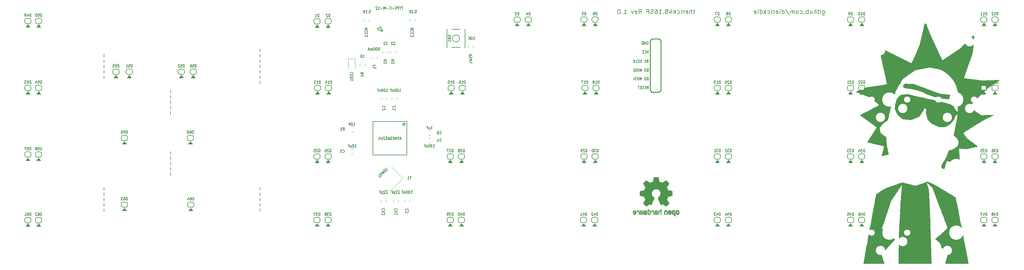
<source format=gbo>
G04 #@! TF.GenerationSoftware,KiCad,Pcbnew,(5.1.2-1)-1*
G04 #@! TF.CreationDate,2020-06-06T07:16:32-05:00*
G04 #@! TF.ProjectId,therick48.16SP,74686572-6963-46b3-9438-2e313653502e,rev?*
G04 #@! TF.SameCoordinates,Original*
G04 #@! TF.FileFunction,Legend,Bot*
G04 #@! TF.FilePolarity,Positive*
%FSLAX46Y46*%
G04 Gerber Fmt 4.6, Leading zero omitted, Abs format (unit mm)*
G04 Created by KiCad (PCBNEW (5.1.2-1)-1) date 2020-06-06 07:16:32*
%MOMM*%
%LPD*%
G04 APERTURE LIST*
%ADD10C,0.150000*%
%ADD11C,0.200000*%
%ADD12C,0.100000*%
%ADD13C,0.254000*%
%ADD14C,0.203200*%
%ADD15C,0.010000*%
%ADD16C,0.120000*%
%ADD17C,3.602000*%
%ADD18C,0.902000*%
%ADD19C,1.102000*%
%ADD20C,2.642000*%
%ADD21C,1.803800*%
%ADD22C,4.089800*%
%ADD23R,0.900000X1.900000*%
%ADD24R,1.900000X0.900000*%
%ADD25C,1.252000*%
%ADD26C,1.902000*%
%ADD27C,0.702000*%
%ADD28O,1.402000X2.502000*%
%ADD29C,0.402000*%
%ADD30O,1.402000X2.002000*%
%ADD31C,0.752000*%
%ADD32R,0.752000X1.162000*%
%ADD33R,1.202000X1.902000*%
%ADD34C,1.803400*%
G04 APERTURE END LIST*
D10*
X136419641Y-66119826D02*
X136419641Y-66879826D01*
X136419641Y-64599830D02*
X136419641Y-65359830D01*
X110959708Y-70299815D02*
X110959708Y-71059815D01*
X110959708Y-71819811D02*
X110959708Y-72579811D01*
X110959708Y-73339807D02*
X110959708Y-74099807D01*
X110959708Y-74859805D02*
X110959708Y-75619805D01*
X110959708Y-68779819D02*
X110959708Y-69539819D01*
X110959708Y-87779769D02*
X110959708Y-88539769D01*
X110959708Y-89299765D02*
X110959708Y-90059765D01*
X110959708Y-90819761D02*
X110959708Y-91579761D01*
X110959708Y-92339759D02*
X110959708Y-93099759D01*
X110959708Y-86259773D02*
X110959708Y-87019773D01*
X136419641Y-96519744D02*
X136419641Y-97279744D01*
X136419641Y-63079832D02*
X136419641Y-63839832D01*
X136419641Y-56999848D02*
X136419641Y-57759848D01*
X91959758Y-58519844D02*
X91959758Y-59279844D01*
X91959758Y-96519744D02*
X91959758Y-97279744D01*
X91959758Y-102599730D02*
X91959758Y-103359730D01*
D11*
X296773291Y-46092020D02*
X296773291Y-47103925D01*
X296832815Y-47222973D01*
X296892339Y-47282497D01*
X297011386Y-47342020D01*
X297189958Y-47342020D01*
X297309005Y-47282497D01*
X296773291Y-46865830D02*
X296892339Y-46925354D01*
X297130434Y-46925354D01*
X297249482Y-46865830D01*
X297309005Y-46806306D01*
X297368529Y-46687258D01*
X297368529Y-46330116D01*
X297309005Y-46211068D01*
X297249482Y-46151544D01*
X297130434Y-46092020D01*
X296892339Y-46092020D01*
X296773291Y-46151544D01*
X296178053Y-46925354D02*
X296178053Y-46092020D01*
X296178053Y-45675354D02*
X296237577Y-45734878D01*
X296178053Y-45794401D01*
X296118529Y-45734878D01*
X296178053Y-45675354D01*
X296178053Y-45794401D01*
X295761386Y-46092020D02*
X295285196Y-46092020D01*
X295582815Y-45675354D02*
X295582815Y-46746782D01*
X295523291Y-46865830D01*
X295404244Y-46925354D01*
X295285196Y-46925354D01*
X294868529Y-46925354D02*
X294868529Y-45675354D01*
X294332815Y-46925354D02*
X294332815Y-46270592D01*
X294392339Y-46151544D01*
X294511386Y-46092020D01*
X294689958Y-46092020D01*
X294809005Y-46151544D01*
X294868529Y-46211068D01*
X293201863Y-46092020D02*
X293201863Y-46925354D01*
X293737577Y-46092020D02*
X293737577Y-46746782D01*
X293678053Y-46865830D01*
X293559005Y-46925354D01*
X293380434Y-46925354D01*
X293261386Y-46865830D01*
X293201863Y-46806306D01*
X292606624Y-46925354D02*
X292606624Y-45675354D01*
X292606624Y-46151544D02*
X292487577Y-46092020D01*
X292249482Y-46092020D01*
X292130434Y-46151544D01*
X292070910Y-46211068D01*
X292011386Y-46330116D01*
X292011386Y-46687258D01*
X292070910Y-46806306D01*
X292130434Y-46865830D01*
X292249482Y-46925354D01*
X292487577Y-46925354D01*
X292606624Y-46865830D01*
X291475672Y-46806306D02*
X291416148Y-46865830D01*
X291475672Y-46925354D01*
X291535196Y-46865830D01*
X291475672Y-46806306D01*
X291475672Y-46925354D01*
X290344720Y-46865830D02*
X290463767Y-46925354D01*
X290701863Y-46925354D01*
X290820910Y-46865830D01*
X290880434Y-46806306D01*
X290939958Y-46687258D01*
X290939958Y-46330116D01*
X290880434Y-46211068D01*
X290820910Y-46151544D01*
X290701863Y-46092020D01*
X290463767Y-46092020D01*
X290344720Y-46151544D01*
X289630434Y-46925354D02*
X289749482Y-46865830D01*
X289809005Y-46806306D01*
X289868529Y-46687258D01*
X289868529Y-46330116D01*
X289809005Y-46211068D01*
X289749482Y-46151544D01*
X289630434Y-46092020D01*
X289451863Y-46092020D01*
X289332815Y-46151544D01*
X289273291Y-46211068D01*
X289213767Y-46330116D01*
X289213767Y-46687258D01*
X289273291Y-46806306D01*
X289332815Y-46865830D01*
X289451863Y-46925354D01*
X289630434Y-46925354D01*
X288678053Y-46925354D02*
X288678053Y-46092020D01*
X288678053Y-46211068D02*
X288618529Y-46151544D01*
X288499482Y-46092020D01*
X288320910Y-46092020D01*
X288201863Y-46151544D01*
X288142339Y-46270592D01*
X288142339Y-46925354D01*
X288142339Y-46270592D02*
X288082815Y-46151544D01*
X287963767Y-46092020D01*
X287785196Y-46092020D01*
X287666148Y-46151544D01*
X287606624Y-46270592D01*
X287606624Y-46925354D01*
X286118529Y-45615830D02*
X287189958Y-47222973D01*
X285166148Y-46925354D02*
X285166148Y-45675354D01*
X285166148Y-46865830D02*
X285285196Y-46925354D01*
X285523291Y-46925354D01*
X285642339Y-46865830D01*
X285701863Y-46806306D01*
X285761386Y-46687258D01*
X285761386Y-46330116D01*
X285701863Y-46211068D01*
X285642339Y-46151544D01*
X285523291Y-46092020D01*
X285285196Y-46092020D01*
X285166148Y-46151544D01*
X284570910Y-46925354D02*
X284570910Y-46092020D01*
X284570910Y-45675354D02*
X284630434Y-45734878D01*
X284570910Y-45794401D01*
X284511386Y-45734878D01*
X284570910Y-45675354D01*
X284570910Y-45794401D01*
X283499482Y-46865830D02*
X283618529Y-46925354D01*
X283856624Y-46925354D01*
X283975672Y-46865830D01*
X284035196Y-46746782D01*
X284035196Y-46270592D01*
X283975672Y-46151544D01*
X283856624Y-46092020D01*
X283618529Y-46092020D01*
X283499482Y-46151544D01*
X283439958Y-46270592D01*
X283439958Y-46389639D01*
X284035196Y-46508687D01*
X282904244Y-46925354D02*
X282904244Y-46092020D01*
X282904244Y-46330116D02*
X282844720Y-46211068D01*
X282785196Y-46151544D01*
X282666148Y-46092020D01*
X282547101Y-46092020D01*
X282130434Y-46925354D02*
X282130434Y-46092020D01*
X282130434Y-45675354D02*
X282189958Y-45734878D01*
X282130434Y-45794401D01*
X282070910Y-45734878D01*
X282130434Y-45675354D01*
X282130434Y-45794401D01*
X280999482Y-46865830D02*
X281118529Y-46925354D01*
X281356624Y-46925354D01*
X281475672Y-46865830D01*
X281535196Y-46806306D01*
X281594720Y-46687258D01*
X281594720Y-46330116D01*
X281535196Y-46211068D01*
X281475672Y-46151544D01*
X281356624Y-46092020D01*
X281118529Y-46092020D01*
X280999482Y-46151544D01*
X280463767Y-46925354D02*
X280463767Y-45675354D01*
X280344720Y-46449163D02*
X279987577Y-46925354D01*
X279987577Y-46092020D02*
X280463767Y-46568211D01*
X278916148Y-46925354D02*
X278916148Y-45675354D01*
X278916148Y-46865830D02*
X279035196Y-46925354D01*
X279273291Y-46925354D01*
X279392339Y-46865830D01*
X279451863Y-46806306D01*
X279511386Y-46687258D01*
X279511386Y-46330116D01*
X279451863Y-46211068D01*
X279392339Y-46151544D01*
X279273291Y-46092020D01*
X279035196Y-46092020D01*
X278916148Y-46151544D01*
X278320910Y-46925354D02*
X278320910Y-46092020D01*
X278320910Y-45675354D02*
X278380434Y-45734878D01*
X278320910Y-45794401D01*
X278261386Y-45734878D01*
X278320910Y-45675354D01*
X278320910Y-45794401D01*
X277249482Y-46865830D02*
X277368529Y-46925354D01*
X277606624Y-46925354D01*
X277725672Y-46865830D01*
X277785196Y-46746782D01*
X277785196Y-46270592D01*
X277725672Y-46151544D01*
X277606624Y-46092020D01*
X277368529Y-46092020D01*
X277249482Y-46151544D01*
X277189958Y-46270592D01*
X277189958Y-46389639D01*
X277785196Y-46508687D01*
X260321010Y-46092020D02*
X259844820Y-46092020D01*
X260142439Y-45675354D02*
X260142439Y-46746782D01*
X260082915Y-46865830D01*
X259963867Y-46925354D01*
X259844820Y-46925354D01*
X259428153Y-46925354D02*
X259428153Y-45675354D01*
X258892439Y-46925354D02*
X258892439Y-46270592D01*
X258951963Y-46151544D01*
X259071010Y-46092020D01*
X259249582Y-46092020D01*
X259368629Y-46151544D01*
X259428153Y-46211068D01*
X257821010Y-46865830D02*
X257940058Y-46925354D01*
X258178153Y-46925354D01*
X258297201Y-46865830D01*
X258356724Y-46746782D01*
X258356724Y-46270592D01*
X258297201Y-46151544D01*
X258178153Y-46092020D01*
X257940058Y-46092020D01*
X257821010Y-46151544D01*
X257761486Y-46270592D01*
X257761486Y-46389639D01*
X258356724Y-46508687D01*
X257225772Y-46925354D02*
X257225772Y-46092020D01*
X257225772Y-46330116D02*
X257166248Y-46211068D01*
X257106724Y-46151544D01*
X256987677Y-46092020D01*
X256868629Y-46092020D01*
X256451963Y-46925354D02*
X256451963Y-46092020D01*
X256451963Y-45675354D02*
X256511486Y-45734878D01*
X256451963Y-45794401D01*
X256392439Y-45734878D01*
X256451963Y-45675354D01*
X256451963Y-45794401D01*
X255321010Y-46865830D02*
X255440058Y-46925354D01*
X255678153Y-46925354D01*
X255797201Y-46865830D01*
X255856724Y-46806306D01*
X255916248Y-46687258D01*
X255916248Y-46330116D01*
X255856724Y-46211068D01*
X255797201Y-46151544D01*
X255678153Y-46092020D01*
X255440058Y-46092020D01*
X255321010Y-46151544D01*
X254785296Y-46925354D02*
X254785296Y-45675354D01*
X254666248Y-46449163D02*
X254309105Y-46925354D01*
X254309105Y-46092020D02*
X254785296Y-46568211D01*
X253237677Y-46092020D02*
X253237677Y-46925354D01*
X253535296Y-45615830D02*
X253832915Y-46508687D01*
X253059105Y-46508687D01*
X252404344Y-46211068D02*
X252523391Y-46151544D01*
X252582915Y-46092020D01*
X252642439Y-45972973D01*
X252642439Y-45913449D01*
X252582915Y-45794401D01*
X252523391Y-45734878D01*
X252404344Y-45675354D01*
X252166248Y-45675354D01*
X252047201Y-45734878D01*
X251987677Y-45794401D01*
X251928153Y-45913449D01*
X251928153Y-45972973D01*
X251987677Y-46092020D01*
X252047201Y-46151544D01*
X252166248Y-46211068D01*
X252404344Y-46211068D01*
X252523391Y-46270592D01*
X252582915Y-46330116D01*
X252642439Y-46449163D01*
X252642439Y-46687258D01*
X252582915Y-46806306D01*
X252523391Y-46865830D01*
X252404344Y-46925354D01*
X252166248Y-46925354D01*
X252047201Y-46865830D01*
X251987677Y-46806306D01*
X251928153Y-46687258D01*
X251928153Y-46449163D01*
X251987677Y-46330116D01*
X252047201Y-46270592D01*
X252166248Y-46211068D01*
X251392439Y-46806306D02*
X251332915Y-46865830D01*
X251392439Y-46925354D01*
X251451963Y-46865830D01*
X251392439Y-46806306D01*
X251392439Y-46925354D01*
X250142439Y-46925354D02*
X250856724Y-46925354D01*
X250499582Y-46925354D02*
X250499582Y-45675354D01*
X250618629Y-45853925D01*
X250737677Y-45972973D01*
X250856724Y-46032497D01*
X249071010Y-45675354D02*
X249309105Y-45675354D01*
X249428153Y-45734878D01*
X249487677Y-45794401D01*
X249606724Y-45972973D01*
X249666248Y-46211068D01*
X249666248Y-46687258D01*
X249606724Y-46806306D01*
X249547201Y-46865830D01*
X249428153Y-46925354D01*
X249190058Y-46925354D01*
X249071010Y-46865830D01*
X249011486Y-46806306D01*
X248951963Y-46687258D01*
X248951963Y-46389639D01*
X249011486Y-46270592D01*
X249071010Y-46211068D01*
X249190058Y-46151544D01*
X249428153Y-46151544D01*
X249547201Y-46211068D01*
X249606724Y-46270592D01*
X249666248Y-46389639D01*
X248475772Y-46865830D02*
X248297201Y-46925354D01*
X247999582Y-46925354D01*
X247880534Y-46865830D01*
X247821010Y-46806306D01*
X247761486Y-46687258D01*
X247761486Y-46568211D01*
X247821010Y-46449163D01*
X247880534Y-46389639D01*
X247999582Y-46330116D01*
X248237677Y-46270592D01*
X248356724Y-46211068D01*
X248416248Y-46151544D01*
X248475772Y-46032497D01*
X248475772Y-45913449D01*
X248416248Y-45794401D01*
X248356724Y-45734878D01*
X248237677Y-45675354D01*
X247940058Y-45675354D01*
X247761486Y-45734878D01*
X247225772Y-46925354D02*
X247225772Y-45675354D01*
X246749582Y-45675354D01*
X246630534Y-45734878D01*
X246571010Y-45794401D01*
X246511486Y-45913449D01*
X246511486Y-46092020D01*
X246571010Y-46211068D01*
X246630534Y-46270592D01*
X246749582Y-46330116D01*
X247225772Y-46330116D01*
X244309105Y-46925354D02*
X244725772Y-46330116D01*
X245023391Y-46925354D02*
X245023391Y-45675354D01*
X244547201Y-45675354D01*
X244428153Y-45734878D01*
X244368629Y-45794401D01*
X244309105Y-45913449D01*
X244309105Y-46092020D01*
X244368629Y-46211068D01*
X244428153Y-46270592D01*
X244547201Y-46330116D01*
X245023391Y-46330116D01*
X243297201Y-46865830D02*
X243416248Y-46925354D01*
X243654344Y-46925354D01*
X243773391Y-46865830D01*
X243832915Y-46746782D01*
X243832915Y-46270592D01*
X243773391Y-46151544D01*
X243654344Y-46092020D01*
X243416248Y-46092020D01*
X243297201Y-46151544D01*
X243237677Y-46270592D01*
X243237677Y-46389639D01*
X243832915Y-46508687D01*
X242821010Y-46092020D02*
X242523391Y-46925354D01*
X242225772Y-46092020D01*
X240142439Y-46925354D02*
X240856724Y-46925354D01*
X240499582Y-46925354D02*
X240499582Y-45675354D01*
X240618629Y-45853925D01*
X240737677Y-45972973D01*
X240856724Y-46032497D01*
X239606724Y-46806306D02*
X239547201Y-46865830D01*
X239606724Y-46925354D01*
X239666248Y-46865830D01*
X239606724Y-46806306D01*
X239606724Y-46925354D01*
X238773391Y-45675354D02*
X238654344Y-45675354D01*
X238535296Y-45734878D01*
X238475772Y-45794401D01*
X238416248Y-45913449D01*
X238356724Y-46151544D01*
X238356724Y-46449163D01*
X238416248Y-46687258D01*
X238475772Y-46806306D01*
X238535296Y-46865830D01*
X238654344Y-46925354D01*
X238773391Y-46925354D01*
X238892439Y-46865830D01*
X238951963Y-46806306D01*
X239011486Y-46687258D01*
X239071010Y-46449163D01*
X239071010Y-46151544D01*
X239011486Y-45913449D01*
X238951963Y-45794401D01*
X238892439Y-45734878D01*
X238773391Y-45675354D01*
D10*
X91960112Y-64600074D02*
X91960112Y-65360074D01*
X91960112Y-63080074D02*
X91960112Y-63840074D01*
X91960112Y-61560074D02*
X91960112Y-62320074D01*
X91960112Y-60040074D02*
X91960112Y-60800074D01*
X91959758Y-101079732D02*
X91959758Y-101839732D01*
X91959758Y-99559736D02*
X91959758Y-100319736D01*
X91959758Y-98039740D02*
X91959758Y-98799740D01*
X136419995Y-61559995D02*
X136419995Y-62319995D01*
X136419995Y-102600012D02*
X136419995Y-103360012D01*
X136419995Y-101080012D02*
X136419995Y-101840012D01*
X136419995Y-99560012D02*
X136419995Y-100320012D01*
X136419995Y-98040012D02*
X136419995Y-98800012D01*
X136419995Y-60039995D02*
X136419995Y-60799995D01*
X136419995Y-58519995D02*
X136419995Y-59279995D01*
X180661332Y-45893906D02*
X180994665Y-45893906D01*
X181027999Y-46274859D01*
X180994665Y-46236763D01*
X180927999Y-46198668D01*
X180761332Y-46198668D01*
X180694665Y-46236763D01*
X180661332Y-46274859D01*
X180627999Y-46351049D01*
X180627999Y-46541525D01*
X180661332Y-46617716D01*
X180694665Y-46655811D01*
X180761332Y-46693906D01*
X180927999Y-46693906D01*
X180994665Y-46655811D01*
X181027999Y-46617716D01*
X180327999Y-46617716D02*
X180294665Y-46655811D01*
X180327999Y-46693906D01*
X180361332Y-46655811D01*
X180327999Y-46617716D01*
X180327999Y-46693906D01*
X179627999Y-46693906D02*
X180027999Y-46693906D01*
X179827999Y-46693906D02*
X179827999Y-45893906D01*
X179894665Y-46008192D01*
X179961332Y-46084382D01*
X180027999Y-46122478D01*
X179327999Y-46693906D02*
X179327999Y-45893906D01*
X178927999Y-46693906D02*
X179227999Y-46236763D01*
X178927999Y-45893906D02*
X179327999Y-46351049D01*
X167580332Y-45893906D02*
X167913665Y-45893906D01*
X167946999Y-46274859D01*
X167913665Y-46236763D01*
X167846999Y-46198668D01*
X167680332Y-46198668D01*
X167613665Y-46236763D01*
X167580332Y-46274859D01*
X167546999Y-46351049D01*
X167546999Y-46541525D01*
X167580332Y-46617716D01*
X167613665Y-46655811D01*
X167680332Y-46693906D01*
X167846999Y-46693906D01*
X167913665Y-46655811D01*
X167946999Y-46617716D01*
X167246999Y-46617716D02*
X167213665Y-46655811D01*
X167246999Y-46693906D01*
X167280332Y-46655811D01*
X167246999Y-46617716D01*
X167246999Y-46693906D01*
X166546999Y-46693906D02*
X166946999Y-46693906D01*
X166746999Y-46693906D02*
X166746999Y-45893906D01*
X166813665Y-46008192D01*
X166880332Y-46084382D01*
X166946999Y-46122478D01*
X166246999Y-46693906D02*
X166246999Y-45893906D01*
X165846999Y-46693906D02*
X166146999Y-46236763D01*
X165846999Y-45893906D02*
X166246999Y-46351049D01*
X197225332Y-54315906D02*
X197625332Y-54315906D01*
X197425332Y-54315906D02*
X197425332Y-53515906D01*
X197491999Y-53630192D01*
X197558665Y-53706382D01*
X197625332Y-53744478D01*
X196791999Y-53515906D02*
X196725332Y-53515906D01*
X196658665Y-53554002D01*
X196625332Y-53592097D01*
X196591999Y-53668287D01*
X196558665Y-53820668D01*
X196558665Y-54011144D01*
X196591999Y-54163525D01*
X196625332Y-54239716D01*
X196658665Y-54277811D01*
X196725332Y-54315906D01*
X196791999Y-54315906D01*
X196858665Y-54277811D01*
X196891999Y-54239716D01*
X196925332Y-54163525D01*
X196958665Y-54011144D01*
X196958665Y-53820668D01*
X196925332Y-53668287D01*
X196891999Y-53592097D01*
X196858665Y-53554002D01*
X196791999Y-53515906D01*
X196258665Y-54315906D02*
X196258665Y-53515906D01*
X195858665Y-54315906D02*
X196158665Y-53858763D01*
X195858665Y-53515906D02*
X196258665Y-53973049D01*
X176108332Y-69174906D02*
X176508332Y-69174906D01*
X176308332Y-69174906D02*
X176308332Y-68374906D01*
X176374999Y-68489192D01*
X176441665Y-68565382D01*
X176508332Y-68603478D01*
X175674999Y-68374906D02*
X175608332Y-68374906D01*
X175541665Y-68413002D01*
X175508332Y-68451097D01*
X175474999Y-68527287D01*
X175441665Y-68679668D01*
X175441665Y-68870144D01*
X175474999Y-69022525D01*
X175508332Y-69098716D01*
X175541665Y-69136811D01*
X175608332Y-69174906D01*
X175674999Y-69174906D01*
X175741665Y-69136811D01*
X175774999Y-69098716D01*
X175808332Y-69022525D01*
X175841665Y-68870144D01*
X175841665Y-68679668D01*
X175808332Y-68527287D01*
X175774999Y-68451097D01*
X175741665Y-68413002D01*
X175674999Y-68374906D01*
X175008332Y-68374906D02*
X174941665Y-68374906D01*
X174874999Y-68413002D01*
X174841665Y-68451097D01*
X174808332Y-68527287D01*
X174774999Y-68679668D01*
X174774999Y-68870144D01*
X174808332Y-69022525D01*
X174841665Y-69098716D01*
X174874999Y-69136811D01*
X174941665Y-69174906D01*
X175008332Y-69174906D01*
X175074999Y-69136811D01*
X175108332Y-69098716D01*
X175141665Y-69022525D01*
X175174999Y-68870144D01*
X175174999Y-68679668D01*
X175141665Y-68527287D01*
X175108332Y-68451097D01*
X175074999Y-68413002D01*
X175008332Y-68374906D01*
X174474999Y-68641573D02*
X174474999Y-69174906D01*
X174474999Y-68717763D02*
X174441665Y-68679668D01*
X174374999Y-68641573D01*
X174274999Y-68641573D01*
X174208332Y-68679668D01*
X174174999Y-68755859D01*
X174174999Y-69174906D01*
X173608332Y-68755859D02*
X173841665Y-68755859D01*
X173841665Y-69174906D02*
X173841665Y-68374906D01*
X173508332Y-68374906D01*
X172561647Y-91727164D02*
X172844490Y-91444321D01*
X172703068Y-91585742D02*
X172137383Y-91020057D01*
X172265335Y-91053729D01*
X172366351Y-91060463D01*
X172440429Y-91040260D01*
X171571697Y-91585742D02*
X171665978Y-91491462D01*
X171740056Y-91471258D01*
X171790564Y-91474626D01*
X171918516Y-91508297D01*
X172049836Y-91592477D01*
X172265335Y-91807976D01*
X172295640Y-91885421D01*
X172299007Y-91935929D01*
X172278804Y-92010006D01*
X172184523Y-92104287D01*
X172110445Y-92124490D01*
X172059938Y-92121123D01*
X171982493Y-92090819D01*
X171847806Y-91956132D01*
X171817501Y-91878687D01*
X171814134Y-91828179D01*
X171834337Y-91754101D01*
X171928618Y-91659820D01*
X172002696Y-91639617D01*
X172053203Y-91642984D01*
X172130648Y-91673289D01*
X171878110Y-92410700D02*
X171312425Y-91845015D01*
X171551494Y-92414068D01*
X170982442Y-92174998D01*
X171548127Y-92740684D01*
X171312425Y-92976386D02*
X170746739Y-92410700D01*
X171016113Y-92680074D02*
X170733271Y-92962917D01*
X171029582Y-93259228D02*
X170463897Y-92693543D01*
X170463897Y-93070667D02*
X170204624Y-93329939D01*
X170841020Y-93447790D01*
X170581748Y-93707063D01*
X172749332Y-55076097D02*
X172715999Y-55038002D01*
X172649332Y-54999906D01*
X172482665Y-54999906D01*
X172415999Y-55038002D01*
X172382665Y-55076097D01*
X172349332Y-55152287D01*
X172349332Y-55228478D01*
X172382665Y-55342763D01*
X172782665Y-55799906D01*
X172349332Y-55799906D01*
X172082665Y-55076097D02*
X172049332Y-55038002D01*
X171982665Y-54999906D01*
X171815999Y-54999906D01*
X171749332Y-55038002D01*
X171715999Y-55076097D01*
X171682665Y-55152287D01*
X171682665Y-55228478D01*
X171715999Y-55342763D01*
X172115999Y-55799906D01*
X171682665Y-55799906D01*
X174908332Y-55076097D02*
X174874999Y-55038002D01*
X174808332Y-54999906D01*
X174641665Y-54999906D01*
X174574999Y-55038002D01*
X174541665Y-55076097D01*
X174508332Y-55152287D01*
X174508332Y-55228478D01*
X174541665Y-55342763D01*
X174941665Y-55799906D01*
X174508332Y-55799906D01*
X174241665Y-55076097D02*
X174208332Y-55038002D01*
X174141665Y-54999906D01*
X173974999Y-54999906D01*
X173908332Y-55038002D01*
X173874999Y-55076097D01*
X173841665Y-55152287D01*
X173841665Y-55228478D01*
X173874999Y-55342763D01*
X174274999Y-55799906D01*
X173841665Y-55799906D01*
X172425332Y-69174906D02*
X172825332Y-69174906D01*
X172625332Y-69174906D02*
X172625332Y-68374906D01*
X172691999Y-68489192D01*
X172758665Y-68565382D01*
X172825332Y-68603478D01*
X171991999Y-68374906D02*
X171925332Y-68374906D01*
X171858665Y-68413002D01*
X171825332Y-68451097D01*
X171791999Y-68527287D01*
X171758665Y-68679668D01*
X171758665Y-68870144D01*
X171791999Y-69022525D01*
X171825332Y-69098716D01*
X171858665Y-69136811D01*
X171925332Y-69174906D01*
X171991999Y-69174906D01*
X172058665Y-69136811D01*
X172091999Y-69098716D01*
X172125332Y-69022525D01*
X172158665Y-68870144D01*
X172158665Y-68679668D01*
X172125332Y-68527287D01*
X172091999Y-68451097D01*
X172058665Y-68413002D01*
X171991999Y-68374906D01*
X171325332Y-68374906D02*
X171258665Y-68374906D01*
X171191999Y-68413002D01*
X171158665Y-68451097D01*
X171125332Y-68527287D01*
X171091999Y-68679668D01*
X171091999Y-68870144D01*
X171125332Y-69022525D01*
X171158665Y-69098716D01*
X171191999Y-69136811D01*
X171258665Y-69174906D01*
X171325332Y-69174906D01*
X171391999Y-69136811D01*
X171425332Y-69098716D01*
X171458665Y-69022525D01*
X171491999Y-68870144D01*
X171491999Y-68679668D01*
X171458665Y-68527287D01*
X171425332Y-68451097D01*
X171391999Y-68413002D01*
X171325332Y-68374906D01*
X170791999Y-68641573D02*
X170791999Y-69174906D01*
X170791999Y-68717763D02*
X170758665Y-68679668D01*
X170691999Y-68641573D01*
X170591999Y-68641573D01*
X170525332Y-68679668D01*
X170491999Y-68755859D01*
X170491999Y-69174906D01*
X169925332Y-68755859D02*
X170158665Y-68755859D01*
X170158665Y-69174906D02*
X170158665Y-68374906D01*
X169825332Y-68374906D01*
X185093665Y-79842906D02*
X185493665Y-79842906D01*
X185293665Y-79842906D02*
X185293665Y-79042906D01*
X185360332Y-79157192D01*
X185426999Y-79233382D01*
X185493665Y-79271478D01*
X184493665Y-79309573D02*
X184493665Y-79842906D01*
X184793665Y-79309573D02*
X184793665Y-79728621D01*
X184760332Y-79804811D01*
X184693665Y-79842906D01*
X184593665Y-79842906D01*
X184526999Y-79804811D01*
X184493665Y-79766716D01*
X183926999Y-79423859D02*
X184160332Y-79423859D01*
X184160332Y-79842906D02*
X184160332Y-79042906D01*
X183826999Y-79042906D01*
X185760332Y-85049906D02*
X186160332Y-85049906D01*
X185960332Y-85049906D02*
X185960332Y-84249906D01*
X186026999Y-84364192D01*
X186093665Y-84440382D01*
X186160332Y-84478478D01*
X185326999Y-84249906D02*
X185260332Y-84249906D01*
X185193665Y-84288002D01*
X185160332Y-84326097D01*
X185126999Y-84402287D01*
X185093665Y-84554668D01*
X185093665Y-84745144D01*
X185126999Y-84897525D01*
X185160332Y-84973716D01*
X185193665Y-85011811D01*
X185260332Y-85049906D01*
X185326999Y-85049906D01*
X185393665Y-85011811D01*
X185426999Y-84973716D01*
X185460332Y-84897525D01*
X185493665Y-84745144D01*
X185493665Y-84554668D01*
X185460332Y-84402287D01*
X185426999Y-84326097D01*
X185393665Y-84288002D01*
X185326999Y-84249906D01*
X184660332Y-84249906D02*
X184593665Y-84249906D01*
X184526999Y-84288002D01*
X184493665Y-84326097D01*
X184460332Y-84402287D01*
X184426999Y-84554668D01*
X184426999Y-84745144D01*
X184460332Y-84897525D01*
X184493665Y-84973716D01*
X184526999Y-85011811D01*
X184593665Y-85049906D01*
X184660332Y-85049906D01*
X184726999Y-85011811D01*
X184760332Y-84973716D01*
X184793665Y-84897525D01*
X184826999Y-84745144D01*
X184826999Y-84554668D01*
X184793665Y-84402287D01*
X184760332Y-84326097D01*
X184726999Y-84288002D01*
X184660332Y-84249906D01*
X184126999Y-84516573D02*
X184126999Y-85049906D01*
X184126999Y-84592763D02*
X184093665Y-84554668D01*
X184026999Y-84516573D01*
X183926999Y-84516573D01*
X183860332Y-84554668D01*
X183826999Y-84630859D01*
X183826999Y-85049906D01*
X183260332Y-84630859D02*
X183493665Y-84630859D01*
X183493665Y-85049906D02*
X183493665Y-84249906D01*
X183160332Y-84249906D01*
X163062332Y-78826906D02*
X163462332Y-78826906D01*
X163262332Y-78826906D02*
X163262332Y-78026906D01*
X163328999Y-78141192D01*
X163395665Y-78217382D01*
X163462332Y-78255478D01*
X162628999Y-78026906D02*
X162562332Y-78026906D01*
X162495665Y-78065002D01*
X162462332Y-78103097D01*
X162428999Y-78179287D01*
X162395665Y-78331668D01*
X162395665Y-78522144D01*
X162428999Y-78674525D01*
X162462332Y-78750716D01*
X162495665Y-78788811D01*
X162562332Y-78826906D01*
X162628999Y-78826906D01*
X162695665Y-78788811D01*
X162728999Y-78750716D01*
X162762332Y-78674525D01*
X162795665Y-78522144D01*
X162795665Y-78331668D01*
X162762332Y-78179287D01*
X162728999Y-78103097D01*
X162695665Y-78065002D01*
X162628999Y-78026906D01*
X162095665Y-78826906D02*
X162095665Y-78026906D01*
X161695665Y-78826906D02*
X161995665Y-78369763D01*
X161695665Y-78026906D02*
X162095665Y-78484049D01*
X163455999Y-85049906D02*
X163855999Y-85049906D01*
X163655999Y-85049906D02*
X163655999Y-84249906D01*
X163722665Y-84364192D01*
X163789332Y-84440382D01*
X163855999Y-84478478D01*
X163022665Y-84249906D02*
X162955999Y-84249906D01*
X162889332Y-84288002D01*
X162855999Y-84326097D01*
X162822665Y-84402287D01*
X162789332Y-84554668D01*
X162789332Y-84745144D01*
X162822665Y-84897525D01*
X162855999Y-84973716D01*
X162889332Y-85011811D01*
X162955999Y-85049906D01*
X163022665Y-85049906D01*
X163089332Y-85011811D01*
X163122665Y-84973716D01*
X163155999Y-84897525D01*
X163189332Y-84745144D01*
X163189332Y-84554668D01*
X163155999Y-84402287D01*
X163122665Y-84326097D01*
X163089332Y-84288002D01*
X163022665Y-84249906D01*
X162189332Y-84516573D02*
X162189332Y-85049906D01*
X162489332Y-84516573D02*
X162489332Y-84935621D01*
X162455999Y-85011811D01*
X162389332Y-85049906D01*
X162289332Y-85049906D01*
X162222665Y-85011811D01*
X162189332Y-84973716D01*
X161622665Y-84630859D02*
X161855999Y-84630859D01*
X161855999Y-85049906D02*
X161855999Y-84249906D01*
X161522665Y-84249906D01*
X172745999Y-97534097D02*
X172712665Y-97496002D01*
X172645999Y-97457906D01*
X172479332Y-97457906D01*
X172412665Y-97496002D01*
X172379332Y-97534097D01*
X172345999Y-97610287D01*
X172345999Y-97686478D01*
X172379332Y-97800763D01*
X172779332Y-98257906D01*
X172345999Y-98257906D01*
X172079332Y-97534097D02*
X172045999Y-97496002D01*
X171979332Y-97457906D01*
X171812665Y-97457906D01*
X171745999Y-97496002D01*
X171712665Y-97534097D01*
X171679332Y-97610287D01*
X171679332Y-97686478D01*
X171712665Y-97800763D01*
X172112665Y-98257906D01*
X171679332Y-98257906D01*
X171379332Y-97724573D02*
X171379332Y-98524573D01*
X171379332Y-97762668D02*
X171312665Y-97724573D01*
X171179332Y-97724573D01*
X171112665Y-97762668D01*
X171079332Y-97800763D01*
X171045999Y-97876954D01*
X171045999Y-98105525D01*
X171079332Y-98181716D01*
X171112665Y-98219811D01*
X171179332Y-98257906D01*
X171312665Y-98257906D01*
X171379332Y-98219811D01*
X170512665Y-97838859D02*
X170745999Y-97838859D01*
X170745999Y-98257906D02*
X170745999Y-97457906D01*
X170412665Y-97457906D01*
X176174999Y-97534097D02*
X176141665Y-97496002D01*
X176074999Y-97457906D01*
X175908332Y-97457906D01*
X175841665Y-97496002D01*
X175808332Y-97534097D01*
X175774999Y-97610287D01*
X175774999Y-97686478D01*
X175808332Y-97800763D01*
X176208332Y-98257906D01*
X175774999Y-98257906D01*
X175508332Y-97534097D02*
X175474999Y-97496002D01*
X175408332Y-97457906D01*
X175241665Y-97457906D01*
X175174999Y-97496002D01*
X175141665Y-97534097D01*
X175108332Y-97610287D01*
X175108332Y-97686478D01*
X175141665Y-97800763D01*
X175541665Y-98257906D01*
X175108332Y-98257906D01*
X174808332Y-97724573D02*
X174808332Y-98524573D01*
X174808332Y-97762668D02*
X174741665Y-97724573D01*
X174608332Y-97724573D01*
X174541665Y-97762668D01*
X174508332Y-97800763D01*
X174474999Y-97876954D01*
X174474999Y-98105525D01*
X174508332Y-98181716D01*
X174541665Y-98219811D01*
X174608332Y-98257906D01*
X174741665Y-98257906D01*
X174808332Y-98219811D01*
X173941665Y-97838859D02*
X174174999Y-97838859D01*
X174174999Y-98257906D02*
X174174999Y-97457906D01*
X173841665Y-97457906D01*
X179410332Y-98257906D02*
X179810332Y-98257906D01*
X179610332Y-98257906D02*
X179610332Y-97457906D01*
X179676999Y-97572192D01*
X179743665Y-97648382D01*
X179810332Y-97686478D01*
X178976999Y-97457906D02*
X178910332Y-97457906D01*
X178843665Y-97496002D01*
X178810332Y-97534097D01*
X178776999Y-97610287D01*
X178743665Y-97762668D01*
X178743665Y-97953144D01*
X178776999Y-98105525D01*
X178810332Y-98181716D01*
X178843665Y-98219811D01*
X178910332Y-98257906D01*
X178976999Y-98257906D01*
X179043665Y-98219811D01*
X179076999Y-98181716D01*
X179110332Y-98105525D01*
X179143665Y-97953144D01*
X179143665Y-97762668D01*
X179110332Y-97610287D01*
X179076999Y-97534097D01*
X179043665Y-97496002D01*
X178976999Y-97457906D01*
X178310332Y-97457906D02*
X178243665Y-97457906D01*
X178176999Y-97496002D01*
X178143665Y-97534097D01*
X178110332Y-97610287D01*
X178076999Y-97762668D01*
X178076999Y-97953144D01*
X178110332Y-98105525D01*
X178143665Y-98181716D01*
X178176999Y-98219811D01*
X178243665Y-98257906D01*
X178310332Y-98257906D01*
X178376999Y-98219811D01*
X178410332Y-98181716D01*
X178443665Y-98105525D01*
X178476999Y-97953144D01*
X178476999Y-97762668D01*
X178443665Y-97610287D01*
X178410332Y-97534097D01*
X178376999Y-97496002D01*
X178310332Y-97457906D01*
X177776999Y-97724573D02*
X177776999Y-98257906D01*
X177776999Y-97800763D02*
X177743665Y-97762668D01*
X177676999Y-97724573D01*
X177576999Y-97724573D01*
X177510332Y-97762668D01*
X177476999Y-97838859D01*
X177476999Y-98257906D01*
X176910332Y-97838859D02*
X177143665Y-97838859D01*
X177143665Y-98257906D02*
X177143665Y-97457906D01*
X176810332Y-97457906D01*
X170195665Y-56563906D02*
X170528999Y-56563906D01*
X170562332Y-56944859D01*
X170528999Y-56906763D01*
X170462332Y-56868668D01*
X170295665Y-56868668D01*
X170228999Y-56906763D01*
X170195665Y-56944859D01*
X170162332Y-57021049D01*
X170162332Y-57211525D01*
X170195665Y-57287716D01*
X170228999Y-57325811D01*
X170295665Y-57363906D01*
X170462332Y-57363906D01*
X170528999Y-57325811D01*
X170562332Y-57287716D01*
X169728999Y-56563906D02*
X169662332Y-56563906D01*
X169595665Y-56602002D01*
X169562332Y-56640097D01*
X169528999Y-56716287D01*
X169495665Y-56868668D01*
X169495665Y-57059144D01*
X169528999Y-57211525D01*
X169562332Y-57287716D01*
X169595665Y-57325811D01*
X169662332Y-57363906D01*
X169728999Y-57363906D01*
X169795665Y-57325811D01*
X169828999Y-57287716D01*
X169862332Y-57211525D01*
X169895665Y-57059144D01*
X169895665Y-56868668D01*
X169862332Y-56716287D01*
X169828999Y-56640097D01*
X169795665Y-56602002D01*
X169728999Y-56563906D01*
X169062332Y-56563906D02*
X168995665Y-56563906D01*
X168928999Y-56602002D01*
X168895665Y-56640097D01*
X168862332Y-56716287D01*
X168828999Y-56868668D01*
X168828999Y-57059144D01*
X168862332Y-57211525D01*
X168895665Y-57287716D01*
X168928999Y-57325811D01*
X168995665Y-57363906D01*
X169062332Y-57363906D01*
X169128999Y-57325811D01*
X169162332Y-57287716D01*
X169195665Y-57211525D01*
X169228999Y-57059144D01*
X169228999Y-56868668D01*
X169195665Y-56716287D01*
X169162332Y-56640097D01*
X169128999Y-56602002D01*
X169062332Y-56563906D01*
X168528999Y-57363906D02*
X168528999Y-56830573D01*
X168528999Y-56906763D02*
X168495665Y-56868668D01*
X168428999Y-56830573D01*
X168328999Y-56830573D01*
X168262332Y-56868668D01*
X168228999Y-56944859D01*
X168228999Y-57363906D01*
X168228999Y-56944859D02*
X168195665Y-56868668D01*
X168128999Y-56830573D01*
X168028999Y-56830573D01*
X167962332Y-56868668D01*
X167928999Y-56944859D01*
X167928999Y-57363906D01*
X167628999Y-57135335D02*
X167295665Y-57135335D01*
X167695665Y-57363906D02*
X167462332Y-56563906D01*
X167228999Y-57363906D01*
D12*
G36*
X113999700Y-64465200D02*
G01*
X113399700Y-65265200D01*
X114599700Y-65265200D01*
X113999700Y-64465200D01*
G37*
X113999700Y-64465200D02*
X113399700Y-65265200D01*
X114599700Y-65265200D01*
X113999700Y-64465200D01*
D11*
X114899700Y-63750962D02*
X114899700Y-63251000D01*
X114399700Y-64251000D02*
G75*
G03X114899700Y-63751000I0J500000D01*
G01*
X114899700Y-63251000D02*
G75*
G03X114399700Y-62751000I-500000J0D01*
G01*
X113599700Y-62751000D02*
X114399700Y-62751000D01*
X113599700Y-62751000D02*
G75*
G03X113099700Y-63251000I0J-500000D01*
G01*
X113099700Y-63251038D02*
X113099700Y-63751000D01*
X113599700Y-64251000D02*
X114399700Y-64251000D01*
X113099700Y-63751000D02*
G75*
G03X113599700Y-64251000I500000J0D01*
G01*
D12*
G36*
X97790000Y-102438200D02*
G01*
X97190000Y-103238200D01*
X98390000Y-103238200D01*
X97790000Y-102438200D01*
G37*
X97790000Y-102438200D02*
X97190000Y-103238200D01*
X98390000Y-103238200D01*
X97790000Y-102438200D01*
D11*
X98690000Y-101723962D02*
X98690000Y-101224000D01*
X98190000Y-102224000D02*
G75*
G03X98690000Y-101724000I0J500000D01*
G01*
X98690000Y-101224000D02*
G75*
G03X98190000Y-100724000I-500000J0D01*
G01*
X97390000Y-100724000D02*
X98190000Y-100724000D01*
X97390000Y-100724000D02*
G75*
G03X96890000Y-101224000I0J-500000D01*
G01*
X96890000Y-101224038D02*
X96890000Y-101724000D01*
X97390000Y-102224000D02*
X98190000Y-102224000D01*
X96890000Y-101724000D02*
G75*
G03X97390000Y-102224000I500000J0D01*
G01*
D13*
X177720199Y-78505002D02*
G75*
G03X177720199Y-78505002I-282700J0D01*
G01*
D14*
X178237499Y-87305002D02*
X178237499Y-77705002D01*
X168637499Y-87305002D02*
X178237499Y-87305002D01*
X168637499Y-77705002D02*
X168637499Y-87305002D01*
X178237499Y-77705002D02*
X168637499Y-77705002D01*
D15*
G36*
X319890901Y-67176126D02*
G01*
X319612777Y-67449084D01*
X319726786Y-67739327D01*
X319776738Y-67859340D01*
X319831359Y-67950144D01*
X319909010Y-68018285D01*
X320028047Y-68070307D01*
X320206830Y-68112758D01*
X320463716Y-68152181D01*
X320817064Y-68195124D01*
X321092898Y-68226416D01*
X321790352Y-68324631D01*
X322517938Y-68462603D01*
X323250464Y-68633260D01*
X323962736Y-68829531D01*
X324629561Y-69044344D01*
X325225748Y-69270627D01*
X325726103Y-69501310D01*
X325826749Y-69555224D01*
X326503907Y-69888377D01*
X327297629Y-70204155D01*
X328198274Y-70499352D01*
X329196197Y-70770763D01*
X330112999Y-70980215D01*
X330484549Y-71052277D01*
X330874257Y-71114652D01*
X331301073Y-71169319D01*
X331783948Y-71218258D01*
X332341830Y-71263447D01*
X332993670Y-71306864D01*
X333550140Y-71339153D01*
X334256781Y-71378203D01*
X334482798Y-71179758D01*
X334708815Y-70981312D01*
X334576500Y-70757056D01*
X334515095Y-70658296D01*
X334450936Y-70582428D01*
X334363435Y-70519955D01*
X334232007Y-70461379D01*
X334036063Y-70397204D01*
X333755017Y-70317933D01*
X333442356Y-70233865D01*
X332965136Y-70123715D01*
X332404646Y-70027391D01*
X331742623Y-69941927D01*
X331457154Y-69911325D01*
X330976791Y-69859630D01*
X330590923Y-69810489D01*
X330267330Y-69757979D01*
X329973789Y-69696179D01*
X329678079Y-69619169D01*
X329369587Y-69527693D01*
X328995450Y-69405587D01*
X328600894Y-69265396D01*
X328234609Y-69125027D01*
X327961932Y-69009983D01*
X327771146Y-68928539D01*
X327478185Y-68810077D01*
X327100148Y-68661209D01*
X326654130Y-68488548D01*
X326157229Y-68298706D01*
X325626542Y-68098294D01*
X325079165Y-67893924D01*
X325005057Y-67866442D01*
X322627615Y-66985509D01*
X321398320Y-66944339D01*
X320169024Y-66903169D01*
X319890901Y-67176126D01*
X319890901Y-67176126D01*
G37*
X319890901Y-67176126D02*
X319612777Y-67449084D01*
X319726786Y-67739327D01*
X319776738Y-67859340D01*
X319831359Y-67950144D01*
X319909010Y-68018285D01*
X320028047Y-68070307D01*
X320206830Y-68112758D01*
X320463716Y-68152181D01*
X320817064Y-68195124D01*
X321092898Y-68226416D01*
X321790352Y-68324631D01*
X322517938Y-68462603D01*
X323250464Y-68633260D01*
X323962736Y-68829531D01*
X324629561Y-69044344D01*
X325225748Y-69270627D01*
X325726103Y-69501310D01*
X325826749Y-69555224D01*
X326503907Y-69888377D01*
X327297629Y-70204155D01*
X328198274Y-70499352D01*
X329196197Y-70770763D01*
X330112999Y-70980215D01*
X330484549Y-71052277D01*
X330874257Y-71114652D01*
X331301073Y-71169319D01*
X331783948Y-71218258D01*
X332341830Y-71263447D01*
X332993670Y-71306864D01*
X333550140Y-71339153D01*
X334256781Y-71378203D01*
X334482798Y-71179758D01*
X334708815Y-70981312D01*
X334576500Y-70757056D01*
X334515095Y-70658296D01*
X334450936Y-70582428D01*
X334363435Y-70519955D01*
X334232007Y-70461379D01*
X334036063Y-70397204D01*
X333755017Y-70317933D01*
X333442356Y-70233865D01*
X332965136Y-70123715D01*
X332404646Y-70027391D01*
X331742623Y-69941927D01*
X331457154Y-69911325D01*
X330976791Y-69859630D01*
X330590923Y-69810489D01*
X330267330Y-69757979D01*
X329973789Y-69696179D01*
X329678079Y-69619169D01*
X329369587Y-69527693D01*
X328995450Y-69405587D01*
X328600894Y-69265396D01*
X328234609Y-69125027D01*
X327961932Y-69009983D01*
X327771146Y-68928539D01*
X327478185Y-68810077D01*
X327100148Y-68661209D01*
X326654130Y-68488548D01*
X326157229Y-68298706D01*
X325626542Y-68098294D01*
X325079165Y-67893924D01*
X325005057Y-67866442D01*
X322627615Y-66985509D01*
X321398320Y-66944339D01*
X320169024Y-66903169D01*
X319890901Y-67176126D01*
G36*
X325862402Y-49727198D02*
G01*
X325826749Y-49749094D01*
X325812216Y-49815636D01*
X325770494Y-49993827D01*
X325704406Y-50271911D01*
X325616773Y-50638135D01*
X325510415Y-51080744D01*
X325388153Y-51587982D01*
X325252808Y-52148094D01*
X325107201Y-52749327D01*
X325065896Y-52919649D01*
X324305042Y-56056110D01*
X323208521Y-58568510D01*
X322941667Y-59175471D01*
X322701579Y-59712576D01*
X322491887Y-60172110D01*
X322316220Y-60546355D01*
X322178208Y-60827595D01*
X322081482Y-61008116D01*
X322029671Y-61080201D01*
X322026414Y-61081205D01*
X321957707Y-61053239D01*
X321784360Y-60972094D01*
X321514996Y-60842048D01*
X321158236Y-60667375D01*
X320722703Y-60452351D01*
X320217019Y-60201251D01*
X319649805Y-59918350D01*
X319029684Y-59607923D01*
X318365278Y-59274246D01*
X317665209Y-58921595D01*
X317340562Y-58757709D01*
X316501345Y-58334129D01*
X315768425Y-57965063D01*
X315134993Y-57647266D01*
X314594239Y-57377496D01*
X314139354Y-57152508D01*
X313763528Y-56969057D01*
X313459953Y-56823901D01*
X313221819Y-56713794D01*
X313042317Y-56635494D01*
X312914638Y-56585755D01*
X312831972Y-56561334D01*
X312787509Y-56558987D01*
X312774442Y-56575470D01*
X312775438Y-56582834D01*
X312821776Y-56783492D01*
X312889658Y-57083515D01*
X312976673Y-57471902D01*
X313080411Y-57937650D01*
X313198460Y-58469757D01*
X313328409Y-59057221D01*
X313467846Y-59689040D01*
X313614360Y-60354212D01*
X313765540Y-61041734D01*
X313918974Y-61740605D01*
X314072252Y-62439823D01*
X314222963Y-63128385D01*
X314368694Y-63795290D01*
X314507034Y-64429535D01*
X314635574Y-65020118D01*
X314751900Y-65556037D01*
X314853602Y-66026290D01*
X314938269Y-66419875D01*
X315003489Y-66725789D01*
X315046851Y-66933031D01*
X315065944Y-67030599D01*
X315066573Y-67036844D01*
X315001915Y-67050543D01*
X314823875Y-67082375D01*
X314544467Y-67130333D01*
X314175702Y-67192410D01*
X313729592Y-67266600D01*
X313218149Y-67350897D01*
X312653386Y-67443293D01*
X312047314Y-67541782D01*
X311933568Y-67560196D01*
X308820219Y-68063891D01*
X307544484Y-68619470D01*
X307172829Y-68782772D01*
X306843825Y-68930102D01*
X306574172Y-69053753D01*
X306380567Y-69146019D01*
X306279711Y-69199191D01*
X306269016Y-69208151D01*
X306326224Y-69237726D01*
X306488504Y-69306486D01*
X306742040Y-69408958D01*
X307073013Y-69539668D01*
X307467606Y-69693145D01*
X307912002Y-69863916D01*
X308242092Y-69989594D01*
X310214901Y-70737937D01*
X311512075Y-71852516D01*
X311854857Y-72148594D01*
X312163661Y-72418291D01*
X312425994Y-72650455D01*
X312629363Y-72833934D01*
X312761273Y-72957575D01*
X312809232Y-73010227D01*
X312809249Y-73010465D01*
X312755160Y-73050253D01*
X312602210Y-73140897D01*
X312364376Y-73274976D01*
X312055635Y-73445066D01*
X311689965Y-73643743D01*
X311281342Y-73863585D01*
X310843742Y-74097167D01*
X310391144Y-74337068D01*
X309937524Y-74575862D01*
X309496860Y-74806128D01*
X309083127Y-75020442D01*
X308710303Y-75211380D01*
X308392366Y-75371519D01*
X308143291Y-75493436D01*
X308062624Y-75531436D01*
X307803496Y-75655320D01*
X307593307Y-75763344D01*
X307455225Y-75843089D01*
X307411749Y-75880276D01*
X307461835Y-75925740D01*
X307605275Y-76037186D01*
X307831843Y-76207109D01*
X308131315Y-76428006D01*
X308493464Y-76692370D01*
X308908066Y-76992699D01*
X309364895Y-77321487D01*
X309792999Y-77627892D01*
X310278685Y-77976077D01*
X310731073Y-78303191D01*
X311139926Y-78601629D01*
X311495007Y-78863786D01*
X311786080Y-79082060D01*
X312002909Y-79248846D01*
X312135255Y-79356541D01*
X312173709Y-79396323D01*
X312139785Y-79462913D01*
X312043293Y-79623531D01*
X311891782Y-79866318D01*
X311692801Y-80179411D01*
X311453901Y-80550952D01*
X311182629Y-80969078D01*
X310886537Y-81421930D01*
X310816540Y-81528502D01*
X310517011Y-81985465D01*
X310241402Y-82408464D01*
X309997101Y-82785971D01*
X309791493Y-83106456D01*
X309631966Y-83358392D01*
X309525906Y-83530250D01*
X309480699Y-83610503D01*
X309479740Y-83614870D01*
X309544029Y-83633333D01*
X309718690Y-83676201D01*
X309990120Y-83740322D01*
X310344716Y-83822546D01*
X310768875Y-83919722D01*
X311248995Y-84028700D01*
X311771473Y-84146329D01*
X311858927Y-84165929D01*
X312387089Y-84284664D01*
X312875196Y-84395240D01*
X313309627Y-84494506D01*
X313676761Y-84579315D01*
X313962976Y-84646514D01*
X314154651Y-84692955D01*
X314238164Y-84715488D01*
X314240583Y-84716668D01*
X314231236Y-84781650D01*
X314192801Y-84951581D01*
X314129645Y-85208897D01*
X314046133Y-85536032D01*
X313946630Y-85915421D01*
X313888749Y-86132252D01*
X313782169Y-86531617D01*
X313688493Y-86887346D01*
X313612204Y-87182029D01*
X313557782Y-87398258D01*
X313529707Y-87518623D01*
X313527058Y-87537614D01*
X313590134Y-87528812D01*
X313750741Y-87495319D01*
X313983206Y-87443250D01*
X314261852Y-87378723D01*
X314561005Y-87307855D01*
X314854991Y-87236763D01*
X315118134Y-87171564D01*
X315324760Y-87118375D01*
X315449195Y-87083313D01*
X315473381Y-87073900D01*
X315472588Y-87003801D01*
X315432645Y-86866037D01*
X315424544Y-86844203D01*
X315392191Y-86724858D01*
X315343532Y-86500515D01*
X315282511Y-86191550D01*
X315213073Y-85818341D01*
X315139162Y-85401263D01*
X315094037Y-85136818D01*
X314999125Y-84551810D01*
X314929001Y-84068398D01*
X314881096Y-83664159D01*
X314852843Y-83316670D01*
X314841674Y-83003508D01*
X314841249Y-82929375D01*
X314841249Y-82225364D01*
X313983999Y-81589698D01*
X313700843Y-81378648D01*
X313457126Y-81194928D01*
X313269568Y-81051307D01*
X313154885Y-80960557D01*
X313126749Y-80934820D01*
X313118472Y-80868050D01*
X313096058Y-80702098D01*
X313063134Y-80463532D01*
X313031287Y-80235552D01*
X312935824Y-79555496D01*
X313512799Y-78826795D01*
X313757578Y-78523205D01*
X313953768Y-78297596D01*
X314127479Y-78125241D01*
X314304822Y-77981412D01*
X314511907Y-77841381D01*
X314632349Y-77766536D01*
X314869485Y-77612508D01*
X315066169Y-77467788D01*
X315195589Y-77353004D01*
X315229893Y-77306865D01*
X315259668Y-77209493D01*
X315312546Y-77007896D01*
X315383681Y-76721738D01*
X315468227Y-76370679D01*
X315561336Y-75974382D01*
X315605835Y-75781752D01*
X315748538Y-75165633D01*
X315888906Y-74568954D01*
X316023798Y-74004362D01*
X316150074Y-73484506D01*
X316264593Y-73022035D01*
X316364215Y-72629598D01*
X316445799Y-72319842D01*
X316506203Y-72105416D01*
X316542288Y-71998969D01*
X316547177Y-71990672D01*
X316609091Y-72009794D01*
X316739678Y-72099026D01*
X316915193Y-72241371D01*
X316993725Y-72310329D01*
X317399692Y-72674565D01*
X317341657Y-73357655D01*
X317283623Y-74040746D01*
X317660844Y-74865069D01*
X318038065Y-75689393D01*
X319381499Y-76936903D01*
X320670743Y-77092552D01*
X321959986Y-77248201D01*
X323034686Y-76800726D01*
X324109385Y-76353252D01*
X324644228Y-75657960D01*
X324975987Y-75200137D01*
X325222024Y-74797601D01*
X325386836Y-74451460D01*
X325482104Y-74219126D01*
X325558652Y-74036320D01*
X325604532Y-73931412D01*
X325611672Y-73917546D01*
X325677121Y-73919223D01*
X325827054Y-73947819D01*
X325955879Y-73978684D01*
X326283015Y-74062526D01*
X326235231Y-74699889D01*
X326213220Y-74989688D01*
X326200384Y-75204436D01*
X326200523Y-75375776D01*
X326217442Y-75535352D01*
X326254941Y-75714807D01*
X326316823Y-75945783D01*
X326406890Y-76259924D01*
X326434033Y-76354386D01*
X326670430Y-77178752D01*
X327166358Y-77721375D01*
X327662285Y-78263998D01*
X328792392Y-78774434D01*
X329922499Y-79284871D01*
X330938499Y-79213150D01*
X331954499Y-79141430D01*
X332621249Y-78682467D01*
X332928881Y-78464176D01*
X333163987Y-78276182D01*
X333362928Y-78083600D01*
X333562067Y-77851550D01*
X333774567Y-77576065D01*
X334006892Y-77256148D01*
X334176851Y-76990546D01*
X334306750Y-76738915D01*
X334418895Y-76460915D01*
X334467138Y-76323439D01*
X334555425Y-76066924D01*
X334628644Y-75859506D01*
X334677264Y-75727888D01*
X334691322Y-75695416D01*
X334754041Y-75705624D01*
X334891205Y-75757953D01*
X334964721Y-75790666D01*
X335138250Y-75894586D01*
X335197053Y-75989799D01*
X335195100Y-76004002D01*
X335160244Y-76153262D01*
X335105840Y-76405354D01*
X335036294Y-76738387D01*
X334956010Y-77130472D01*
X334869395Y-77559719D01*
X334780853Y-78004238D01*
X334694791Y-78442141D01*
X334615614Y-78851537D01*
X334547727Y-79210537D01*
X334525240Y-79332288D01*
X334448931Y-79744021D01*
X334369069Y-80166324D01*
X334293077Y-80560498D01*
X334228378Y-80887842D01*
X334202443Y-81015038D01*
X334076297Y-81623752D01*
X334611011Y-82131752D01*
X334856516Y-82371293D01*
X335029688Y-82561356D01*
X335154771Y-82734935D01*
X335256012Y-82925020D01*
X335342749Y-83127477D01*
X335539772Y-83615202D01*
X335327313Y-84206977D01*
X335114853Y-84798752D01*
X334447201Y-85286433D01*
X334168843Y-85487575D01*
X333962604Y-85626697D01*
X333798950Y-85717913D01*
X333648348Y-85775334D01*
X333481263Y-85813072D01*
X333281640Y-85843368D01*
X333042515Y-85881467D01*
X332855027Y-85920379D01*
X332752467Y-85952945D01*
X332744260Y-85958936D01*
X332707723Y-86034215D01*
X332638885Y-86202850D01*
X332548149Y-86438590D01*
X332461624Y-86672002D01*
X332247554Y-87212687D01*
X331989656Y-87789337D01*
X331703228Y-88372533D01*
X331403570Y-88932855D01*
X331105980Y-89440886D01*
X330825760Y-89867206D01*
X330736486Y-89989205D01*
X330557162Y-90229306D01*
X330412258Y-90429683D01*
X330315660Y-90570657D01*
X330281256Y-90632550D01*
X330281743Y-90633613D01*
X330341471Y-90671686D01*
X330484440Y-90761732D01*
X330686218Y-90888382D01*
X330826205Y-90976084D01*
X331348910Y-91303347D01*
X331454532Y-90940299D01*
X331513060Y-90737806D01*
X331595595Y-90450520D01*
X331691421Y-90115811D01*
X331789824Y-89771047D01*
X331795322Y-89751752D01*
X331907834Y-89379575D01*
X332003588Y-89109862D01*
X332079495Y-88950583D01*
X332121999Y-88908295D01*
X332203437Y-88923445D01*
X332389128Y-88975038D01*
X332663258Y-89058134D01*
X333010011Y-89167797D01*
X333413572Y-89299088D01*
X333858125Y-89447070D01*
X333988366Y-89491017D01*
X334437429Y-89642182D01*
X334845981Y-89778146D01*
X335199009Y-89894038D01*
X335481502Y-89984987D01*
X335678448Y-90046123D01*
X335774834Y-90072573D01*
X335781935Y-90072983D01*
X335783198Y-90007744D01*
X335777963Y-89833563D01*
X335767159Y-89568280D01*
X335751712Y-89229735D01*
X335732551Y-88835769D01*
X335710602Y-88404222D01*
X335686794Y-87952934D01*
X335662055Y-87499747D01*
X335637311Y-87062499D01*
X335613490Y-86659032D01*
X335591521Y-86307186D01*
X335572330Y-86024801D01*
X335569315Y-85983700D01*
X335529903Y-85454148D01*
X337923499Y-85541834D01*
X339352249Y-85210076D01*
X339761744Y-85113531D01*
X340129906Y-85023949D01*
X340438633Y-84945964D01*
X340669820Y-84884206D01*
X340805362Y-84843310D01*
X340832715Y-84831269D01*
X340799626Y-84781703D01*
X340677353Y-84670581D01*
X340480409Y-84509670D01*
X340223305Y-84310739D01*
X339920552Y-84085556D01*
X339848465Y-84033084D01*
X339349456Y-83671032D01*
X338940674Y-83372632D01*
X338609605Y-83126879D01*
X338343738Y-82922769D01*
X338130559Y-82749298D01*
X337957555Y-82595461D01*
X337812213Y-82450253D01*
X337682020Y-82302671D01*
X337554464Y-82141710D01*
X337417031Y-81956365D01*
X337294155Y-81786722D01*
X337101029Y-81513946D01*
X336939953Y-81275675D01*
X336823490Y-81091362D01*
X336764204Y-80980458D01*
X336759668Y-80959214D01*
X336815890Y-80914006D01*
X336968716Y-80807858D01*
X337207455Y-80647781D01*
X337521417Y-80440787D01*
X337899913Y-80193887D01*
X338332253Y-79914092D01*
X338807748Y-79608413D01*
X339256999Y-79321272D01*
X339917924Y-78901694D01*
X340492755Y-78541167D01*
X341001058Y-78228275D01*
X341462396Y-77951604D01*
X341896336Y-77699737D01*
X342322441Y-77461260D01*
X342760275Y-77224758D01*
X343229404Y-76978814D01*
X343586682Y-76795029D01*
X344030754Y-76567029D01*
X344435385Y-76357478D01*
X344787523Y-76173277D01*
X345074117Y-76021327D01*
X345282116Y-75908528D01*
X345398470Y-75841781D01*
X345418746Y-75826331D01*
X345352299Y-75823217D01*
X345175556Y-75825111D01*
X344905100Y-75831553D01*
X344557517Y-75842086D01*
X344149392Y-75856253D01*
X343697310Y-75873597D01*
X343678599Y-75874348D01*
X341959571Y-75943484D01*
X340179660Y-74724047D01*
X339759199Y-74434832D01*
X339374149Y-74167759D01*
X339036586Y-73931373D01*
X338758583Y-73734225D01*
X338552215Y-73584860D01*
X338429557Y-73491828D01*
X338399749Y-73464010D01*
X338443570Y-73413055D01*
X338569674Y-73280918D01*
X338770025Y-73075701D01*
X339036586Y-72805502D01*
X339361321Y-72478422D01*
X339736192Y-72102562D01*
X340153164Y-71686022D01*
X340604199Y-71236902D01*
X340955685Y-70887830D01*
X342295433Y-69558752D01*
X335368721Y-69558752D01*
X335315421Y-71590752D01*
X335302268Y-72122948D01*
X335290818Y-72646398D01*
X335281448Y-73138951D01*
X335274531Y-73578452D01*
X335270443Y-73942751D01*
X335269557Y-74209694D01*
X335270044Y-74273627D01*
X335271029Y-74543767D01*
X335267433Y-74759146D01*
X335259966Y-74893218D01*
X335252591Y-74924502D01*
X335190111Y-74892975D01*
X335052487Y-74810808D01*
X334891585Y-74709801D01*
X334744297Y-74610226D01*
X334632767Y-74513151D01*
X334538255Y-74392097D01*
X334442020Y-74220587D01*
X334325325Y-73972141D01*
X334250307Y-73803687D01*
X333944660Y-73112274D01*
X333076580Y-72814322D01*
X332474166Y-72620724D01*
X331754073Y-72412558D01*
X330924528Y-72191872D01*
X329993759Y-71960714D01*
X328969996Y-71721133D01*
X327861465Y-71475178D01*
X326773522Y-71244968D01*
X326141190Y-71112213D01*
X325467806Y-70967575D01*
X324782501Y-70817531D01*
X324114406Y-70668558D01*
X323492653Y-70527132D01*
X322946373Y-70399730D01*
X322631207Y-70324004D01*
X322172688Y-70214224D01*
X321743649Y-70115660D01*
X321362756Y-70032273D01*
X321048674Y-69968027D01*
X320820067Y-69926884D01*
X320695601Y-69912807D01*
X320694457Y-69912826D01*
X320543656Y-69924966D01*
X320300002Y-69954646D01*
X319995745Y-69997557D01*
X319663140Y-70049393D01*
X319624719Y-70055701D01*
X318788439Y-70193752D01*
X318299216Y-70749377D01*
X318098298Y-70968670D01*
X317919865Y-71147149D01*
X317784163Y-71265588D01*
X317714068Y-71305002D01*
X317579020Y-71293262D01*
X317388042Y-71263207D01*
X317178440Y-71222582D01*
X316987517Y-71179133D01*
X316852578Y-71140605D01*
X316809749Y-71117237D01*
X316828956Y-71047082D01*
X316882166Y-70877107D01*
X316962765Y-70627820D01*
X317064139Y-70319732D01*
X317152932Y-70053130D01*
X317263911Y-69728624D01*
X317367767Y-69445647D01*
X317475007Y-69182002D01*
X317596139Y-68915492D01*
X317741672Y-68623921D01*
X317922114Y-68285092D01*
X318147972Y-67876807D01*
X318369388Y-67483544D01*
X318602731Y-67072263D01*
X318821128Y-66689891D01*
X319015235Y-66352588D01*
X319175709Y-66076512D01*
X319293206Y-65877821D01*
X319358381Y-65772674D01*
X319360482Y-65769609D01*
X319438558Y-65693318D01*
X319607278Y-65553058D01*
X319853898Y-65358610D01*
X320165673Y-65119761D01*
X320529859Y-64846294D01*
X320933711Y-64547993D01*
X321285456Y-64291771D01*
X323092610Y-62983577D01*
X327157706Y-62220751D01*
X328571853Y-62472112D01*
X329985999Y-62723472D01*
X330880453Y-63188362D01*
X331418896Y-63489397D01*
X331900615Y-63808618D01*
X332351936Y-64167673D01*
X332799184Y-64588206D01*
X333268687Y-65091864D01*
X333453858Y-65304252D01*
X333966609Y-65965563D01*
X334389833Y-66658594D01*
X334736825Y-67409455D01*
X335020880Y-68244253D01*
X335103112Y-68542752D01*
X335368721Y-69558752D01*
X342295433Y-69558752D01*
X343511620Y-68352252D01*
X345337984Y-67120093D01*
X345763787Y-66831674D01*
X346152991Y-66565825D01*
X346493807Y-66330773D01*
X346774443Y-66134744D01*
X346983109Y-65985964D01*
X347108016Y-65892659D01*
X347139548Y-65863133D01*
X347072732Y-65860092D01*
X346892924Y-65862069D01*
X346614016Y-65868649D01*
X346249901Y-65879413D01*
X345814469Y-65893947D01*
X345321613Y-65911832D01*
X344785225Y-65932653D01*
X344678123Y-65936963D01*
X342241499Y-66035595D01*
X339796749Y-65718521D01*
X339122973Y-65631129D01*
X338564346Y-65558408D01*
X338110085Y-65498585D01*
X337749410Y-65449888D01*
X337471538Y-65410541D01*
X337265687Y-65378774D01*
X337121076Y-65352811D01*
X337026923Y-65330880D01*
X336972445Y-65311207D01*
X336946862Y-65292020D01*
X336939390Y-65271544D01*
X336939249Y-65248546D01*
X336960217Y-65175497D01*
X337020609Y-64993732D01*
X337116657Y-64713968D01*
X337244593Y-64346918D01*
X337400648Y-63903297D01*
X337581056Y-63393820D01*
X337782048Y-62829202D01*
X337999855Y-62220158D01*
X338210804Y-61632720D01*
X339482358Y-58098595D01*
X339704822Y-55453733D01*
X339751930Y-54888570D01*
X339794810Y-54364213D01*
X339832446Y-53893831D01*
X339863822Y-53490597D01*
X339887923Y-53167681D01*
X339903732Y-52938255D01*
X339910234Y-52815491D01*
X339909642Y-52798196D01*
X339863231Y-52840046D01*
X339737502Y-52964068D01*
X339541428Y-53161146D01*
X339283981Y-53422164D01*
X338974134Y-53738002D01*
X338620860Y-54099546D01*
X338233131Y-54497676D01*
X337930260Y-54809502D01*
X335968521Y-56831482D01*
X333455642Y-58521531D01*
X332948629Y-58861674D01*
X332471807Y-59179924D01*
X332035898Y-59469242D01*
X331651623Y-59722588D01*
X331329704Y-59932921D01*
X331080863Y-60093201D01*
X330915823Y-60196390D01*
X330845382Y-60235427D01*
X330811052Y-60211927D01*
X330751627Y-60126131D01*
X330664085Y-59971842D01*
X330545403Y-59742858D01*
X330392560Y-59432980D01*
X330202535Y-59036009D01*
X329972305Y-58545745D01*
X329698850Y-57955989D01*
X329379147Y-57260540D01*
X329130783Y-56717513D01*
X328775001Y-55938233D01*
X328466964Y-55262973D01*
X328201650Y-54680236D01*
X327974038Y-54178523D01*
X327779105Y-53746336D01*
X327611831Y-53372176D01*
X327467192Y-53044546D01*
X327340167Y-52751946D01*
X327225734Y-52482880D01*
X327118872Y-52225847D01*
X327014558Y-51969351D01*
X326907771Y-51701892D01*
X326793489Y-51411973D01*
X326666690Y-51088095D01*
X326620197Y-50969126D01*
X326455779Y-50551082D01*
X326328724Y-50237157D01*
X326231516Y-50012668D01*
X326156640Y-49862927D01*
X326096582Y-49773249D01*
X326043827Y-49728947D01*
X325990859Y-49715336D01*
X325978452Y-49715002D01*
X325862402Y-49727198D01*
X325862402Y-49727198D01*
G37*
X325862402Y-49727198D02*
X325826749Y-49749094D01*
X325812216Y-49815636D01*
X325770494Y-49993827D01*
X325704406Y-50271911D01*
X325616773Y-50638135D01*
X325510415Y-51080744D01*
X325388153Y-51587982D01*
X325252808Y-52148094D01*
X325107201Y-52749327D01*
X325065896Y-52919649D01*
X324305042Y-56056110D01*
X323208521Y-58568510D01*
X322941667Y-59175471D01*
X322701579Y-59712576D01*
X322491887Y-60172110D01*
X322316220Y-60546355D01*
X322178208Y-60827595D01*
X322081482Y-61008116D01*
X322029671Y-61080201D01*
X322026414Y-61081205D01*
X321957707Y-61053239D01*
X321784360Y-60972094D01*
X321514996Y-60842048D01*
X321158236Y-60667375D01*
X320722703Y-60452351D01*
X320217019Y-60201251D01*
X319649805Y-59918350D01*
X319029684Y-59607923D01*
X318365278Y-59274246D01*
X317665209Y-58921595D01*
X317340562Y-58757709D01*
X316501345Y-58334129D01*
X315768425Y-57965063D01*
X315134993Y-57647266D01*
X314594239Y-57377496D01*
X314139354Y-57152508D01*
X313763528Y-56969057D01*
X313459953Y-56823901D01*
X313221819Y-56713794D01*
X313042317Y-56635494D01*
X312914638Y-56585755D01*
X312831972Y-56561334D01*
X312787509Y-56558987D01*
X312774442Y-56575470D01*
X312775438Y-56582834D01*
X312821776Y-56783492D01*
X312889658Y-57083515D01*
X312976673Y-57471902D01*
X313080411Y-57937650D01*
X313198460Y-58469757D01*
X313328409Y-59057221D01*
X313467846Y-59689040D01*
X313614360Y-60354212D01*
X313765540Y-61041734D01*
X313918974Y-61740605D01*
X314072252Y-62439823D01*
X314222963Y-63128385D01*
X314368694Y-63795290D01*
X314507034Y-64429535D01*
X314635574Y-65020118D01*
X314751900Y-65556037D01*
X314853602Y-66026290D01*
X314938269Y-66419875D01*
X315003489Y-66725789D01*
X315046851Y-66933031D01*
X315065944Y-67030599D01*
X315066573Y-67036844D01*
X315001915Y-67050543D01*
X314823875Y-67082375D01*
X314544467Y-67130333D01*
X314175702Y-67192410D01*
X313729592Y-67266600D01*
X313218149Y-67350897D01*
X312653386Y-67443293D01*
X312047314Y-67541782D01*
X311933568Y-67560196D01*
X308820219Y-68063891D01*
X307544484Y-68619470D01*
X307172829Y-68782772D01*
X306843825Y-68930102D01*
X306574172Y-69053753D01*
X306380567Y-69146019D01*
X306279711Y-69199191D01*
X306269016Y-69208151D01*
X306326224Y-69237726D01*
X306488504Y-69306486D01*
X306742040Y-69408958D01*
X307073013Y-69539668D01*
X307467606Y-69693145D01*
X307912002Y-69863916D01*
X308242092Y-69989594D01*
X310214901Y-70737937D01*
X311512075Y-71852516D01*
X311854857Y-72148594D01*
X312163661Y-72418291D01*
X312425994Y-72650455D01*
X312629363Y-72833934D01*
X312761273Y-72957575D01*
X312809232Y-73010227D01*
X312809249Y-73010465D01*
X312755160Y-73050253D01*
X312602210Y-73140897D01*
X312364376Y-73274976D01*
X312055635Y-73445066D01*
X311689965Y-73643743D01*
X311281342Y-73863585D01*
X310843742Y-74097167D01*
X310391144Y-74337068D01*
X309937524Y-74575862D01*
X309496860Y-74806128D01*
X309083127Y-75020442D01*
X308710303Y-75211380D01*
X308392366Y-75371519D01*
X308143291Y-75493436D01*
X308062624Y-75531436D01*
X307803496Y-75655320D01*
X307593307Y-75763344D01*
X307455225Y-75843089D01*
X307411749Y-75880276D01*
X307461835Y-75925740D01*
X307605275Y-76037186D01*
X307831843Y-76207109D01*
X308131315Y-76428006D01*
X308493464Y-76692370D01*
X308908066Y-76992699D01*
X309364895Y-77321487D01*
X309792999Y-77627892D01*
X310278685Y-77976077D01*
X310731073Y-78303191D01*
X311139926Y-78601629D01*
X311495007Y-78863786D01*
X311786080Y-79082060D01*
X312002909Y-79248846D01*
X312135255Y-79356541D01*
X312173709Y-79396323D01*
X312139785Y-79462913D01*
X312043293Y-79623531D01*
X311891782Y-79866318D01*
X311692801Y-80179411D01*
X311453901Y-80550952D01*
X311182629Y-80969078D01*
X310886537Y-81421930D01*
X310816540Y-81528502D01*
X310517011Y-81985465D01*
X310241402Y-82408464D01*
X309997101Y-82785971D01*
X309791493Y-83106456D01*
X309631966Y-83358392D01*
X309525906Y-83530250D01*
X309480699Y-83610503D01*
X309479740Y-83614870D01*
X309544029Y-83633333D01*
X309718690Y-83676201D01*
X309990120Y-83740322D01*
X310344716Y-83822546D01*
X310768875Y-83919722D01*
X311248995Y-84028700D01*
X311771473Y-84146329D01*
X311858927Y-84165929D01*
X312387089Y-84284664D01*
X312875196Y-84395240D01*
X313309627Y-84494506D01*
X313676761Y-84579315D01*
X313962976Y-84646514D01*
X314154651Y-84692955D01*
X314238164Y-84715488D01*
X314240583Y-84716668D01*
X314231236Y-84781650D01*
X314192801Y-84951581D01*
X314129645Y-85208897D01*
X314046133Y-85536032D01*
X313946630Y-85915421D01*
X313888749Y-86132252D01*
X313782169Y-86531617D01*
X313688493Y-86887346D01*
X313612204Y-87182029D01*
X313557782Y-87398258D01*
X313529707Y-87518623D01*
X313527058Y-87537614D01*
X313590134Y-87528812D01*
X313750741Y-87495319D01*
X313983206Y-87443250D01*
X314261852Y-87378723D01*
X314561005Y-87307855D01*
X314854991Y-87236763D01*
X315118134Y-87171564D01*
X315324760Y-87118375D01*
X315449195Y-87083313D01*
X315473381Y-87073900D01*
X315472588Y-87003801D01*
X315432645Y-86866037D01*
X315424544Y-86844203D01*
X315392191Y-86724858D01*
X315343532Y-86500515D01*
X315282511Y-86191550D01*
X315213073Y-85818341D01*
X315139162Y-85401263D01*
X315094037Y-85136818D01*
X314999125Y-84551810D01*
X314929001Y-84068398D01*
X314881096Y-83664159D01*
X314852843Y-83316670D01*
X314841674Y-83003508D01*
X314841249Y-82929375D01*
X314841249Y-82225364D01*
X313983999Y-81589698D01*
X313700843Y-81378648D01*
X313457126Y-81194928D01*
X313269568Y-81051307D01*
X313154885Y-80960557D01*
X313126749Y-80934820D01*
X313118472Y-80868050D01*
X313096058Y-80702098D01*
X313063134Y-80463532D01*
X313031287Y-80235552D01*
X312935824Y-79555496D01*
X313512799Y-78826795D01*
X313757578Y-78523205D01*
X313953768Y-78297596D01*
X314127479Y-78125241D01*
X314304822Y-77981412D01*
X314511907Y-77841381D01*
X314632349Y-77766536D01*
X314869485Y-77612508D01*
X315066169Y-77467788D01*
X315195589Y-77353004D01*
X315229893Y-77306865D01*
X315259668Y-77209493D01*
X315312546Y-77007896D01*
X315383681Y-76721738D01*
X315468227Y-76370679D01*
X315561336Y-75974382D01*
X315605835Y-75781752D01*
X315748538Y-75165633D01*
X315888906Y-74568954D01*
X316023798Y-74004362D01*
X316150074Y-73484506D01*
X316264593Y-73022035D01*
X316364215Y-72629598D01*
X316445799Y-72319842D01*
X316506203Y-72105416D01*
X316542288Y-71998969D01*
X316547177Y-71990672D01*
X316609091Y-72009794D01*
X316739678Y-72099026D01*
X316915193Y-72241371D01*
X316993725Y-72310329D01*
X317399692Y-72674565D01*
X317341657Y-73357655D01*
X317283623Y-74040746D01*
X317660844Y-74865069D01*
X318038065Y-75689393D01*
X319381499Y-76936903D01*
X320670743Y-77092552D01*
X321959986Y-77248201D01*
X323034686Y-76800726D01*
X324109385Y-76353252D01*
X324644228Y-75657960D01*
X324975987Y-75200137D01*
X325222024Y-74797601D01*
X325386836Y-74451460D01*
X325482104Y-74219126D01*
X325558652Y-74036320D01*
X325604532Y-73931412D01*
X325611672Y-73917546D01*
X325677121Y-73919223D01*
X325827054Y-73947819D01*
X325955879Y-73978684D01*
X326283015Y-74062526D01*
X326235231Y-74699889D01*
X326213220Y-74989688D01*
X326200384Y-75204436D01*
X326200523Y-75375776D01*
X326217442Y-75535352D01*
X326254941Y-75714807D01*
X326316823Y-75945783D01*
X326406890Y-76259924D01*
X326434033Y-76354386D01*
X326670430Y-77178752D01*
X327166358Y-77721375D01*
X327662285Y-78263998D01*
X328792392Y-78774434D01*
X329922499Y-79284871D01*
X330938499Y-79213150D01*
X331954499Y-79141430D01*
X332621249Y-78682467D01*
X332928881Y-78464176D01*
X333163987Y-78276182D01*
X333362928Y-78083600D01*
X333562067Y-77851550D01*
X333774567Y-77576065D01*
X334006892Y-77256148D01*
X334176851Y-76990546D01*
X334306750Y-76738915D01*
X334418895Y-76460915D01*
X334467138Y-76323439D01*
X334555425Y-76066924D01*
X334628644Y-75859506D01*
X334677264Y-75727888D01*
X334691322Y-75695416D01*
X334754041Y-75705624D01*
X334891205Y-75757953D01*
X334964721Y-75790666D01*
X335138250Y-75894586D01*
X335197053Y-75989799D01*
X335195100Y-76004002D01*
X335160244Y-76153262D01*
X335105840Y-76405354D01*
X335036294Y-76738387D01*
X334956010Y-77130472D01*
X334869395Y-77559719D01*
X334780853Y-78004238D01*
X334694791Y-78442141D01*
X334615614Y-78851537D01*
X334547727Y-79210537D01*
X334525240Y-79332288D01*
X334448931Y-79744021D01*
X334369069Y-80166324D01*
X334293077Y-80560498D01*
X334228378Y-80887842D01*
X334202443Y-81015038D01*
X334076297Y-81623752D01*
X334611011Y-82131752D01*
X334856516Y-82371293D01*
X335029688Y-82561356D01*
X335154771Y-82734935D01*
X335256012Y-82925020D01*
X335342749Y-83127477D01*
X335539772Y-83615202D01*
X335327313Y-84206977D01*
X335114853Y-84798752D01*
X334447201Y-85286433D01*
X334168843Y-85487575D01*
X333962604Y-85626697D01*
X333798950Y-85717913D01*
X333648348Y-85775334D01*
X333481263Y-85813072D01*
X333281640Y-85843368D01*
X333042515Y-85881467D01*
X332855027Y-85920379D01*
X332752467Y-85952945D01*
X332744260Y-85958936D01*
X332707723Y-86034215D01*
X332638885Y-86202850D01*
X332548149Y-86438590D01*
X332461624Y-86672002D01*
X332247554Y-87212687D01*
X331989656Y-87789337D01*
X331703228Y-88372533D01*
X331403570Y-88932855D01*
X331105980Y-89440886D01*
X330825760Y-89867206D01*
X330736486Y-89989205D01*
X330557162Y-90229306D01*
X330412258Y-90429683D01*
X330315660Y-90570657D01*
X330281256Y-90632550D01*
X330281743Y-90633613D01*
X330341471Y-90671686D01*
X330484440Y-90761732D01*
X330686218Y-90888382D01*
X330826205Y-90976084D01*
X331348910Y-91303347D01*
X331454532Y-90940299D01*
X331513060Y-90737806D01*
X331595595Y-90450520D01*
X331691421Y-90115811D01*
X331789824Y-89771047D01*
X331795322Y-89751752D01*
X331907834Y-89379575D01*
X332003588Y-89109862D01*
X332079495Y-88950583D01*
X332121999Y-88908295D01*
X332203437Y-88923445D01*
X332389128Y-88975038D01*
X332663258Y-89058134D01*
X333010011Y-89167797D01*
X333413572Y-89299088D01*
X333858125Y-89447070D01*
X333988366Y-89491017D01*
X334437429Y-89642182D01*
X334845981Y-89778146D01*
X335199009Y-89894038D01*
X335481502Y-89984987D01*
X335678448Y-90046123D01*
X335774834Y-90072573D01*
X335781935Y-90072983D01*
X335783198Y-90007744D01*
X335777963Y-89833563D01*
X335767159Y-89568280D01*
X335751712Y-89229735D01*
X335732551Y-88835769D01*
X335710602Y-88404222D01*
X335686794Y-87952934D01*
X335662055Y-87499747D01*
X335637311Y-87062499D01*
X335613490Y-86659032D01*
X335591521Y-86307186D01*
X335572330Y-86024801D01*
X335569315Y-85983700D01*
X335529903Y-85454148D01*
X337923499Y-85541834D01*
X339352249Y-85210076D01*
X339761744Y-85113531D01*
X340129906Y-85023949D01*
X340438633Y-84945964D01*
X340669820Y-84884206D01*
X340805362Y-84843310D01*
X340832715Y-84831269D01*
X340799626Y-84781703D01*
X340677353Y-84670581D01*
X340480409Y-84509670D01*
X340223305Y-84310739D01*
X339920552Y-84085556D01*
X339848465Y-84033084D01*
X339349456Y-83671032D01*
X338940674Y-83372632D01*
X338609605Y-83126879D01*
X338343738Y-82922769D01*
X338130559Y-82749298D01*
X337957555Y-82595461D01*
X337812213Y-82450253D01*
X337682020Y-82302671D01*
X337554464Y-82141710D01*
X337417031Y-81956365D01*
X337294155Y-81786722D01*
X337101029Y-81513946D01*
X336939953Y-81275675D01*
X336823490Y-81091362D01*
X336764204Y-80980458D01*
X336759668Y-80959214D01*
X336815890Y-80914006D01*
X336968716Y-80807858D01*
X337207455Y-80647781D01*
X337521417Y-80440787D01*
X337899913Y-80193887D01*
X338332253Y-79914092D01*
X338807748Y-79608413D01*
X339256999Y-79321272D01*
X339917924Y-78901694D01*
X340492755Y-78541167D01*
X341001058Y-78228275D01*
X341462396Y-77951604D01*
X341896336Y-77699737D01*
X342322441Y-77461260D01*
X342760275Y-77224758D01*
X343229404Y-76978814D01*
X343586682Y-76795029D01*
X344030754Y-76567029D01*
X344435385Y-76357478D01*
X344787523Y-76173277D01*
X345074117Y-76021327D01*
X345282116Y-75908528D01*
X345398470Y-75841781D01*
X345418746Y-75826331D01*
X345352299Y-75823217D01*
X345175556Y-75825111D01*
X344905100Y-75831553D01*
X344557517Y-75842086D01*
X344149392Y-75856253D01*
X343697310Y-75873597D01*
X343678599Y-75874348D01*
X341959571Y-75943484D01*
X340179660Y-74724047D01*
X339759199Y-74434832D01*
X339374149Y-74167759D01*
X339036586Y-73931373D01*
X338758583Y-73734225D01*
X338552215Y-73584860D01*
X338429557Y-73491828D01*
X338399749Y-73464010D01*
X338443570Y-73413055D01*
X338569674Y-73280918D01*
X338770025Y-73075701D01*
X339036586Y-72805502D01*
X339361321Y-72478422D01*
X339736192Y-72102562D01*
X340153164Y-71686022D01*
X340604199Y-71236902D01*
X340955685Y-70887830D01*
X342295433Y-69558752D01*
X335368721Y-69558752D01*
X335315421Y-71590752D01*
X335302268Y-72122948D01*
X335290818Y-72646398D01*
X335281448Y-73138951D01*
X335274531Y-73578452D01*
X335270443Y-73942751D01*
X335269557Y-74209694D01*
X335270044Y-74273627D01*
X335271029Y-74543767D01*
X335267433Y-74759146D01*
X335259966Y-74893218D01*
X335252591Y-74924502D01*
X335190111Y-74892975D01*
X335052487Y-74810808D01*
X334891585Y-74709801D01*
X334744297Y-74610226D01*
X334632767Y-74513151D01*
X334538255Y-74392097D01*
X334442020Y-74220587D01*
X334325325Y-73972141D01*
X334250307Y-73803687D01*
X333944660Y-73112274D01*
X333076580Y-72814322D01*
X332474166Y-72620724D01*
X331754073Y-72412558D01*
X330924528Y-72191872D01*
X329993759Y-71960714D01*
X328969996Y-71721133D01*
X327861465Y-71475178D01*
X326773522Y-71244968D01*
X326141190Y-71112213D01*
X325467806Y-70967575D01*
X324782501Y-70817531D01*
X324114406Y-70668558D01*
X323492653Y-70527132D01*
X322946373Y-70399730D01*
X322631207Y-70324004D01*
X322172688Y-70214224D01*
X321743649Y-70115660D01*
X321362756Y-70032273D01*
X321048674Y-69968027D01*
X320820067Y-69926884D01*
X320695601Y-69912807D01*
X320694457Y-69912826D01*
X320543656Y-69924966D01*
X320300002Y-69954646D01*
X319995745Y-69997557D01*
X319663140Y-70049393D01*
X319624719Y-70055701D01*
X318788439Y-70193752D01*
X318299216Y-70749377D01*
X318098298Y-70968670D01*
X317919865Y-71147149D01*
X317784163Y-71265588D01*
X317714068Y-71305002D01*
X317579020Y-71293262D01*
X317388042Y-71263207D01*
X317178440Y-71222582D01*
X316987517Y-71179133D01*
X316852578Y-71140605D01*
X316809749Y-71117237D01*
X316828956Y-71047082D01*
X316882166Y-70877107D01*
X316962765Y-70627820D01*
X317064139Y-70319732D01*
X317152932Y-70053130D01*
X317263911Y-69728624D01*
X317367767Y-69445647D01*
X317475007Y-69182002D01*
X317596139Y-68915492D01*
X317741672Y-68623921D01*
X317922114Y-68285092D01*
X318147972Y-67876807D01*
X318369388Y-67483544D01*
X318602731Y-67072263D01*
X318821128Y-66689891D01*
X319015235Y-66352588D01*
X319175709Y-66076512D01*
X319293206Y-65877821D01*
X319358381Y-65772674D01*
X319360482Y-65769609D01*
X319438558Y-65693318D01*
X319607278Y-65553058D01*
X319853898Y-65358610D01*
X320165673Y-65119761D01*
X320529859Y-64846294D01*
X320933711Y-64547993D01*
X321285456Y-64291771D01*
X323092610Y-62983577D01*
X327157706Y-62220751D01*
X328571853Y-62472112D01*
X329985999Y-62723472D01*
X330880453Y-63188362D01*
X331418896Y-63489397D01*
X331900615Y-63808618D01*
X332351936Y-64167673D01*
X332799184Y-64588206D01*
X333268687Y-65091864D01*
X333453858Y-65304252D01*
X333966609Y-65965563D01*
X334389833Y-66658594D01*
X334736825Y-67409455D01*
X335020880Y-68244253D01*
X335103112Y-68542752D01*
X335368721Y-69558752D01*
X342295433Y-69558752D01*
X343511620Y-68352252D01*
X345337984Y-67120093D01*
X345763787Y-66831674D01*
X346152991Y-66565825D01*
X346493807Y-66330773D01*
X346774443Y-66134744D01*
X346983109Y-65985964D01*
X347108016Y-65892659D01*
X347139548Y-65863133D01*
X347072732Y-65860092D01*
X346892924Y-65862069D01*
X346614016Y-65868649D01*
X346249901Y-65879413D01*
X345814469Y-65893947D01*
X345321613Y-65911832D01*
X344785225Y-65932653D01*
X344678123Y-65936963D01*
X342241499Y-66035595D01*
X339796749Y-65718521D01*
X339122973Y-65631129D01*
X338564346Y-65558408D01*
X338110085Y-65498585D01*
X337749410Y-65449888D01*
X337471538Y-65410541D01*
X337265687Y-65378774D01*
X337121076Y-65352811D01*
X337026923Y-65330880D01*
X336972445Y-65311207D01*
X336946862Y-65292020D01*
X336939390Y-65271544D01*
X336939249Y-65248546D01*
X336960217Y-65175497D01*
X337020609Y-64993732D01*
X337116657Y-64713968D01*
X337244593Y-64346918D01*
X337400648Y-63903297D01*
X337581056Y-63393820D01*
X337782048Y-62829202D01*
X337999855Y-62220158D01*
X338210804Y-61632720D01*
X339482358Y-58098595D01*
X339704822Y-55453733D01*
X339751930Y-54888570D01*
X339794810Y-54364213D01*
X339832446Y-53893831D01*
X339863822Y-53490597D01*
X339887923Y-53167681D01*
X339903732Y-52938255D01*
X339910234Y-52815491D01*
X339909642Y-52798196D01*
X339863231Y-52840046D01*
X339737502Y-52964068D01*
X339541428Y-53161146D01*
X339283981Y-53422164D01*
X338974134Y-53738002D01*
X338620860Y-54099546D01*
X338233131Y-54497676D01*
X337930260Y-54809502D01*
X335968521Y-56831482D01*
X333455642Y-58521531D01*
X332948629Y-58861674D01*
X332471807Y-59179924D01*
X332035898Y-59469242D01*
X331651623Y-59722588D01*
X331329704Y-59932921D01*
X331080863Y-60093201D01*
X330915823Y-60196390D01*
X330845382Y-60235427D01*
X330811052Y-60211927D01*
X330751627Y-60126131D01*
X330664085Y-59971842D01*
X330545403Y-59742858D01*
X330392560Y-59432980D01*
X330202535Y-59036009D01*
X329972305Y-58545745D01*
X329698850Y-57955989D01*
X329379147Y-57260540D01*
X329130783Y-56717513D01*
X328775001Y-55938233D01*
X328466964Y-55262973D01*
X328201650Y-54680236D01*
X327974038Y-54178523D01*
X327779105Y-53746336D01*
X327611831Y-53372176D01*
X327467192Y-53044546D01*
X327340167Y-52751946D01*
X327225734Y-52482880D01*
X327118872Y-52225847D01*
X327014558Y-51969351D01*
X326907771Y-51701892D01*
X326793489Y-51411973D01*
X326666690Y-51088095D01*
X326620197Y-50969126D01*
X326455779Y-50551082D01*
X326328724Y-50237157D01*
X326231516Y-50012668D01*
X326156640Y-49862927D01*
X326096582Y-49773249D01*
X326043827Y-49728947D01*
X325990859Y-49715336D01*
X325978452Y-49715002D01*
X325862402Y-49727198D01*
G36*
X326335474Y-94969191D02*
G01*
X326323795Y-94991616D01*
X326259871Y-95027393D01*
X326090755Y-95095144D01*
X325832536Y-95189166D01*
X325501305Y-95303761D01*
X325113153Y-95433226D01*
X324702227Y-95566111D01*
X323102199Y-96075992D01*
X321368849Y-95621291D01*
X320919484Y-95502024D01*
X320511193Y-95391003D01*
X320159864Y-95292761D01*
X319881389Y-95211832D01*
X319691657Y-95152752D01*
X319606559Y-95120053D01*
X319603749Y-95117627D01*
X319538955Y-95127252D01*
X319367274Y-95175211D01*
X319101499Y-95257343D01*
X318754423Y-95369490D01*
X318338840Y-95507492D01*
X317867542Y-95667189D01*
X317353323Y-95844422D01*
X317142450Y-95917906D01*
X314712901Y-96767148D01*
X313427700Y-97571818D01*
X313062736Y-97801206D01*
X312731334Y-98011173D01*
X312449523Y-98191429D01*
X312233327Y-98331686D01*
X312098775Y-98421654D01*
X312063051Y-98447961D01*
X312022052Y-98534502D01*
X311966421Y-98720365D01*
X311902958Y-98979691D01*
X311838466Y-99286625D01*
X311827717Y-99342593D01*
X311733324Y-99843617D01*
X311620133Y-100448796D01*
X311490381Y-101145921D01*
X311346304Y-101922784D01*
X311190138Y-102767177D01*
X311024119Y-103666891D01*
X310850483Y-104609718D01*
X310671466Y-105583448D01*
X310489305Y-106575874D01*
X310306235Y-107574788D01*
X310124494Y-108567979D01*
X309946315Y-109543241D01*
X309773937Y-110488364D01*
X309609595Y-111391141D01*
X309455526Y-112239362D01*
X309313964Y-113020819D01*
X309187148Y-113723304D01*
X309077312Y-114334608D01*
X308986692Y-114842523D01*
X308932072Y-115151752D01*
X308828213Y-115742402D01*
X308730129Y-116298035D01*
X308640182Y-116805420D01*
X308560737Y-117251328D01*
X308494155Y-117622530D01*
X308442799Y-117905794D01*
X308409033Y-118087892D01*
X308396203Y-118152127D01*
X308361830Y-118295002D01*
X311315790Y-118295002D01*
X311914644Y-118294070D01*
X312472811Y-118291401D01*
X312977827Y-118287184D01*
X313417228Y-118281607D01*
X313778549Y-118274861D01*
X314049326Y-118267133D01*
X314217094Y-118258614D01*
X314269749Y-118250195D01*
X314249837Y-118179069D01*
X314194316Y-118006993D01*
X314109515Y-117752891D01*
X314001759Y-117435690D01*
X313877376Y-117074315D01*
X313857000Y-117015519D01*
X313730133Y-116645339D01*
X313619061Y-116312738D01*
X313530185Y-116037590D01*
X313469908Y-115839771D01*
X313444631Y-115739156D01*
X313444250Y-115734107D01*
X313485824Y-115669583D01*
X313604803Y-115521488D01*
X313792569Y-115299682D01*
X314040507Y-115014028D01*
X314340000Y-114674384D01*
X314682432Y-114290612D01*
X315059185Y-113872573D01*
X315365124Y-113535870D01*
X315762178Y-113099757D01*
X316132069Y-112692228D01*
X316466151Y-112322898D01*
X316755780Y-112001384D01*
X316992310Y-111737300D01*
X317167096Y-111540262D01*
X317271492Y-111419887D01*
X317298479Y-111385462D01*
X317253332Y-111337469D01*
X317119307Y-111219681D01*
X316907198Y-111041001D01*
X316627804Y-110810335D01*
X316291919Y-110536589D01*
X315910342Y-110228667D01*
X315493867Y-109895474D01*
X315441104Y-109853457D01*
X315020064Y-109516034D01*
X314632147Y-109200721D01*
X314288280Y-108916739D01*
X313999389Y-108673308D01*
X313776402Y-108479646D01*
X313630245Y-108344974D01*
X313571847Y-108278511D01*
X313571249Y-108275769D01*
X313591408Y-108201811D01*
X313649604Y-108017976D01*
X313742421Y-107734434D01*
X313866443Y-107361351D01*
X314018252Y-106908897D01*
X314194431Y-106387238D01*
X314391563Y-105806543D01*
X314606232Y-105176980D01*
X314835019Y-104508716D01*
X314938325Y-104207813D01*
X316305401Y-100229252D01*
X317716450Y-98107460D01*
X318090902Y-97545022D01*
X318401618Y-97080035D01*
X318654697Y-96703873D01*
X318856237Y-96407910D01*
X319012336Y-96183518D01*
X319129092Y-96022074D01*
X319212603Y-95914950D01*
X319268968Y-95853520D01*
X319304284Y-95829159D01*
X319324388Y-95832973D01*
X319324288Y-95899080D01*
X319314591Y-96078616D01*
X319296244Y-96358452D01*
X319270193Y-96725455D01*
X319237385Y-97166494D01*
X319198767Y-97668439D01*
X319155286Y-98218156D01*
X319128462Y-98550622D01*
X319084747Y-99114563D01*
X319036411Y-99784101D01*
X318984799Y-100537971D01*
X318931255Y-101354911D01*
X318877125Y-102213656D01*
X318823753Y-103092943D01*
X318772485Y-103971509D01*
X318724664Y-104828090D01*
X318688938Y-105499752D01*
X318639014Y-106479269D01*
X318596434Y-107356940D01*
X318560443Y-108157167D01*
X318530289Y-108904358D01*
X318505218Y-109622915D01*
X318484476Y-110337246D01*
X318467311Y-111071754D01*
X318452969Y-111850845D01*
X318440697Y-112698924D01*
X318429741Y-113640397D01*
X318425797Y-114024627D01*
X318383236Y-118295002D01*
X327668249Y-118295002D01*
X327668075Y-117707627D01*
X327666061Y-117523734D01*
X327660362Y-117228524D01*
X327651382Y-116837613D01*
X327639526Y-116366617D01*
X327625200Y-115831152D01*
X327608807Y-115246835D01*
X327590752Y-114629282D01*
X327573858Y-114072252D01*
X327552582Y-113374303D01*
X327528754Y-112578015D01*
X327503205Y-111712004D01*
X327476763Y-110804885D01*
X327450259Y-109885274D01*
X327424524Y-108981787D01*
X327400386Y-108123040D01*
X327381385Y-107436502D01*
X327357023Y-106624964D01*
X327326517Y-105731757D01*
X327291144Y-104787634D01*
X327252179Y-103823346D01*
X327210902Y-102869648D01*
X327168587Y-101957291D01*
X327126514Y-101117029D01*
X327094503Y-100528241D01*
X326906051Y-97207730D01*
X326614511Y-96189672D01*
X326519752Y-95849734D01*
X326442137Y-95553672D01*
X326386740Y-95322352D01*
X326358636Y-95176639D01*
X326358306Y-95136279D01*
X326422371Y-95157439D01*
X326560397Y-95256814D01*
X326757749Y-95421627D01*
X326999789Y-95639100D01*
X327271881Y-95896458D01*
X327559387Y-96180923D01*
X327586225Y-96208137D01*
X328043951Y-96673252D01*
X330173850Y-102339173D01*
X330478610Y-103150768D01*
X330770332Y-103929356D01*
X331045939Y-104666628D01*
X331302354Y-105354272D01*
X331536500Y-105983979D01*
X331745298Y-106547438D01*
X331925671Y-107036340D01*
X332074542Y-107442374D01*
X332188833Y-107757231D01*
X332265467Y-107972599D01*
X332301366Y-108080170D01*
X332303749Y-108090562D01*
X332257479Y-108150643D01*
X332125815Y-108283827D01*
X331919480Y-108480206D01*
X331649196Y-108729872D01*
X331325687Y-109022917D01*
X330959675Y-109349434D01*
X330573374Y-109689465D01*
X330176805Y-110037545D01*
X329812223Y-110359918D01*
X329490312Y-110646955D01*
X329221754Y-110889029D01*
X329017230Y-111076512D01*
X328887424Y-111199776D01*
X328842999Y-111249000D01*
X328889626Y-111303746D01*
X329017460Y-111421766D01*
X329208432Y-111587126D01*
X329444474Y-111783896D01*
X329514476Y-111841064D01*
X330185953Y-112387027D01*
X330387004Y-113039139D01*
X330588055Y-113691252D01*
X331509402Y-114510696D01*
X331810589Y-114784181D01*
X332066325Y-115027407D01*
X332263588Y-115227213D01*
X332389355Y-115370436D01*
X332430749Y-115441903D01*
X332414645Y-115526553D01*
X332370298Y-115711347D01*
X332303658Y-115974118D01*
X332220677Y-116292701D01*
X332127303Y-116644929D01*
X332029489Y-117008636D01*
X331933183Y-117361655D01*
X331844336Y-117681821D01*
X331768899Y-117946966D01*
X331712821Y-118134924D01*
X331687477Y-118210790D01*
X331699049Y-118229966D01*
X331755760Y-118246124D01*
X331866694Y-118259498D01*
X332040939Y-118270325D01*
X332287580Y-118278841D01*
X332615704Y-118285281D01*
X333034396Y-118289881D01*
X333552742Y-118292877D01*
X334179829Y-118294506D01*
X334924744Y-118295001D01*
X334932206Y-118295002D01*
X335672065Y-118294597D01*
X336294564Y-118293203D01*
X336809340Y-118290554D01*
X337226030Y-118286383D01*
X337554271Y-118280420D01*
X337803701Y-118272400D01*
X337983956Y-118262055D01*
X338104676Y-118249117D01*
X338175495Y-118233319D01*
X338206053Y-118214393D01*
X338209249Y-118204078D01*
X338197427Y-118113663D01*
X338163035Y-117908419D01*
X338107684Y-117596686D01*
X338032985Y-117186807D01*
X337940549Y-116687123D01*
X337831987Y-116105975D01*
X337708910Y-115451704D01*
X337572929Y-114732653D01*
X337425655Y-113957162D01*
X337268700Y-113133573D01*
X337103673Y-112270228D01*
X336932186Y-111375468D01*
X336755850Y-110457634D01*
X336576276Y-109525068D01*
X336395075Y-108586111D01*
X336213859Y-107649105D01*
X336034237Y-106722392D01*
X335857821Y-105814312D01*
X335686223Y-104933207D01*
X335521053Y-104087419D01*
X335363921Y-103285288D01*
X335216440Y-102535158D01*
X335080220Y-101845368D01*
X334956872Y-101224261D01*
X334848007Y-100680177D01*
X334755236Y-100221459D01*
X334680170Y-99856448D01*
X334624420Y-99593485D01*
X334589597Y-99440911D01*
X334578361Y-99404069D01*
X334509571Y-99357368D01*
X334342434Y-99251112D01*
X334087188Y-99091618D01*
X333754069Y-98885203D01*
X333353312Y-98638182D01*
X332895154Y-98356871D01*
X332389832Y-98047588D01*
X331847581Y-97716647D01*
X331543720Y-97531587D01*
X330853806Y-97112764D01*
X330260057Y-96754891D01*
X329751009Y-96451495D01*
X329315203Y-96196099D01*
X328941177Y-95982231D01*
X328617471Y-95803417D01*
X328332623Y-95653182D01*
X328075172Y-95525053D01*
X327833657Y-95412554D01*
X327648746Y-95331398D01*
X327194569Y-95144004D01*
X326843851Y-95016060D01*
X326588895Y-94945593D01*
X326422002Y-94930628D01*
X326335474Y-94969191D01*
X326335474Y-94969191D01*
G37*
X326335474Y-94969191D02*
X326323795Y-94991616D01*
X326259871Y-95027393D01*
X326090755Y-95095144D01*
X325832536Y-95189166D01*
X325501305Y-95303761D01*
X325113153Y-95433226D01*
X324702227Y-95566111D01*
X323102199Y-96075992D01*
X321368849Y-95621291D01*
X320919484Y-95502024D01*
X320511193Y-95391003D01*
X320159864Y-95292761D01*
X319881389Y-95211832D01*
X319691657Y-95152752D01*
X319606559Y-95120053D01*
X319603749Y-95117627D01*
X319538955Y-95127252D01*
X319367274Y-95175211D01*
X319101499Y-95257343D01*
X318754423Y-95369490D01*
X318338840Y-95507492D01*
X317867542Y-95667189D01*
X317353323Y-95844422D01*
X317142450Y-95917906D01*
X314712901Y-96767148D01*
X313427700Y-97571818D01*
X313062736Y-97801206D01*
X312731334Y-98011173D01*
X312449523Y-98191429D01*
X312233327Y-98331686D01*
X312098775Y-98421654D01*
X312063051Y-98447961D01*
X312022052Y-98534502D01*
X311966421Y-98720365D01*
X311902958Y-98979691D01*
X311838466Y-99286625D01*
X311827717Y-99342593D01*
X311733324Y-99843617D01*
X311620133Y-100448796D01*
X311490381Y-101145921D01*
X311346304Y-101922784D01*
X311190138Y-102767177D01*
X311024119Y-103666891D01*
X310850483Y-104609718D01*
X310671466Y-105583448D01*
X310489305Y-106575874D01*
X310306235Y-107574788D01*
X310124494Y-108567979D01*
X309946315Y-109543241D01*
X309773937Y-110488364D01*
X309609595Y-111391141D01*
X309455526Y-112239362D01*
X309313964Y-113020819D01*
X309187148Y-113723304D01*
X309077312Y-114334608D01*
X308986692Y-114842523D01*
X308932072Y-115151752D01*
X308828213Y-115742402D01*
X308730129Y-116298035D01*
X308640182Y-116805420D01*
X308560737Y-117251328D01*
X308494155Y-117622530D01*
X308442799Y-117905794D01*
X308409033Y-118087892D01*
X308396203Y-118152127D01*
X308361830Y-118295002D01*
X311315790Y-118295002D01*
X311914644Y-118294070D01*
X312472811Y-118291401D01*
X312977827Y-118287184D01*
X313417228Y-118281607D01*
X313778549Y-118274861D01*
X314049326Y-118267133D01*
X314217094Y-118258614D01*
X314269749Y-118250195D01*
X314249837Y-118179069D01*
X314194316Y-118006993D01*
X314109515Y-117752891D01*
X314001759Y-117435690D01*
X313877376Y-117074315D01*
X313857000Y-117015519D01*
X313730133Y-116645339D01*
X313619061Y-116312738D01*
X313530185Y-116037590D01*
X313469908Y-115839771D01*
X313444631Y-115739156D01*
X313444250Y-115734107D01*
X313485824Y-115669583D01*
X313604803Y-115521488D01*
X313792569Y-115299682D01*
X314040507Y-115014028D01*
X314340000Y-114674384D01*
X314682432Y-114290612D01*
X315059185Y-113872573D01*
X315365124Y-113535870D01*
X315762178Y-113099757D01*
X316132069Y-112692228D01*
X316466151Y-112322898D01*
X316755780Y-112001384D01*
X316992310Y-111737300D01*
X317167096Y-111540262D01*
X317271492Y-111419887D01*
X317298479Y-111385462D01*
X317253332Y-111337469D01*
X317119307Y-111219681D01*
X316907198Y-111041001D01*
X316627804Y-110810335D01*
X316291919Y-110536589D01*
X315910342Y-110228667D01*
X315493867Y-109895474D01*
X315441104Y-109853457D01*
X315020064Y-109516034D01*
X314632147Y-109200721D01*
X314288280Y-108916739D01*
X313999389Y-108673308D01*
X313776402Y-108479646D01*
X313630245Y-108344974D01*
X313571847Y-108278511D01*
X313571249Y-108275769D01*
X313591408Y-108201811D01*
X313649604Y-108017976D01*
X313742421Y-107734434D01*
X313866443Y-107361351D01*
X314018252Y-106908897D01*
X314194431Y-106387238D01*
X314391563Y-105806543D01*
X314606232Y-105176980D01*
X314835019Y-104508716D01*
X314938325Y-104207813D01*
X316305401Y-100229252D01*
X317716450Y-98107460D01*
X318090902Y-97545022D01*
X318401618Y-97080035D01*
X318654697Y-96703873D01*
X318856237Y-96407910D01*
X319012336Y-96183518D01*
X319129092Y-96022074D01*
X319212603Y-95914950D01*
X319268968Y-95853520D01*
X319304284Y-95829159D01*
X319324388Y-95832973D01*
X319324288Y-95899080D01*
X319314591Y-96078616D01*
X319296244Y-96358452D01*
X319270193Y-96725455D01*
X319237385Y-97166494D01*
X319198767Y-97668439D01*
X319155286Y-98218156D01*
X319128462Y-98550622D01*
X319084747Y-99114563D01*
X319036411Y-99784101D01*
X318984799Y-100537971D01*
X318931255Y-101354911D01*
X318877125Y-102213656D01*
X318823753Y-103092943D01*
X318772485Y-103971509D01*
X318724664Y-104828090D01*
X318688938Y-105499752D01*
X318639014Y-106479269D01*
X318596434Y-107356940D01*
X318560443Y-108157167D01*
X318530289Y-108904358D01*
X318505218Y-109622915D01*
X318484476Y-110337246D01*
X318467311Y-111071754D01*
X318452969Y-111850845D01*
X318440697Y-112698924D01*
X318429741Y-113640397D01*
X318425797Y-114024627D01*
X318383236Y-118295002D01*
X327668249Y-118295002D01*
X327668075Y-117707627D01*
X327666061Y-117523734D01*
X327660362Y-117228524D01*
X327651382Y-116837613D01*
X327639526Y-116366617D01*
X327625200Y-115831152D01*
X327608807Y-115246835D01*
X327590752Y-114629282D01*
X327573858Y-114072252D01*
X327552582Y-113374303D01*
X327528754Y-112578015D01*
X327503205Y-111712004D01*
X327476763Y-110804885D01*
X327450259Y-109885274D01*
X327424524Y-108981787D01*
X327400386Y-108123040D01*
X327381385Y-107436502D01*
X327357023Y-106624964D01*
X327326517Y-105731757D01*
X327291144Y-104787634D01*
X327252179Y-103823346D01*
X327210902Y-102869648D01*
X327168587Y-101957291D01*
X327126514Y-101117029D01*
X327094503Y-100528241D01*
X326906051Y-97207730D01*
X326614511Y-96189672D01*
X326519752Y-95849734D01*
X326442137Y-95553672D01*
X326386740Y-95322352D01*
X326358636Y-95176639D01*
X326358306Y-95136279D01*
X326422371Y-95157439D01*
X326560397Y-95256814D01*
X326757749Y-95421627D01*
X326999789Y-95639100D01*
X327271881Y-95896458D01*
X327559387Y-96180923D01*
X327586225Y-96208137D01*
X328043951Y-96673252D01*
X330173850Y-102339173D01*
X330478610Y-103150768D01*
X330770332Y-103929356D01*
X331045939Y-104666628D01*
X331302354Y-105354272D01*
X331536500Y-105983979D01*
X331745298Y-106547438D01*
X331925671Y-107036340D01*
X332074542Y-107442374D01*
X332188833Y-107757231D01*
X332265467Y-107972599D01*
X332301366Y-108080170D01*
X332303749Y-108090562D01*
X332257479Y-108150643D01*
X332125815Y-108283827D01*
X331919480Y-108480206D01*
X331649196Y-108729872D01*
X331325687Y-109022917D01*
X330959675Y-109349434D01*
X330573374Y-109689465D01*
X330176805Y-110037545D01*
X329812223Y-110359918D01*
X329490312Y-110646955D01*
X329221754Y-110889029D01*
X329017230Y-111076512D01*
X328887424Y-111199776D01*
X328842999Y-111249000D01*
X328889626Y-111303746D01*
X329017460Y-111421766D01*
X329208432Y-111587126D01*
X329444474Y-111783896D01*
X329514476Y-111841064D01*
X330185953Y-112387027D01*
X330387004Y-113039139D01*
X330588055Y-113691252D01*
X331509402Y-114510696D01*
X331810589Y-114784181D01*
X332066325Y-115027407D01*
X332263588Y-115227213D01*
X332389355Y-115370436D01*
X332430749Y-115441903D01*
X332414645Y-115526553D01*
X332370298Y-115711347D01*
X332303658Y-115974118D01*
X332220677Y-116292701D01*
X332127303Y-116644929D01*
X332029489Y-117008636D01*
X331933183Y-117361655D01*
X331844336Y-117681821D01*
X331768899Y-117946966D01*
X331712821Y-118134924D01*
X331687477Y-118210790D01*
X331699049Y-118229966D01*
X331755760Y-118246124D01*
X331866694Y-118259498D01*
X332040939Y-118270325D01*
X332287580Y-118278841D01*
X332615704Y-118285281D01*
X333034396Y-118289881D01*
X333552742Y-118292877D01*
X334179829Y-118294506D01*
X334924744Y-118295001D01*
X334932206Y-118295002D01*
X335672065Y-118294597D01*
X336294564Y-118293203D01*
X336809340Y-118290554D01*
X337226030Y-118286383D01*
X337554271Y-118280420D01*
X337803701Y-118272400D01*
X337983956Y-118262055D01*
X338104676Y-118249117D01*
X338175495Y-118233319D01*
X338206053Y-118214393D01*
X338209249Y-118204078D01*
X338197427Y-118113663D01*
X338163035Y-117908419D01*
X338107684Y-117596686D01*
X338032985Y-117186807D01*
X337940549Y-116687123D01*
X337831987Y-116105975D01*
X337708910Y-115451704D01*
X337572929Y-114732653D01*
X337425655Y-113957162D01*
X337268700Y-113133573D01*
X337103673Y-112270228D01*
X336932186Y-111375468D01*
X336755850Y-110457634D01*
X336576276Y-109525068D01*
X336395075Y-108586111D01*
X336213859Y-107649105D01*
X336034237Y-106722392D01*
X335857821Y-105814312D01*
X335686223Y-104933207D01*
X335521053Y-104087419D01*
X335363921Y-103285288D01*
X335216440Y-102535158D01*
X335080220Y-101845368D01*
X334956872Y-101224261D01*
X334848007Y-100680177D01*
X334755236Y-100221459D01*
X334680170Y-99856448D01*
X334624420Y-99593485D01*
X334589597Y-99440911D01*
X334578361Y-99404069D01*
X334509571Y-99357368D01*
X334342434Y-99251112D01*
X334087188Y-99091618D01*
X333754069Y-98885203D01*
X333353312Y-98638182D01*
X332895154Y-98356871D01*
X332389832Y-98047588D01*
X331847581Y-97716647D01*
X331543720Y-97531587D01*
X330853806Y-97112764D01*
X330260057Y-96754891D01*
X329751009Y-96451495D01*
X329315203Y-96196099D01*
X328941177Y-95982231D01*
X328617471Y-95803417D01*
X328332623Y-95653182D01*
X328075172Y-95525053D01*
X327833657Y-95412554D01*
X327648746Y-95331398D01*
X327194569Y-95144004D01*
X326843851Y-95016060D01*
X326588895Y-94945593D01*
X326422002Y-94930628D01*
X326335474Y-94969191D01*
D16*
X179028999Y-100143750D02*
X179028999Y-100666254D01*
X177608999Y-100143750D02*
X177608999Y-100666254D01*
X184415747Y-82400002D02*
X184938251Y-82400002D01*
X184415747Y-83820002D02*
X184938251Y-83820002D01*
X162967251Y-86922002D02*
X162444747Y-86922002D01*
X162967251Y-85502002D02*
X162444747Y-85502002D01*
X175861999Y-100143750D02*
X175861999Y-100666254D01*
X174441999Y-100143750D02*
X174441999Y-100666254D01*
X172305999Y-100143750D02*
X172305999Y-100666254D01*
X170885999Y-100143750D02*
X170885999Y-100666254D01*
X171436999Y-58184254D02*
X171436999Y-57661750D01*
X172856999Y-58184254D02*
X172856999Y-57661750D01*
X173679999Y-58184254D02*
X173679999Y-57661750D01*
X175099999Y-58184254D02*
X175099999Y-57661750D01*
X171016999Y-71435254D02*
X171016999Y-70912750D01*
X172436999Y-71435254D02*
X172436999Y-70912750D01*
X184415747Y-80295002D02*
X184938251Y-80295002D01*
X184415747Y-81715002D02*
X184938251Y-81715002D01*
X162476247Y-79152002D02*
X162998751Y-79152002D01*
X162476247Y-80572002D02*
X162998751Y-80572002D01*
X177137678Y-93886804D02*
X173319301Y-97705181D01*
X173955697Y-90704823D02*
X177137678Y-93886804D01*
X168345999Y-59803254D02*
X168345999Y-59280750D01*
X169765999Y-59803254D02*
X169765999Y-59280750D01*
X173940499Y-71435254D02*
X173940499Y-70912750D01*
X175360499Y-71435254D02*
X175360499Y-70912750D01*
X195759000Y-56649252D02*
X195759000Y-56126748D01*
X197179000Y-56649252D02*
X197179000Y-56126748D01*
X180545999Y-48570750D02*
X180545999Y-49093254D01*
X179125999Y-48570750D02*
X179125999Y-49093254D01*
X167464999Y-48570750D02*
X167464999Y-49093254D01*
X166044999Y-48570750D02*
X166044999Y-49093254D01*
D12*
G36*
X152672999Y-50045577D02*
G01*
X152072999Y-50845577D01*
X153272999Y-50845577D01*
X152672999Y-50045577D01*
G37*
X152672999Y-50045577D02*
X152072999Y-50845577D01*
X153272999Y-50845577D01*
X152672999Y-50045577D01*
D11*
X153572999Y-49331339D02*
X153572999Y-48831377D01*
X153072999Y-49831377D02*
G75*
G03X153572999Y-49331377I0J500000D01*
G01*
X153572999Y-48831377D02*
G75*
G03X153072999Y-48331377I-500000J0D01*
G01*
X152272999Y-48331377D02*
X153072999Y-48331377D01*
X152272999Y-48331377D02*
G75*
G03X151772999Y-48831377I0J-500000D01*
G01*
X151772999Y-48831415D02*
X151772999Y-49331377D01*
X152272999Y-49831377D02*
X153072999Y-49831377D01*
X151772999Y-49331377D02*
G75*
G03X152272999Y-49831377I500000J0D01*
G01*
D12*
G36*
X155847999Y-50045577D02*
G01*
X155247999Y-50845577D01*
X156447999Y-50845577D01*
X155847999Y-50045577D01*
G37*
X155847999Y-50045577D02*
X155247999Y-50845577D01*
X156447999Y-50845577D01*
X155847999Y-50045577D01*
D11*
X156747999Y-49331339D02*
X156747999Y-48831377D01*
X156247999Y-49831377D02*
G75*
G03X156747999Y-49331377I0J500000D01*
G01*
X156747999Y-48831377D02*
G75*
G03X156247999Y-48331377I-500000J0D01*
G01*
X155447999Y-48331377D02*
X156247999Y-48331377D01*
X155447999Y-48331377D02*
G75*
G03X154947999Y-48831377I0J-500000D01*
G01*
X154947999Y-48831415D02*
X154947999Y-49331377D01*
X155447999Y-49831377D02*
X156247999Y-49831377D01*
X154947999Y-49331377D02*
G75*
G03X155447999Y-49831377I500000J0D01*
G01*
D12*
G36*
X209695999Y-49585202D02*
G01*
X209095999Y-50385202D01*
X210295999Y-50385202D01*
X209695999Y-49585202D01*
G37*
X209695999Y-49585202D02*
X209095999Y-50385202D01*
X210295999Y-50385202D01*
X209695999Y-49585202D01*
D11*
X210595999Y-48870964D02*
X210595999Y-48371002D01*
X210095999Y-49371002D02*
G75*
G03X210595999Y-48871002I0J500000D01*
G01*
X210595999Y-48371002D02*
G75*
G03X210095999Y-47871002I-500000J0D01*
G01*
X209295999Y-47871002D02*
X210095999Y-47871002D01*
X209295999Y-47871002D02*
G75*
G03X208795999Y-48371002I0J-500000D01*
G01*
X208795999Y-48371040D02*
X208795999Y-48871002D01*
X209295999Y-49371002D02*
X210095999Y-49371002D01*
X208795999Y-48871002D02*
G75*
G03X209295999Y-49371002I500000J0D01*
G01*
D12*
G36*
X212870999Y-49585202D02*
G01*
X212270999Y-50385202D01*
X213470999Y-50385202D01*
X212870999Y-49585202D01*
G37*
X212870999Y-49585202D02*
X212270999Y-50385202D01*
X213470999Y-50385202D01*
X212870999Y-49585202D01*
D11*
X213770999Y-48870964D02*
X213770999Y-48371002D01*
X213270999Y-49371002D02*
G75*
G03X213770999Y-48871002I0J500000D01*
G01*
X213770999Y-48371002D02*
G75*
G03X213270999Y-47871002I-500000J0D01*
G01*
X212470999Y-47871002D02*
X213270999Y-47871002D01*
X212470999Y-47871002D02*
G75*
G03X211970999Y-48371002I0J-500000D01*
G01*
X211970999Y-48371040D02*
X211970999Y-48871002D01*
X212470999Y-49371002D02*
X213270999Y-49371002D01*
X211970999Y-48871002D02*
G75*
G03X212470999Y-49371002I500000J0D01*
G01*
D12*
G36*
X228745999Y-49537577D02*
G01*
X228145999Y-50337577D01*
X229345999Y-50337577D01*
X228745999Y-49537577D01*
G37*
X228745999Y-49537577D02*
X228145999Y-50337577D01*
X229345999Y-50337577D01*
X228745999Y-49537577D01*
D11*
X229645999Y-48823339D02*
X229645999Y-48323377D01*
X229145999Y-49323377D02*
G75*
G03X229645999Y-48823377I0J500000D01*
G01*
X229645999Y-48323377D02*
G75*
G03X229145999Y-47823377I-500000J0D01*
G01*
X228345999Y-47823377D02*
X229145999Y-47823377D01*
X228345999Y-47823377D02*
G75*
G03X227845999Y-48323377I0J-500000D01*
G01*
X227845999Y-48323415D02*
X227845999Y-48823377D01*
X228345999Y-49323377D02*
X229145999Y-49323377D01*
X227845999Y-48823377D02*
G75*
G03X228345999Y-49323377I500000J0D01*
G01*
D12*
G36*
X231920999Y-49537577D02*
G01*
X231320999Y-50337577D01*
X232520999Y-50337577D01*
X231920999Y-49537577D01*
G37*
X231920999Y-49537577D02*
X231320999Y-50337577D01*
X232520999Y-50337577D01*
X231920999Y-49537577D01*
D11*
X232820999Y-48823339D02*
X232820999Y-48323377D01*
X232320999Y-49323377D02*
G75*
G03X232820999Y-48823377I0J500000D01*
G01*
X232820999Y-48323377D02*
G75*
G03X232320999Y-47823377I-500000J0D01*
G01*
X231520999Y-47823377D02*
X232320999Y-47823377D01*
X231520999Y-47823377D02*
G75*
G03X231020999Y-48323377I0J-500000D01*
G01*
X231020999Y-48323415D02*
X231020999Y-48823377D01*
X231520999Y-49323377D02*
X232320999Y-49323377D01*
X231020999Y-48823377D02*
G75*
G03X231520999Y-49323377I500000J0D01*
G01*
D12*
G36*
X266718999Y-49537577D02*
G01*
X266118999Y-50337577D01*
X267318999Y-50337577D01*
X266718999Y-49537577D01*
G37*
X266718999Y-49537577D02*
X266118999Y-50337577D01*
X267318999Y-50337577D01*
X266718999Y-49537577D01*
D11*
X267618999Y-48823339D02*
X267618999Y-48323377D01*
X267118999Y-49323377D02*
G75*
G03X267618999Y-48823377I0J500000D01*
G01*
X267618999Y-48323377D02*
G75*
G03X267118999Y-47823377I-500000J0D01*
G01*
X266318999Y-47823377D02*
X267118999Y-47823377D01*
X266318999Y-47823377D02*
G75*
G03X265818999Y-48323377I0J-500000D01*
G01*
X265818999Y-48323415D02*
X265818999Y-48823377D01*
X266318999Y-49323377D02*
X267118999Y-49323377D01*
X265818999Y-48823377D02*
G75*
G03X266318999Y-49323377I500000J0D01*
G01*
D12*
G36*
X269893999Y-49537577D02*
G01*
X269293999Y-50337577D01*
X270493999Y-50337577D01*
X269893999Y-49537577D01*
G37*
X269893999Y-49537577D02*
X269293999Y-50337577D01*
X270493999Y-50337577D01*
X269893999Y-49537577D01*
D11*
X270793999Y-48823339D02*
X270793999Y-48323377D01*
X270293999Y-49323377D02*
G75*
G03X270793999Y-48823377I0J500000D01*
G01*
X270793999Y-48323377D02*
G75*
G03X270293999Y-47823377I-500000J0D01*
G01*
X269493999Y-47823377D02*
X270293999Y-47823377D01*
X269493999Y-47823377D02*
G75*
G03X268993999Y-48323377I0J-500000D01*
G01*
X268993999Y-48323415D02*
X268993999Y-48823377D01*
X269493999Y-49323377D02*
X270293999Y-49323377D01*
X268993999Y-48823377D02*
G75*
G03X269493999Y-49323377I500000J0D01*
G01*
D12*
G36*
X304691999Y-49537577D02*
G01*
X304091999Y-50337577D01*
X305291999Y-50337577D01*
X304691999Y-49537577D01*
G37*
X304691999Y-49537577D02*
X304091999Y-50337577D01*
X305291999Y-50337577D01*
X304691999Y-49537577D01*
D11*
X305591999Y-48823339D02*
X305591999Y-48323377D01*
X305091999Y-49323377D02*
G75*
G03X305591999Y-48823377I0J500000D01*
G01*
X305591999Y-48323377D02*
G75*
G03X305091999Y-47823377I-500000J0D01*
G01*
X304291999Y-47823377D02*
X305091999Y-47823377D01*
X304291999Y-47823377D02*
G75*
G03X303791999Y-48323377I0J-500000D01*
G01*
X303791999Y-48323415D02*
X303791999Y-48823377D01*
X304291999Y-49323377D02*
X305091999Y-49323377D01*
X303791999Y-48823377D02*
G75*
G03X304291999Y-49323377I500000J0D01*
G01*
D12*
G36*
X307866999Y-49537577D02*
G01*
X307266999Y-50337577D01*
X308466999Y-50337577D01*
X307866999Y-49537577D01*
G37*
X307866999Y-49537577D02*
X307266999Y-50337577D01*
X308466999Y-50337577D01*
X307866999Y-49537577D01*
D11*
X308766999Y-48823339D02*
X308766999Y-48323377D01*
X308266999Y-49323377D02*
G75*
G03X308766999Y-48823377I0J500000D01*
G01*
X308766999Y-48323377D02*
G75*
G03X308266999Y-47823377I-500000J0D01*
G01*
X307466999Y-47823377D02*
X308266999Y-47823377D01*
X307466999Y-47823377D02*
G75*
G03X306966999Y-48323377I0J-500000D01*
G01*
X306966999Y-48323415D02*
X306966999Y-48823377D01*
X307466999Y-49323377D02*
X308266999Y-49323377D01*
X306966999Y-48823377D02*
G75*
G03X307466999Y-49323377I500000J0D01*
G01*
D12*
G36*
X342664999Y-49537577D02*
G01*
X342064999Y-50337577D01*
X343264999Y-50337577D01*
X342664999Y-49537577D01*
G37*
X342664999Y-49537577D02*
X342064999Y-50337577D01*
X343264999Y-50337577D01*
X342664999Y-49537577D01*
D11*
X343564999Y-48823339D02*
X343564999Y-48323377D01*
X343064999Y-49323377D02*
G75*
G03X343564999Y-48823377I0J500000D01*
G01*
X343564999Y-48323377D02*
G75*
G03X343064999Y-47823377I-500000J0D01*
G01*
X342264999Y-47823377D02*
X343064999Y-47823377D01*
X342264999Y-47823377D02*
G75*
G03X341764999Y-48323377I0J-500000D01*
G01*
X341764999Y-48323415D02*
X341764999Y-48823377D01*
X342264999Y-49323377D02*
X343064999Y-49323377D01*
X341764999Y-48823377D02*
G75*
G03X342264999Y-49323377I500000J0D01*
G01*
D12*
G36*
X152799999Y-69095577D02*
G01*
X152199999Y-69895577D01*
X153399999Y-69895577D01*
X152799999Y-69095577D01*
G37*
X152799999Y-69095577D02*
X152199999Y-69895577D01*
X153399999Y-69895577D01*
X152799999Y-69095577D01*
D11*
X153699999Y-68381339D02*
X153699999Y-67881377D01*
X153199999Y-68881377D02*
G75*
G03X153699999Y-68381377I0J500000D01*
G01*
X153699999Y-67881377D02*
G75*
G03X153199999Y-67381377I-500000J0D01*
G01*
X152399999Y-67381377D02*
X153199999Y-67381377D01*
X152399999Y-67381377D02*
G75*
G03X151899999Y-67881377I0J-500000D01*
G01*
X151899999Y-67881415D02*
X151899999Y-68381377D01*
X152399999Y-68881377D02*
X153199999Y-68881377D01*
X151899999Y-68381377D02*
G75*
G03X152399999Y-68881377I500000J0D01*
G01*
D12*
G36*
X155974999Y-69095577D02*
G01*
X155374999Y-69895577D01*
X156574999Y-69895577D01*
X155974999Y-69095577D01*
G37*
X155974999Y-69095577D02*
X155374999Y-69895577D01*
X156574999Y-69895577D01*
X155974999Y-69095577D01*
D11*
X156874999Y-68381339D02*
X156874999Y-67881377D01*
X156374999Y-68881377D02*
G75*
G03X156874999Y-68381377I0J500000D01*
G01*
X156874999Y-67881377D02*
G75*
G03X156374999Y-67381377I-500000J0D01*
G01*
X155574999Y-67381377D02*
X156374999Y-67381377D01*
X155574999Y-67381377D02*
G75*
G03X155074999Y-67881377I0J-500000D01*
G01*
X155074999Y-67881415D02*
X155074999Y-68381377D01*
X155574999Y-68881377D02*
X156374999Y-68881377D01*
X155074999Y-68381377D02*
G75*
G03X155574999Y-68881377I500000J0D01*
G01*
D12*
G36*
X190899999Y-69095577D02*
G01*
X190299999Y-69895577D01*
X191499999Y-69895577D01*
X190899999Y-69095577D01*
G37*
X190899999Y-69095577D02*
X190299999Y-69895577D01*
X191499999Y-69895577D01*
X190899999Y-69095577D01*
D11*
X191799999Y-68381339D02*
X191799999Y-67881377D01*
X191299999Y-68881377D02*
G75*
G03X191799999Y-68381377I0J500000D01*
G01*
X191799999Y-67881377D02*
G75*
G03X191299999Y-67381377I-500000J0D01*
G01*
X190499999Y-67381377D02*
X191299999Y-67381377D01*
X190499999Y-67381377D02*
G75*
G03X189999999Y-67881377I0J-500000D01*
G01*
X189999999Y-67881415D02*
X189999999Y-68381377D01*
X190499999Y-68881377D02*
X191299999Y-68881377D01*
X189999999Y-68381377D02*
G75*
G03X190499999Y-68881377I500000J0D01*
G01*
D12*
G36*
X194074999Y-69095577D02*
G01*
X193474999Y-69895577D01*
X194674999Y-69895577D01*
X194074999Y-69095577D01*
G37*
X194074999Y-69095577D02*
X193474999Y-69895577D01*
X194674999Y-69895577D01*
X194074999Y-69095577D01*
D11*
X194974999Y-68381339D02*
X194974999Y-67881377D01*
X194474999Y-68881377D02*
G75*
G03X194974999Y-68381377I0J500000D01*
G01*
X194974999Y-67881377D02*
G75*
G03X194474999Y-67381377I-500000J0D01*
G01*
X193674999Y-67381377D02*
X194474999Y-67381377D01*
X193674999Y-67381377D02*
G75*
G03X193174999Y-67881377I0J-500000D01*
G01*
X193174999Y-67881415D02*
X193174999Y-68381377D01*
X193674999Y-68881377D02*
X194474999Y-68881377D01*
X193174999Y-68381377D02*
G75*
G03X193674999Y-68881377I500000J0D01*
G01*
D12*
G36*
X228999999Y-69095577D02*
G01*
X228399999Y-69895577D01*
X229599999Y-69895577D01*
X228999999Y-69095577D01*
G37*
X228999999Y-69095577D02*
X228399999Y-69895577D01*
X229599999Y-69895577D01*
X228999999Y-69095577D01*
D11*
X229899999Y-68381339D02*
X229899999Y-67881377D01*
X229399999Y-68881377D02*
G75*
G03X229899999Y-68381377I0J500000D01*
G01*
X229899999Y-67881377D02*
G75*
G03X229399999Y-67381377I-500000J0D01*
G01*
X228599999Y-67381377D02*
X229399999Y-67381377D01*
X228599999Y-67381377D02*
G75*
G03X228099999Y-67881377I0J-500000D01*
G01*
X228099999Y-67881415D02*
X228099999Y-68381377D01*
X228599999Y-68881377D02*
X229399999Y-68881377D01*
X228099999Y-68381377D02*
G75*
G03X228599999Y-68881377I500000J0D01*
G01*
D12*
G36*
X232174999Y-69095577D02*
G01*
X231574999Y-69895577D01*
X232774999Y-69895577D01*
X232174999Y-69095577D01*
G37*
X232174999Y-69095577D02*
X231574999Y-69895577D01*
X232774999Y-69895577D01*
X232174999Y-69095577D01*
D11*
X233074999Y-68381339D02*
X233074999Y-67881377D01*
X232574999Y-68881377D02*
G75*
G03X233074999Y-68381377I0J500000D01*
G01*
X233074999Y-67881377D02*
G75*
G03X232574999Y-67381377I-500000J0D01*
G01*
X231774999Y-67381377D02*
X232574999Y-67381377D01*
X231774999Y-67381377D02*
G75*
G03X231274999Y-67881377I0J-500000D01*
G01*
X231274999Y-67881415D02*
X231274999Y-68381377D01*
X231774999Y-68881377D02*
X232574999Y-68881377D01*
X231274999Y-68381377D02*
G75*
G03X231774999Y-68881377I500000J0D01*
G01*
D12*
G36*
X266718999Y-69095577D02*
G01*
X266118999Y-69895577D01*
X267318999Y-69895577D01*
X266718999Y-69095577D01*
G37*
X266718999Y-69095577D02*
X266118999Y-69895577D01*
X267318999Y-69895577D01*
X266718999Y-69095577D01*
D11*
X267618999Y-68381339D02*
X267618999Y-67881377D01*
X267118999Y-68881377D02*
G75*
G03X267618999Y-68381377I0J500000D01*
G01*
X267618999Y-67881377D02*
G75*
G03X267118999Y-67381377I-500000J0D01*
G01*
X266318999Y-67381377D02*
X267118999Y-67381377D01*
X266318999Y-67381377D02*
G75*
G03X265818999Y-67881377I0J-500000D01*
G01*
X265818999Y-67881415D02*
X265818999Y-68381377D01*
X266318999Y-68881377D02*
X267118999Y-68881377D01*
X265818999Y-68381377D02*
G75*
G03X266318999Y-68881377I500000J0D01*
G01*
D12*
G36*
X269893999Y-69095577D02*
G01*
X269293999Y-69895577D01*
X270493999Y-69895577D01*
X269893999Y-69095577D01*
G37*
X269893999Y-69095577D02*
X269293999Y-69895577D01*
X270493999Y-69895577D01*
X269893999Y-69095577D01*
D11*
X270793999Y-68381339D02*
X270793999Y-67881377D01*
X270293999Y-68881377D02*
G75*
G03X270793999Y-68381377I0J500000D01*
G01*
X270793999Y-67881377D02*
G75*
G03X270293999Y-67381377I-500000J0D01*
G01*
X269493999Y-67381377D02*
X270293999Y-67381377D01*
X269493999Y-67381377D02*
G75*
G03X268993999Y-67881377I0J-500000D01*
G01*
X268993999Y-67881415D02*
X268993999Y-68381377D01*
X269493999Y-68881377D02*
X270293999Y-68881377D01*
X268993999Y-68381377D02*
G75*
G03X269493999Y-68881377I500000J0D01*
G01*
D12*
G36*
X304691999Y-69095577D02*
G01*
X304091999Y-69895577D01*
X305291999Y-69895577D01*
X304691999Y-69095577D01*
G37*
X304691999Y-69095577D02*
X304091999Y-69895577D01*
X305291999Y-69895577D01*
X304691999Y-69095577D01*
D11*
X305591999Y-68381339D02*
X305591999Y-67881377D01*
X305091999Y-68881377D02*
G75*
G03X305591999Y-68381377I0J500000D01*
G01*
X305591999Y-67881377D02*
G75*
G03X305091999Y-67381377I-500000J0D01*
G01*
X304291999Y-67381377D02*
X305091999Y-67381377D01*
X304291999Y-67381377D02*
G75*
G03X303791999Y-67881377I0J-500000D01*
G01*
X303791999Y-67881415D02*
X303791999Y-68381377D01*
X304291999Y-68881377D02*
X305091999Y-68881377D01*
X303791999Y-68381377D02*
G75*
G03X304291999Y-68881377I500000J0D01*
G01*
D12*
G36*
X307866999Y-69095577D02*
G01*
X307266999Y-69895577D01*
X308466999Y-69895577D01*
X307866999Y-69095577D01*
G37*
X307866999Y-69095577D02*
X307266999Y-69895577D01*
X308466999Y-69895577D01*
X307866999Y-69095577D01*
D11*
X308766999Y-68381339D02*
X308766999Y-67881377D01*
X308266999Y-68881377D02*
G75*
G03X308766999Y-68381377I0J500000D01*
G01*
X308766999Y-67881377D02*
G75*
G03X308266999Y-67381377I-500000J0D01*
G01*
X307466999Y-67381377D02*
X308266999Y-67381377D01*
X307466999Y-67381377D02*
G75*
G03X306966999Y-67881377I0J-500000D01*
G01*
X306966999Y-67881415D02*
X306966999Y-68381377D01*
X307466999Y-68881377D02*
X308266999Y-68881377D01*
X306966999Y-68381377D02*
G75*
G03X307466999Y-68881377I500000J0D01*
G01*
D12*
G36*
X342664999Y-69095577D02*
G01*
X342064999Y-69895577D01*
X343264999Y-69895577D01*
X342664999Y-69095577D01*
G37*
X342664999Y-69095577D02*
X342064999Y-69895577D01*
X343264999Y-69895577D01*
X342664999Y-69095577D01*
D11*
X343564999Y-68381339D02*
X343564999Y-67881377D01*
X343064999Y-68881377D02*
G75*
G03X343564999Y-68381377I0J500000D01*
G01*
X343564999Y-67881377D02*
G75*
G03X343064999Y-67381377I-500000J0D01*
G01*
X342264999Y-67381377D02*
X343064999Y-67381377D01*
X342264999Y-67381377D02*
G75*
G03X341764999Y-67881377I0J-500000D01*
G01*
X341764999Y-67881415D02*
X341764999Y-68381377D01*
X342264999Y-68881377D02*
X343064999Y-68881377D01*
X341764999Y-68381377D02*
G75*
G03X342264999Y-68881377I500000J0D01*
G01*
D12*
G36*
X345839999Y-69095577D02*
G01*
X345239999Y-69895577D01*
X346439999Y-69895577D01*
X345839999Y-69095577D01*
G37*
X345839999Y-69095577D02*
X345239999Y-69895577D01*
X346439999Y-69895577D01*
X345839999Y-69095577D01*
D11*
X346739999Y-68381339D02*
X346739999Y-67881377D01*
X346239999Y-68881377D02*
G75*
G03X346739999Y-68381377I0J500000D01*
G01*
X346739999Y-67881377D02*
G75*
G03X346239999Y-67381377I-500000J0D01*
G01*
X345439999Y-67381377D02*
X346239999Y-67381377D01*
X345439999Y-67381377D02*
G75*
G03X344939999Y-67881377I0J-500000D01*
G01*
X344939999Y-67881415D02*
X344939999Y-68381377D01*
X345439999Y-68881377D02*
X346239999Y-68881377D01*
X344939999Y-68381377D02*
G75*
G03X345439999Y-68881377I500000J0D01*
G01*
D12*
G36*
X152672999Y-88653577D02*
G01*
X152072999Y-89453577D01*
X153272999Y-89453577D01*
X152672999Y-88653577D01*
G37*
X152672999Y-88653577D02*
X152072999Y-89453577D01*
X153272999Y-89453577D01*
X152672999Y-88653577D01*
D11*
X153572999Y-87939339D02*
X153572999Y-87439377D01*
X153072999Y-88439377D02*
G75*
G03X153572999Y-87939377I0J500000D01*
G01*
X153572999Y-87439377D02*
G75*
G03X153072999Y-86939377I-500000J0D01*
G01*
X152272999Y-86939377D02*
X153072999Y-86939377D01*
X152272999Y-86939377D02*
G75*
G03X151772999Y-87439377I0J-500000D01*
G01*
X151772999Y-87439415D02*
X151772999Y-87939377D01*
X152272999Y-88439377D02*
X153072999Y-88439377D01*
X151772999Y-87939377D02*
G75*
G03X152272999Y-88439377I500000J0D01*
G01*
D12*
G36*
X155847999Y-88653577D02*
G01*
X155247999Y-89453577D01*
X156447999Y-89453577D01*
X155847999Y-88653577D01*
G37*
X155847999Y-88653577D02*
X155247999Y-89453577D01*
X156447999Y-89453577D01*
X155847999Y-88653577D01*
D11*
X156747999Y-87939339D02*
X156747999Y-87439377D01*
X156247999Y-88439377D02*
G75*
G03X156747999Y-87939377I0J500000D01*
G01*
X156747999Y-87439377D02*
G75*
G03X156247999Y-86939377I-500000J0D01*
G01*
X155447999Y-86939377D02*
X156247999Y-86939377D01*
X155447999Y-86939377D02*
G75*
G03X154947999Y-87439377I0J-500000D01*
G01*
X154947999Y-87439415D02*
X154947999Y-87939377D01*
X155447999Y-88439377D02*
X156247999Y-88439377D01*
X154947999Y-87939377D02*
G75*
G03X155447999Y-88439377I500000J0D01*
G01*
D12*
G36*
X190645999Y-88653577D02*
G01*
X190045999Y-89453577D01*
X191245999Y-89453577D01*
X190645999Y-88653577D01*
G37*
X190645999Y-88653577D02*
X190045999Y-89453577D01*
X191245999Y-89453577D01*
X190645999Y-88653577D01*
D11*
X191545999Y-87939339D02*
X191545999Y-87439377D01*
X191045999Y-88439377D02*
G75*
G03X191545999Y-87939377I0J500000D01*
G01*
X191545999Y-87439377D02*
G75*
G03X191045999Y-86939377I-500000J0D01*
G01*
X190245999Y-86939377D02*
X191045999Y-86939377D01*
X190245999Y-86939377D02*
G75*
G03X189745999Y-87439377I0J-500000D01*
G01*
X189745999Y-87439415D02*
X189745999Y-87939377D01*
X190245999Y-88439377D02*
X191045999Y-88439377D01*
X189745999Y-87939377D02*
G75*
G03X190245999Y-88439377I500000J0D01*
G01*
D12*
G36*
X193820999Y-88653577D02*
G01*
X193220999Y-89453577D01*
X194420999Y-89453577D01*
X193820999Y-88653577D01*
G37*
X193820999Y-88653577D02*
X193220999Y-89453577D01*
X194420999Y-89453577D01*
X193820999Y-88653577D01*
D11*
X194720999Y-87939339D02*
X194720999Y-87439377D01*
X194220999Y-88439377D02*
G75*
G03X194720999Y-87939377I0J500000D01*
G01*
X194720999Y-87439377D02*
G75*
G03X194220999Y-86939377I-500000J0D01*
G01*
X193420999Y-86939377D02*
X194220999Y-86939377D01*
X193420999Y-86939377D02*
G75*
G03X192920999Y-87439377I0J-500000D01*
G01*
X192920999Y-87439415D02*
X192920999Y-87939377D01*
X193420999Y-88439377D02*
X194220999Y-88439377D01*
X192920999Y-87939377D02*
G75*
G03X193420999Y-88439377I500000J0D01*
G01*
D12*
G36*
X228745999Y-88653577D02*
G01*
X228145999Y-89453577D01*
X229345999Y-89453577D01*
X228745999Y-88653577D01*
G37*
X228745999Y-88653577D02*
X228145999Y-89453577D01*
X229345999Y-89453577D01*
X228745999Y-88653577D01*
D11*
X229645999Y-87939339D02*
X229645999Y-87439377D01*
X229145999Y-88439377D02*
G75*
G03X229645999Y-87939377I0J500000D01*
G01*
X229645999Y-87439377D02*
G75*
G03X229145999Y-86939377I-500000J0D01*
G01*
X228345999Y-86939377D02*
X229145999Y-86939377D01*
X228345999Y-86939377D02*
G75*
G03X227845999Y-87439377I0J-500000D01*
G01*
X227845999Y-87439415D02*
X227845999Y-87939377D01*
X228345999Y-88439377D02*
X229145999Y-88439377D01*
X227845999Y-87939377D02*
G75*
G03X228345999Y-88439377I500000J0D01*
G01*
D12*
G36*
X231920999Y-88653577D02*
G01*
X231320999Y-89453577D01*
X232520999Y-89453577D01*
X231920999Y-88653577D01*
G37*
X231920999Y-88653577D02*
X231320999Y-89453577D01*
X232520999Y-89453577D01*
X231920999Y-88653577D01*
D11*
X232820999Y-87939339D02*
X232820999Y-87439377D01*
X232320999Y-88439377D02*
G75*
G03X232820999Y-87939377I0J500000D01*
G01*
X232820999Y-87439377D02*
G75*
G03X232320999Y-86939377I-500000J0D01*
G01*
X231520999Y-86939377D02*
X232320999Y-86939377D01*
X231520999Y-86939377D02*
G75*
G03X231020999Y-87439377I0J-500000D01*
G01*
X231020999Y-87439415D02*
X231020999Y-87939377D01*
X231520999Y-88439377D02*
X232320999Y-88439377D01*
X231020999Y-87939377D02*
G75*
G03X231520999Y-88439377I500000J0D01*
G01*
D12*
G36*
X266718999Y-88653577D02*
G01*
X266118999Y-89453577D01*
X267318999Y-89453577D01*
X266718999Y-88653577D01*
G37*
X266718999Y-88653577D02*
X266118999Y-89453577D01*
X267318999Y-89453577D01*
X266718999Y-88653577D01*
D11*
X267618999Y-87939339D02*
X267618999Y-87439377D01*
X267118999Y-88439377D02*
G75*
G03X267618999Y-87939377I0J500000D01*
G01*
X267618999Y-87439377D02*
G75*
G03X267118999Y-86939377I-500000J0D01*
G01*
X266318999Y-86939377D02*
X267118999Y-86939377D01*
X266318999Y-86939377D02*
G75*
G03X265818999Y-87439377I0J-500000D01*
G01*
X265818999Y-87439415D02*
X265818999Y-87939377D01*
X266318999Y-88439377D02*
X267118999Y-88439377D01*
X265818999Y-87939377D02*
G75*
G03X266318999Y-88439377I500000J0D01*
G01*
D12*
G36*
X269893999Y-88653577D02*
G01*
X269293999Y-89453577D01*
X270493999Y-89453577D01*
X269893999Y-88653577D01*
G37*
X269893999Y-88653577D02*
X269293999Y-89453577D01*
X270493999Y-89453577D01*
X269893999Y-88653577D01*
D11*
X270793999Y-87939339D02*
X270793999Y-87439377D01*
X270293999Y-88439377D02*
G75*
G03X270793999Y-87939377I0J500000D01*
G01*
X270793999Y-87439377D02*
G75*
G03X270293999Y-86939377I-500000J0D01*
G01*
X269493999Y-86939377D02*
X270293999Y-86939377D01*
X269493999Y-86939377D02*
G75*
G03X268993999Y-87439377I0J-500000D01*
G01*
X268993999Y-87439415D02*
X268993999Y-87939377D01*
X269493999Y-88439377D02*
X270293999Y-88439377D01*
X268993999Y-87939377D02*
G75*
G03X269493999Y-88439377I500000J0D01*
G01*
D12*
G36*
X304691999Y-88653577D02*
G01*
X304091999Y-89453577D01*
X305291999Y-89453577D01*
X304691999Y-88653577D01*
G37*
X304691999Y-88653577D02*
X304091999Y-89453577D01*
X305291999Y-89453577D01*
X304691999Y-88653577D01*
D11*
X305591999Y-87939339D02*
X305591999Y-87439377D01*
X305091999Y-88439377D02*
G75*
G03X305591999Y-87939377I0J500000D01*
G01*
X305591999Y-87439377D02*
G75*
G03X305091999Y-86939377I-500000J0D01*
G01*
X304291999Y-86939377D02*
X305091999Y-86939377D01*
X304291999Y-86939377D02*
G75*
G03X303791999Y-87439377I0J-500000D01*
G01*
X303791999Y-87439415D02*
X303791999Y-87939377D01*
X304291999Y-88439377D02*
X305091999Y-88439377D01*
X303791999Y-87939377D02*
G75*
G03X304291999Y-88439377I500000J0D01*
G01*
D12*
G36*
X307866999Y-88653577D02*
G01*
X307266999Y-89453577D01*
X308466999Y-89453577D01*
X307866999Y-88653577D01*
G37*
X307866999Y-88653577D02*
X307266999Y-89453577D01*
X308466999Y-89453577D01*
X307866999Y-88653577D01*
D11*
X308766999Y-87939339D02*
X308766999Y-87439377D01*
X308266999Y-88439377D02*
G75*
G03X308766999Y-87939377I0J500000D01*
G01*
X308766999Y-87439377D02*
G75*
G03X308266999Y-86939377I-500000J0D01*
G01*
X307466999Y-86939377D02*
X308266999Y-86939377D01*
X307466999Y-86939377D02*
G75*
G03X306966999Y-87439377I0J-500000D01*
G01*
X306966999Y-87439415D02*
X306966999Y-87939377D01*
X307466999Y-88439377D02*
X308266999Y-88439377D01*
X306966999Y-87939377D02*
G75*
G03X307466999Y-88439377I500000J0D01*
G01*
D12*
G36*
X342664999Y-88653577D02*
G01*
X342064999Y-89453577D01*
X343264999Y-89453577D01*
X342664999Y-88653577D01*
G37*
X342664999Y-88653577D02*
X342064999Y-89453577D01*
X343264999Y-89453577D01*
X342664999Y-88653577D01*
D11*
X343564999Y-87939339D02*
X343564999Y-87439377D01*
X343064999Y-88439377D02*
G75*
G03X343564999Y-87939377I0J500000D01*
G01*
X343564999Y-87439377D02*
G75*
G03X343064999Y-86939377I-500000J0D01*
G01*
X342264999Y-86939377D02*
X343064999Y-86939377D01*
X342264999Y-86939377D02*
G75*
G03X341764999Y-87439377I0J-500000D01*
G01*
X341764999Y-87439415D02*
X341764999Y-87939377D01*
X342264999Y-88439377D02*
X343064999Y-88439377D01*
X341764999Y-87939377D02*
G75*
G03X342264999Y-88439377I500000J0D01*
G01*
D12*
G36*
X345839999Y-88653577D02*
G01*
X345239999Y-89453577D01*
X346439999Y-89453577D01*
X345839999Y-88653577D01*
G37*
X345839999Y-88653577D02*
X345239999Y-89453577D01*
X346439999Y-89453577D01*
X345839999Y-88653577D01*
D11*
X346739999Y-87939339D02*
X346739999Y-87439377D01*
X346239999Y-88439377D02*
G75*
G03X346739999Y-87939377I0J500000D01*
G01*
X346739999Y-87439377D02*
G75*
G03X346239999Y-86939377I-500000J0D01*
G01*
X345439999Y-86939377D02*
X346239999Y-86939377D01*
X345439999Y-86939377D02*
G75*
G03X344939999Y-87439377I0J-500000D01*
G01*
X344939999Y-87439415D02*
X344939999Y-87939377D01*
X345439999Y-88439377D02*
X346239999Y-88439377D01*
X344939999Y-87939377D02*
G75*
G03X345439999Y-88439377I500000J0D01*
G01*
D12*
G36*
X152673804Y-106814577D02*
G01*
X152073804Y-107614577D01*
X153273804Y-107614577D01*
X152673804Y-106814577D01*
G37*
X152673804Y-106814577D02*
X152073804Y-107614577D01*
X153273804Y-107614577D01*
X152673804Y-106814577D01*
D11*
X153573804Y-106100339D02*
X153573804Y-105600377D01*
X153073804Y-106600377D02*
G75*
G03X153573804Y-106100377I0J500000D01*
G01*
X153573804Y-105600377D02*
G75*
G03X153073804Y-105100377I-500000J0D01*
G01*
X152273804Y-105100377D02*
X153073804Y-105100377D01*
X152273804Y-105100377D02*
G75*
G03X151773804Y-105600377I0J-500000D01*
G01*
X151773804Y-105600415D02*
X151773804Y-106100377D01*
X152273804Y-106600377D02*
X153073804Y-106600377D01*
X151773804Y-106100377D02*
G75*
G03X152273804Y-106600377I500000J0D01*
G01*
D12*
G36*
X155847999Y-106814577D02*
G01*
X155247999Y-107614577D01*
X156447999Y-107614577D01*
X155847999Y-106814577D01*
G37*
X155847999Y-106814577D02*
X155247999Y-107614577D01*
X156447999Y-107614577D01*
X155847999Y-106814577D01*
D11*
X156747999Y-106100339D02*
X156747999Y-105600377D01*
X156247999Y-106600377D02*
G75*
G03X156747999Y-106100377I0J500000D01*
G01*
X156747999Y-105600377D02*
G75*
G03X156247999Y-105100377I-500000J0D01*
G01*
X155447999Y-105100377D02*
X156247999Y-105100377D01*
X155447999Y-105100377D02*
G75*
G03X154947999Y-105600377I0J-500000D01*
G01*
X154947999Y-105600415D02*
X154947999Y-106100377D01*
X155447999Y-106600377D02*
X156247999Y-106600377D01*
X154947999Y-106100377D02*
G75*
G03X155447999Y-106600377I500000J0D01*
G01*
D12*
G36*
X190645999Y-106814577D02*
G01*
X190045999Y-107614577D01*
X191245999Y-107614577D01*
X190645999Y-106814577D01*
G37*
X190645999Y-106814577D02*
X190045999Y-107614577D01*
X191245999Y-107614577D01*
X190645999Y-106814577D01*
D11*
X191545999Y-106100339D02*
X191545999Y-105600377D01*
X191045999Y-106600377D02*
G75*
G03X191545999Y-106100377I0J500000D01*
G01*
X191545999Y-105600377D02*
G75*
G03X191045999Y-105100377I-500000J0D01*
G01*
X190245999Y-105100377D02*
X191045999Y-105100377D01*
X190245999Y-105100377D02*
G75*
G03X189745999Y-105600377I0J-500000D01*
G01*
X189745999Y-105600415D02*
X189745999Y-106100377D01*
X190245999Y-106600377D02*
X191045999Y-106600377D01*
X189745999Y-106100377D02*
G75*
G03X190245999Y-106600377I500000J0D01*
G01*
D12*
G36*
X193820999Y-106814577D02*
G01*
X193220999Y-107614577D01*
X194420999Y-107614577D01*
X193820999Y-106814577D01*
G37*
X193820999Y-106814577D02*
X193220999Y-107614577D01*
X194420999Y-107614577D01*
X193820999Y-106814577D01*
D11*
X194720999Y-106100339D02*
X194720999Y-105600377D01*
X194220999Y-106600377D02*
G75*
G03X194720999Y-106100377I0J500000D01*
G01*
X194720999Y-105600377D02*
G75*
G03X194220999Y-105100377I-500000J0D01*
G01*
X193420999Y-105100377D02*
X194220999Y-105100377D01*
X193420999Y-105100377D02*
G75*
G03X192920999Y-105600377I0J-500000D01*
G01*
X192920999Y-105600415D02*
X192920999Y-106100377D01*
X193420999Y-106600377D02*
X194220999Y-106600377D01*
X192920999Y-106100377D02*
G75*
G03X193420999Y-106600377I500000J0D01*
G01*
D12*
G36*
X228618999Y-106814577D02*
G01*
X228018999Y-107614577D01*
X229218999Y-107614577D01*
X228618999Y-106814577D01*
G37*
X228618999Y-106814577D02*
X228018999Y-107614577D01*
X229218999Y-107614577D01*
X228618999Y-106814577D01*
D11*
X229518999Y-106100339D02*
X229518999Y-105600377D01*
X229018999Y-106600377D02*
G75*
G03X229518999Y-106100377I0J500000D01*
G01*
X229518999Y-105600377D02*
G75*
G03X229018999Y-105100377I-500000J0D01*
G01*
X228218999Y-105100377D02*
X229018999Y-105100377D01*
X228218999Y-105100377D02*
G75*
G03X227718999Y-105600377I0J-500000D01*
G01*
X227718999Y-105600415D02*
X227718999Y-106100377D01*
X228218999Y-106600377D02*
X229018999Y-106600377D01*
X227718999Y-106100377D02*
G75*
G03X228218999Y-106600377I500000J0D01*
G01*
D12*
G36*
X231793999Y-106814577D02*
G01*
X231193999Y-107614577D01*
X232393999Y-107614577D01*
X231793999Y-106814577D01*
G37*
X231793999Y-106814577D02*
X231193999Y-107614577D01*
X232393999Y-107614577D01*
X231793999Y-106814577D01*
D11*
X232693999Y-106100339D02*
X232693999Y-105600377D01*
X232193999Y-106600377D02*
G75*
G03X232693999Y-106100377I0J500000D01*
G01*
X232693999Y-105600377D02*
G75*
G03X232193999Y-105100377I-500000J0D01*
G01*
X231393999Y-105100377D02*
X232193999Y-105100377D01*
X231393999Y-105100377D02*
G75*
G03X230893999Y-105600377I0J-500000D01*
G01*
X230893999Y-105600415D02*
X230893999Y-106100377D01*
X231393999Y-106600377D02*
X232193999Y-106600377D01*
X230893999Y-106100377D02*
G75*
G03X231393999Y-106600377I500000J0D01*
G01*
D12*
G36*
X266718999Y-106814577D02*
G01*
X266118999Y-107614577D01*
X267318999Y-107614577D01*
X266718999Y-106814577D01*
G37*
X266718999Y-106814577D02*
X266118999Y-107614577D01*
X267318999Y-107614577D01*
X266718999Y-106814577D01*
D11*
X267618999Y-106100339D02*
X267618999Y-105600377D01*
X267118999Y-106600377D02*
G75*
G03X267618999Y-106100377I0J500000D01*
G01*
X267618999Y-105600377D02*
G75*
G03X267118999Y-105100377I-500000J0D01*
G01*
X266318999Y-105100377D02*
X267118999Y-105100377D01*
X266318999Y-105100377D02*
G75*
G03X265818999Y-105600377I0J-500000D01*
G01*
X265818999Y-105600415D02*
X265818999Y-106100377D01*
X266318999Y-106600377D02*
X267118999Y-106600377D01*
X265818999Y-106100377D02*
G75*
G03X266318999Y-106600377I500000J0D01*
G01*
D12*
G36*
X269893999Y-106814577D02*
G01*
X269293999Y-107614577D01*
X270493999Y-107614577D01*
X269893999Y-106814577D01*
G37*
X269893999Y-106814577D02*
X269293999Y-107614577D01*
X270493999Y-107614577D01*
X269893999Y-106814577D01*
D11*
X270793999Y-106100339D02*
X270793999Y-105600377D01*
X270293999Y-106600377D02*
G75*
G03X270793999Y-106100377I0J500000D01*
G01*
X270793999Y-105600377D02*
G75*
G03X270293999Y-105100377I-500000J0D01*
G01*
X269493999Y-105100377D02*
X270293999Y-105100377D01*
X269493999Y-105100377D02*
G75*
G03X268993999Y-105600377I0J-500000D01*
G01*
X268993999Y-105600415D02*
X268993999Y-106100377D01*
X269493999Y-106600377D02*
X270293999Y-106600377D01*
X268993999Y-106100377D02*
G75*
G03X269493999Y-106600377I500000J0D01*
G01*
D12*
G36*
X304691999Y-106814577D02*
G01*
X304091999Y-107614577D01*
X305291999Y-107614577D01*
X304691999Y-106814577D01*
G37*
X304691999Y-106814577D02*
X304091999Y-107614577D01*
X305291999Y-107614577D01*
X304691999Y-106814577D01*
D11*
X305591999Y-106100339D02*
X305591999Y-105600377D01*
X305091999Y-106600377D02*
G75*
G03X305591999Y-106100377I0J500000D01*
G01*
X305591999Y-105600377D02*
G75*
G03X305091999Y-105100377I-500000J0D01*
G01*
X304291999Y-105100377D02*
X305091999Y-105100377D01*
X304291999Y-105100377D02*
G75*
G03X303791999Y-105600377I0J-500000D01*
G01*
X303791999Y-105600415D02*
X303791999Y-106100377D01*
X304291999Y-106600377D02*
X305091999Y-106600377D01*
X303791999Y-106100377D02*
G75*
G03X304291999Y-106600377I500000J0D01*
G01*
D12*
G36*
X307866999Y-106814577D02*
G01*
X307266999Y-107614577D01*
X308466999Y-107614577D01*
X307866999Y-106814577D01*
G37*
X307866999Y-106814577D02*
X307266999Y-107614577D01*
X308466999Y-107614577D01*
X307866999Y-106814577D01*
D11*
X308766999Y-106100339D02*
X308766999Y-105600377D01*
X308266999Y-106600377D02*
G75*
G03X308766999Y-106100377I0J500000D01*
G01*
X308766999Y-105600377D02*
G75*
G03X308266999Y-105100377I-500000J0D01*
G01*
X307466999Y-105100377D02*
X308266999Y-105100377D01*
X307466999Y-105100377D02*
G75*
G03X306966999Y-105600377I0J-500000D01*
G01*
X306966999Y-105600415D02*
X306966999Y-106100377D01*
X307466999Y-106600377D02*
X308266999Y-106600377D01*
X306966999Y-106100377D02*
G75*
G03X307466999Y-106600377I500000J0D01*
G01*
D12*
G36*
X342664999Y-106814577D02*
G01*
X342064999Y-107614577D01*
X343264999Y-107614577D01*
X342664999Y-106814577D01*
G37*
X342664999Y-106814577D02*
X342064999Y-107614577D01*
X343264999Y-107614577D01*
X342664999Y-106814577D01*
D11*
X343564999Y-106100339D02*
X343564999Y-105600377D01*
X343064999Y-106600377D02*
G75*
G03X343564999Y-106100377I0J500000D01*
G01*
X343564999Y-105600377D02*
G75*
G03X343064999Y-105100377I-500000J0D01*
G01*
X342264999Y-105100377D02*
X343064999Y-105100377D01*
X342264999Y-105100377D02*
G75*
G03X341764999Y-105600377I0J-500000D01*
G01*
X341764999Y-105600415D02*
X341764999Y-106100377D01*
X342264999Y-106600377D02*
X343064999Y-106600377D01*
X341764999Y-106100377D02*
G75*
G03X342264999Y-106600377I500000J0D01*
G01*
D12*
G36*
X345839999Y-106814577D02*
G01*
X345239999Y-107614577D01*
X346439999Y-107614577D01*
X345839999Y-106814577D01*
G37*
X345839999Y-106814577D02*
X345239999Y-107614577D01*
X346439999Y-107614577D01*
X345839999Y-106814577D01*
D11*
X346739999Y-106100339D02*
X346739999Y-105600377D01*
X346239999Y-106600377D02*
G75*
G03X346739999Y-106100377I0J500000D01*
G01*
X346739999Y-105600377D02*
G75*
G03X346239999Y-105100377I-500000J0D01*
G01*
X345439999Y-105100377D02*
X346239999Y-105100377D01*
X345439999Y-105100377D02*
G75*
G03X344939999Y-105600377I0J-500000D01*
G01*
X344939999Y-105600415D02*
X344939999Y-106100377D01*
X345439999Y-106600377D02*
X346239999Y-106600377D01*
X344939999Y-106100377D02*
G75*
G03X345439999Y-106600377I500000J0D01*
G01*
D12*
G36*
X171354999Y-51188002D02*
G01*
X171354999Y-51938002D01*
X170604999Y-51938002D01*
X171354999Y-51188002D01*
G37*
X171354999Y-51188002D02*
X171354999Y-51938002D01*
X170604999Y-51938002D01*
X171354999Y-51188002D01*
D10*
X194879999Y-56560002D02*
X194879999Y-51360002D01*
X194879999Y-51360002D02*
X189679999Y-51360002D01*
X189679999Y-51360002D02*
X189679999Y-56560002D01*
X189679999Y-56560002D02*
X194879999Y-56560002D01*
X193279999Y-53960002D02*
G75*
G03X193279999Y-53960002I-1000000J0D01*
G01*
D12*
G36*
X70299990Y-49979202D02*
G01*
X69699990Y-50779202D01*
X70899990Y-50779202D01*
X70299990Y-49979202D01*
G37*
X70299990Y-49979202D02*
X69699990Y-50779202D01*
X70899990Y-50779202D01*
X70299990Y-49979202D01*
D11*
X71199990Y-49264964D02*
X71199990Y-48765002D01*
X70699990Y-49765002D02*
G75*
G03X71199990Y-49265002I0J500000D01*
G01*
X71199990Y-48765002D02*
G75*
G03X70699990Y-48265002I-500000J0D01*
G01*
X69899990Y-48265002D02*
X70699990Y-48265002D01*
X69899990Y-48265002D02*
G75*
G03X69399990Y-48765002I0J-500000D01*
G01*
X69399990Y-48765040D02*
X69399990Y-49265002D01*
X69899990Y-49765002D02*
X70699990Y-49765002D01*
X69399990Y-49265002D02*
G75*
G03X69899990Y-49765002I500000J0D01*
G01*
D12*
G36*
X73339990Y-49979202D02*
G01*
X72739990Y-50779202D01*
X73939990Y-50779202D01*
X73339990Y-49979202D01*
G37*
X73339990Y-49979202D02*
X72739990Y-50779202D01*
X73939990Y-50779202D01*
X73339990Y-49979202D01*
D11*
X74239990Y-49264964D02*
X74239990Y-48765002D01*
X73739990Y-49765002D02*
G75*
G03X74239990Y-49265002I0J500000D01*
G01*
X74239990Y-48765002D02*
G75*
G03X73739990Y-48265002I-500000J0D01*
G01*
X72939990Y-48265002D02*
X73739990Y-48265002D01*
X72939990Y-48265002D02*
G75*
G03X72439990Y-48765002I0J-500000D01*
G01*
X72439990Y-48765040D02*
X72439990Y-49265002D01*
X72939990Y-49765002D02*
X73739990Y-49765002D01*
X72439990Y-49265002D02*
G75*
G03X72939990Y-49765002I500000J0D01*
G01*
D12*
G36*
X99179739Y-64465200D02*
G01*
X98579739Y-65265200D01*
X99779739Y-65265200D01*
X99179739Y-64465200D01*
G37*
X99179739Y-64465200D02*
X98579739Y-65265200D01*
X99779739Y-65265200D01*
X99179739Y-64465200D01*
D11*
X100079739Y-63750962D02*
X100079739Y-63251000D01*
X99579739Y-64251000D02*
G75*
G03X100079739Y-63751000I0J500000D01*
G01*
X100079739Y-63251000D02*
G75*
G03X99579739Y-62751000I-500000J0D01*
G01*
X98779739Y-62751000D02*
X99579739Y-62751000D01*
X98779739Y-62751000D02*
G75*
G03X98279739Y-63251000I0J-500000D01*
G01*
X98279739Y-63251038D02*
X98279739Y-63751000D01*
X98779739Y-64251000D02*
X99579739Y-64251000D01*
X98279739Y-63751000D02*
G75*
G03X98779739Y-64251000I500000J0D01*
G01*
D12*
G36*
X70299990Y-69106202D02*
G01*
X69699990Y-69906202D01*
X70899990Y-69906202D01*
X70299990Y-69106202D01*
G37*
X70299990Y-69106202D02*
X69699990Y-69906202D01*
X70899990Y-69906202D01*
X70299990Y-69106202D01*
D11*
X71199990Y-68391964D02*
X71199990Y-67892002D01*
X70699990Y-68892002D02*
G75*
G03X71199990Y-68392002I0J500000D01*
G01*
X71199990Y-67892002D02*
G75*
G03X70699990Y-67392002I-500000J0D01*
G01*
X69899990Y-67392002D02*
X70699990Y-67392002D01*
X69899990Y-67392002D02*
G75*
G03X69399990Y-67892002I0J-500000D01*
G01*
X69399990Y-67892040D02*
X69399990Y-68392002D01*
X69899990Y-68892002D02*
X70699990Y-68892002D01*
X69399990Y-68392002D02*
G75*
G03X69899990Y-68892002I500000J0D01*
G01*
D12*
G36*
X73339990Y-69106202D02*
G01*
X72739990Y-69906202D01*
X73939990Y-69906202D01*
X73339990Y-69106202D01*
G37*
X73339990Y-69106202D02*
X72739990Y-69906202D01*
X73939990Y-69906202D01*
X73339990Y-69106202D01*
D11*
X74239990Y-68391964D02*
X74239990Y-67892002D01*
X73739990Y-68892002D02*
G75*
G03X74239990Y-68392002I0J500000D01*
G01*
X74239990Y-67892002D02*
G75*
G03X73739990Y-67392002I-500000J0D01*
G01*
X72939990Y-67392002D02*
X73739990Y-67392002D01*
X72939990Y-67392002D02*
G75*
G03X72439990Y-67892002I0J-500000D01*
G01*
X72439990Y-67892040D02*
X72439990Y-68392002D01*
X72939990Y-68892002D02*
X73739990Y-68892002D01*
X72439990Y-68392002D02*
G75*
G03X72939990Y-68892002I500000J0D01*
G01*
D12*
G36*
X95379749Y-64465200D02*
G01*
X94779749Y-65265200D01*
X95979749Y-65265200D01*
X95379749Y-64465200D01*
G37*
X95379749Y-64465200D02*
X94779749Y-65265200D01*
X95979749Y-65265200D01*
X95379749Y-64465200D01*
D11*
X96279749Y-63750962D02*
X96279749Y-63251000D01*
X95779749Y-64251000D02*
G75*
G03X96279749Y-63751000I0J500000D01*
G01*
X96279749Y-63251000D02*
G75*
G03X95779749Y-62751000I-500000J0D01*
G01*
X94979749Y-62751000D02*
X95779749Y-62751000D01*
X94979749Y-62751000D02*
G75*
G03X94479749Y-63251000I0J-500000D01*
G01*
X94479749Y-63251038D02*
X94479749Y-63751000D01*
X94979749Y-64251000D02*
X95779749Y-64251000D01*
X94479749Y-63751000D02*
G75*
G03X94979749Y-64251000I500000J0D01*
G01*
D12*
G36*
X117419691Y-64465200D02*
G01*
X116819691Y-65265200D01*
X118019691Y-65265200D01*
X117419691Y-64465200D01*
G37*
X117419691Y-64465200D02*
X116819691Y-65265200D01*
X118019691Y-65265200D01*
X117419691Y-64465200D01*
D11*
X118319691Y-63750962D02*
X118319691Y-63251000D01*
X117819691Y-64251000D02*
G75*
G03X118319691Y-63751000I0J500000D01*
G01*
X118319691Y-63251000D02*
G75*
G03X117819691Y-62751000I-500000J0D01*
G01*
X117019691Y-62751000D02*
X117819691Y-62751000D01*
X117019691Y-62751000D02*
G75*
G03X116519691Y-63251000I0J-500000D01*
G01*
X116519691Y-63251038D02*
X116519691Y-63751000D01*
X117019691Y-64251000D02*
X117819691Y-64251000D01*
X116519691Y-63751000D02*
G75*
G03X117019691Y-64251000I500000J0D01*
G01*
D12*
G36*
X70299990Y-88107202D02*
G01*
X69699990Y-88907202D01*
X70899990Y-88907202D01*
X70299990Y-88107202D01*
G37*
X70299990Y-88107202D02*
X69699990Y-88907202D01*
X70899990Y-88907202D01*
X70299990Y-88107202D01*
D11*
X71199990Y-87392964D02*
X71199990Y-86893002D01*
X70699990Y-87893002D02*
G75*
G03X71199990Y-87393002I0J500000D01*
G01*
X71199990Y-86893002D02*
G75*
G03X70699990Y-86393002I-500000J0D01*
G01*
X69899990Y-86393002D02*
X70699990Y-86393002D01*
X69899990Y-86393002D02*
G75*
G03X69399990Y-86893002I0J-500000D01*
G01*
X69399990Y-86893040D02*
X69399990Y-87393002D01*
X69899990Y-87893002D02*
X70699990Y-87893002D01*
X69399990Y-87393002D02*
G75*
G03X69899990Y-87893002I500000J0D01*
G01*
D12*
G36*
X73339990Y-88107202D02*
G01*
X72739990Y-88907202D01*
X73939990Y-88907202D01*
X73339990Y-88107202D01*
G37*
X73339990Y-88107202D02*
X72739990Y-88907202D01*
X73939990Y-88907202D01*
X73339990Y-88107202D01*
D11*
X74239990Y-87392964D02*
X74239990Y-86893002D01*
X73739990Y-87893002D02*
G75*
G03X74239990Y-87393002I0J500000D01*
G01*
X74239990Y-86893002D02*
G75*
G03X73739990Y-86393002I-500000J0D01*
G01*
X72939990Y-86393002D02*
X73739990Y-86393002D01*
X72939990Y-86393002D02*
G75*
G03X72439990Y-86893002I0J-500000D01*
G01*
X72439990Y-86893040D02*
X72439990Y-87393002D01*
X72939990Y-87893002D02*
X73739990Y-87893002D01*
X72439990Y-87393002D02*
G75*
G03X72939990Y-87893002I500000J0D01*
G01*
D12*
G36*
X97790000Y-83387200D02*
G01*
X97190000Y-84187200D01*
X98390000Y-84187200D01*
X97790000Y-83387200D01*
G37*
X97790000Y-83387200D02*
X97190000Y-84187200D01*
X98390000Y-84187200D01*
X97790000Y-83387200D01*
D11*
X98690000Y-82672962D02*
X98690000Y-82173000D01*
X98190000Y-83173000D02*
G75*
G03X98690000Y-82673000I0J500000D01*
G01*
X98690000Y-82173000D02*
G75*
G03X98190000Y-81673000I-500000J0D01*
G01*
X97390000Y-81673000D02*
X98190000Y-81673000D01*
X97390000Y-81673000D02*
G75*
G03X96890000Y-82173000I0J-500000D01*
G01*
X96890000Y-82173038D02*
X96890000Y-82673000D01*
X97390000Y-83173000D02*
X98190000Y-83173000D01*
X96890000Y-82673000D02*
G75*
G03X97390000Y-83173000I500000J0D01*
G01*
D12*
G36*
X116586000Y-83388200D02*
G01*
X115986000Y-84188200D01*
X117186000Y-84188200D01*
X116586000Y-83388200D01*
G37*
X116586000Y-83388200D02*
X115986000Y-84188200D01*
X117186000Y-84188200D01*
X116586000Y-83388200D01*
D11*
X117486000Y-82673962D02*
X117486000Y-82174000D01*
X116986000Y-83174000D02*
G75*
G03X117486000Y-82674000I0J500000D01*
G01*
X117486000Y-82174000D02*
G75*
G03X116986000Y-81674000I-500000J0D01*
G01*
X116186000Y-81674000D02*
X116986000Y-81674000D01*
X116186000Y-81674000D02*
G75*
G03X115686000Y-82174000I0J-500000D01*
G01*
X115686000Y-82174038D02*
X115686000Y-82674000D01*
X116186000Y-83174000D02*
X116986000Y-83174000D01*
X115686000Y-82674000D02*
G75*
G03X116186000Y-83174000I500000J0D01*
G01*
D12*
G36*
X70299990Y-106852202D02*
G01*
X69699990Y-107652202D01*
X70899990Y-107652202D01*
X70299990Y-106852202D01*
G37*
X70299990Y-106852202D02*
X69699990Y-107652202D01*
X70899990Y-107652202D01*
X70299990Y-106852202D01*
D11*
X71199990Y-106137964D02*
X71199990Y-105638002D01*
X70699990Y-106638002D02*
G75*
G03X71199990Y-106138002I0J500000D01*
G01*
X71199990Y-105638002D02*
G75*
G03X70699990Y-105138002I-500000J0D01*
G01*
X69899990Y-105138002D02*
X70699990Y-105138002D01*
X69899990Y-105138002D02*
G75*
G03X69399990Y-105638002I0J-500000D01*
G01*
X69399990Y-105638040D02*
X69399990Y-106138002D01*
X69899990Y-106638002D02*
X70699990Y-106638002D01*
X69399990Y-106138002D02*
G75*
G03X69899990Y-106638002I500000J0D01*
G01*
D12*
G36*
X73339990Y-106852202D02*
G01*
X72739990Y-107652202D01*
X73939990Y-107652202D01*
X73339990Y-106852202D01*
G37*
X73339990Y-106852202D02*
X72739990Y-107652202D01*
X73939990Y-107652202D01*
X73339990Y-106852202D01*
D11*
X74239990Y-106137964D02*
X74239990Y-105638002D01*
X73739990Y-106638002D02*
G75*
G03X74239990Y-106138002I0J500000D01*
G01*
X74239990Y-105638002D02*
G75*
G03X73739990Y-105138002I-500000J0D01*
G01*
X72939990Y-105138002D02*
X73739990Y-105138002D01*
X72939990Y-105138002D02*
G75*
G03X72439990Y-105638002I0J-500000D01*
G01*
X72439990Y-105638040D02*
X72439990Y-106138002D01*
X72939990Y-106638002D02*
X73739990Y-106638002D01*
X72439990Y-106138002D02*
G75*
G03X72939990Y-106638002I500000J0D01*
G01*
D12*
G36*
X116713000Y-102438200D02*
G01*
X116113000Y-103238200D01*
X117313000Y-103238200D01*
X116713000Y-102438200D01*
G37*
X116713000Y-102438200D02*
X116113000Y-103238200D01*
X117313000Y-103238200D01*
X116713000Y-102438200D01*
D11*
X117613000Y-101723962D02*
X117613000Y-101224000D01*
X117113000Y-102224000D02*
G75*
G03X117613000Y-101724000I0J500000D01*
G01*
X117613000Y-101224000D02*
G75*
G03X117113000Y-100724000I-500000J0D01*
G01*
X116313000Y-100724000D02*
X117113000Y-100724000D01*
X116313000Y-100724000D02*
G75*
G03X115813000Y-101224000I0J-500000D01*
G01*
X115813000Y-101224038D02*
X115813000Y-101724000D01*
X116313000Y-102224000D02*
X117113000Y-102224000D01*
X115813000Y-101724000D02*
G75*
G03X116313000Y-102224000I500000J0D01*
G01*
D12*
G36*
X345839999Y-49537577D02*
G01*
X345239999Y-50337577D01*
X346439999Y-50337577D01*
X345839999Y-49537577D01*
G37*
X345839999Y-49537577D02*
X345239999Y-50337577D01*
X346439999Y-50337577D01*
X345839999Y-49537577D01*
D11*
X346739999Y-48823339D02*
X346739999Y-48323377D01*
X346239999Y-49323377D02*
G75*
G03X346739999Y-48823377I0J500000D01*
G01*
X346739999Y-48323377D02*
G75*
G03X346239999Y-47823377I-500000J0D01*
G01*
X345439999Y-47823377D02*
X346239999Y-47823377D01*
X345439999Y-47823377D02*
G75*
G03X344939999Y-48323377I0J-500000D01*
G01*
X344939999Y-48323415D02*
X344939999Y-48823377D01*
X345439999Y-49323377D02*
X346239999Y-49323377D01*
X344939999Y-48823377D02*
G75*
G03X345439999Y-49323377I500000J0D01*
G01*
D13*
X250627200Y-54578000D02*
X250119200Y-54070000D01*
X250119200Y-54070000D02*
X248087200Y-54070000D01*
X248087200Y-54070000D02*
X247579200Y-54578000D01*
X247579200Y-54578000D02*
X247579200Y-68802000D01*
X247579200Y-68802000D02*
X248087200Y-69310000D01*
X248087200Y-69310000D02*
X250119200Y-69310000D01*
X250119200Y-69310000D02*
X250627200Y-68802000D01*
X250627200Y-68802000D02*
X250627200Y-54578000D01*
D16*
X163520000Y-59735000D02*
X163520000Y-62595000D01*
X161600000Y-59735000D02*
X163520000Y-59735000D01*
X161600000Y-62595000D02*
X161600000Y-59735000D01*
X164898000Y-61856252D02*
X164898000Y-61333748D01*
X166318000Y-61856252D02*
X166318000Y-61333748D01*
D15*
G36*
X249070330Y-93632737D02*
G01*
X248912338Y-93633602D01*
X248797997Y-93635944D01*
X248719937Y-93640501D01*
X248670790Y-93648009D01*
X248643185Y-93659205D01*
X248629752Y-93674827D01*
X248623123Y-93695612D01*
X248622479Y-93698302D01*
X248612409Y-93746852D01*
X248593769Y-93842644D01*
X248568499Y-93975482D01*
X248538537Y-94135170D01*
X248505822Y-94311513D01*
X248504680Y-94317706D01*
X248471911Y-94490521D01*
X248441251Y-94643208D01*
X248414680Y-94766610D01*
X248394177Y-94851570D01*
X248381718Y-94888929D01*
X248381124Y-94889591D01*
X248344425Y-94907834D01*
X248268758Y-94938236D01*
X248170466Y-94974232D01*
X248169919Y-94974424D01*
X248046111Y-95020961D01*
X247900148Y-95080243D01*
X247762563Y-95139848D01*
X247756051Y-95142795D01*
X247531954Y-95244504D01*
X247035725Y-94905636D01*
X246883498Y-94802331D01*
X246745603Y-94709976D01*
X246630029Y-94633823D01*
X246544765Y-94579124D01*
X246497800Y-94551132D01*
X246493340Y-94549056D01*
X246459210Y-94558299D01*
X246395463Y-94602895D01*
X246299613Y-94684948D01*
X246169175Y-94806560D01*
X246036016Y-94935944D01*
X245907650Y-95063441D01*
X245792763Y-95179785D01*
X245698271Y-95277791D01*
X245631091Y-95350275D01*
X245598138Y-95390052D01*
X245596912Y-95392100D01*
X245593270Y-95419395D01*
X245606994Y-95463973D01*
X245641475Y-95531851D01*
X245700105Y-95629050D01*
X245786274Y-95761590D01*
X245901144Y-95932215D01*
X246003090Y-96082394D01*
X246094221Y-96217089D01*
X246169271Y-96328479D01*
X246222975Y-96408744D01*
X246250064Y-96450064D01*
X246251770Y-96452869D01*
X246248462Y-96492460D01*
X246223391Y-96569408D01*
X246181546Y-96669171D01*
X246166632Y-96701030D01*
X246101558Y-96842965D01*
X246032132Y-97004012D01*
X245975735Y-97143360D01*
X245935097Y-97246783D01*
X245902818Y-97325381D01*
X245884166Y-97366459D01*
X245881847Y-97369624D01*
X245847541Y-97374867D01*
X245766675Y-97389233D01*
X245650001Y-97410676D01*
X245508269Y-97437152D01*
X245352234Y-97466616D01*
X245192646Y-97497022D01*
X245040259Y-97526327D01*
X244905823Y-97552484D01*
X244800092Y-97573449D01*
X244733818Y-97587178D01*
X244717562Y-97591059D01*
X244700771Y-97600639D01*
X244688095Y-97622275D01*
X244678966Y-97663270D01*
X244672813Y-97730928D01*
X244669064Y-97832551D01*
X244667152Y-97975442D01*
X244666504Y-98166904D01*
X244666470Y-98245384D01*
X244666470Y-98883645D01*
X244819746Y-98913899D01*
X244905022Y-98930303D01*
X245032274Y-98954248D01*
X245186029Y-98982846D01*
X245350810Y-99013206D01*
X245396355Y-99021545D01*
X245548412Y-99051109D01*
X245680876Y-99080181D01*
X245782630Y-99106068D01*
X245842556Y-99126076D01*
X245852539Y-99132040D01*
X245877051Y-99174273D01*
X245912196Y-99256109D01*
X245951171Y-99361422D01*
X245958902Y-99384107D01*
X246009984Y-99524757D01*
X246073390Y-99683453D01*
X246135440Y-99825964D01*
X246135746Y-99826625D01*
X246239077Y-100050179D01*
X245559383Y-101049971D01*
X245995723Y-101487039D01*
X246127695Y-101617120D01*
X246248065Y-101731787D01*
X246350071Y-101824920D01*
X246426953Y-101890397D01*
X246471951Y-101922096D01*
X246478406Y-101924107D01*
X246516304Y-101908268D01*
X246593636Y-101864235D01*
X246701955Y-101797229D01*
X246832812Y-101712473D01*
X246974292Y-101617555D01*
X247117883Y-101520737D01*
X247245909Y-101436490D01*
X247350239Y-101369997D01*
X247422744Y-101326441D01*
X247455186Y-101311003D01*
X247494768Y-101324067D01*
X247569825Y-101358489D01*
X247664876Y-101407119D01*
X247674952Y-101412524D01*
X247802953Y-101476719D01*
X247890726Y-101508202D01*
X247945316Y-101508537D01*
X247973769Y-101479287D01*
X247973934Y-101478877D01*
X247988156Y-101444237D01*
X248022075Y-101362008D01*
X248073060Y-101238553D01*
X248138482Y-101080237D01*
X248215710Y-100893425D01*
X248302115Y-100684481D01*
X248385793Y-100482185D01*
X248477756Y-100258939D01*
X248562194Y-100052131D01*
X248636575Y-99868101D01*
X248698370Y-99713190D01*
X248745047Y-99593735D01*
X248774076Y-99516078D01*
X248783022Y-99487095D01*
X248760588Y-99453849D01*
X248701905Y-99400862D01*
X248623655Y-99342443D01*
X248400810Y-99157691D01*
X248226626Y-98945921D01*
X248103190Y-98711595D01*
X248032590Y-98459173D01*
X248016913Y-98193116D01*
X248028308Y-98070314D01*
X248090394Y-97815532D01*
X248197321Y-97590540D01*
X248342455Y-97397556D01*
X248519166Y-97238800D01*
X248720822Y-97116489D01*
X248940790Y-97032844D01*
X249172438Y-96990083D01*
X249409135Y-96990426D01*
X249644249Y-97036091D01*
X249871148Y-97129298D01*
X250083200Y-97272266D01*
X250171708Y-97353122D01*
X250341455Y-97560746D01*
X250459645Y-97787634D01*
X250527066Y-98027172D01*
X250544504Y-98272746D01*
X250512746Y-98517742D01*
X250432579Y-98755547D01*
X250304789Y-98979546D01*
X250130164Y-99183126D01*
X249935032Y-99342443D01*
X249853753Y-99403341D01*
X249796335Y-99455754D01*
X249775666Y-99487145D01*
X249786488Y-99521378D01*
X249817267Y-99603158D01*
X249865470Y-99726146D01*
X249928566Y-99884002D01*
X250004022Y-100070388D01*
X250089306Y-100278965D01*
X250173125Y-100482235D01*
X250265599Y-100705672D01*
X250351255Y-100912723D01*
X250427462Y-101097025D01*
X250491591Y-101252214D01*
X250541012Y-101371927D01*
X250573096Y-101449800D01*
X250584985Y-101478877D01*
X250613070Y-101508416D01*
X250667395Y-101508330D01*
X250754949Y-101477065D01*
X250882725Y-101413068D01*
X250883736Y-101412524D01*
X250979942Y-101362860D01*
X251057713Y-101326684D01*
X251101567Y-101311147D01*
X251103502Y-101311003D01*
X251136515Y-101326763D01*
X251209398Y-101370589D01*
X251314022Y-101437296D01*
X251442254Y-101521703D01*
X251584396Y-101617555D01*
X251729111Y-101714606D01*
X251859540Y-101799009D01*
X251967234Y-101865540D01*
X252043746Y-101908977D01*
X252080282Y-101924107D01*
X252113926Y-101904221D01*
X252181568Y-101848642D01*
X252276451Y-101763493D01*
X252391814Y-101654892D01*
X252520899Y-101528960D01*
X252563115Y-101486888D01*
X252999605Y-101049670D01*
X252667367Y-100562079D01*
X252566398Y-100412344D01*
X252477782Y-100277959D01*
X252406490Y-100166708D01*
X252357494Y-100086378D01*
X252335766Y-100044753D01*
X252335129Y-100041792D01*
X252346584Y-100002557D01*
X252377395Y-99923634D01*
X252422228Y-99818248D01*
X252453697Y-99747693D01*
X252512536Y-99612615D01*
X252567948Y-99476148D01*
X252610908Y-99360842D01*
X252622578Y-99325716D01*
X252655733Y-99231913D01*
X252688143Y-99159433D01*
X252705945Y-99132040D01*
X252745230Y-99115275D01*
X252830970Y-99091509D01*
X252952041Y-99063436D01*
X253097317Y-99033748D01*
X253162332Y-99021545D01*
X253327431Y-98991207D01*
X253485792Y-98961832D01*
X253621940Y-98936308D01*
X253720401Y-98917524D01*
X253738942Y-98913899D01*
X253892217Y-98883645D01*
X253892217Y-98245384D01*
X253891873Y-98035509D01*
X253890460Y-97876719D01*
X253887408Y-97761712D01*
X253882147Y-97683185D01*
X253874107Y-97633835D01*
X253862717Y-97606358D01*
X253847407Y-97593452D01*
X253841126Y-97591059D01*
X253803240Y-97582572D01*
X253719539Y-97565639D01*
X253600777Y-97542305D01*
X253457705Y-97514614D01*
X253301076Y-97484612D01*
X253141641Y-97454343D01*
X252990153Y-97425854D01*
X252857363Y-97401188D01*
X252754025Y-97382390D01*
X252690889Y-97371506D01*
X252676841Y-97369624D01*
X252664114Y-97344443D01*
X252635944Y-97277361D01*
X252597596Y-97181072D01*
X252582953Y-97143360D01*
X252523892Y-96997660D01*
X252454344Y-96836690D01*
X252392056Y-96701030D01*
X252346223Y-96597300D01*
X252315731Y-96512065D01*
X252305552Y-96459865D01*
X252307175Y-96452869D01*
X252328687Y-96419841D01*
X252377809Y-96346382D01*
X252449267Y-96240316D01*
X252537789Y-96109465D01*
X252638103Y-95961651D01*
X252657938Y-95932473D01*
X252774332Y-95759602D01*
X252859892Y-95627965D01*
X252918028Y-95531500D01*
X252952152Y-95464147D01*
X252965675Y-95419845D01*
X252962008Y-95392533D01*
X252961914Y-95392359D01*
X252933051Y-95356485D01*
X252869211Y-95287130D01*
X252777313Y-95191484D01*
X252664277Y-95076738D01*
X252537023Y-94950080D01*
X252522672Y-94935944D01*
X252362301Y-94780642D01*
X252238539Y-94666609D01*
X252148899Y-94591741D01*
X252090896Y-94553935D01*
X252065348Y-94549056D01*
X252028062Y-94570342D01*
X251950687Y-94619512D01*
X251841211Y-94691314D01*
X251707624Y-94780494D01*
X251557914Y-94881802D01*
X251522962Y-94905636D01*
X251026734Y-95244504D01*
X250802637Y-95142795D01*
X250666355Y-95083522D01*
X250520068Y-95023909D01*
X250394309Y-94976379D01*
X250388769Y-94974424D01*
X250290401Y-94938416D01*
X250214573Y-94907968D01*
X250177626Y-94889644D01*
X250177564Y-94889591D01*
X250165840Y-94856468D01*
X250145912Y-94775006D01*
X250119757Y-94654364D01*
X250089354Y-94503698D01*
X250056681Y-94332167D01*
X250054008Y-94317706D01*
X250021234Y-94140974D01*
X249991146Y-93980549D01*
X249965683Y-93846627D01*
X249946785Y-93749402D01*
X249936391Y-93699071D01*
X249936209Y-93698302D01*
X249929883Y-93676892D01*
X249917583Y-93660727D01*
X249891938Y-93649070D01*
X249845579Y-93641184D01*
X249771136Y-93636332D01*
X249661239Y-93633778D01*
X249508519Y-93632784D01*
X249305606Y-93632613D01*
X249279344Y-93632613D01*
X249070330Y-93632737D01*
X249070330Y-93632737D01*
G37*
X249070330Y-93632737D02*
X248912338Y-93633602D01*
X248797997Y-93635944D01*
X248719937Y-93640501D01*
X248670790Y-93648009D01*
X248643185Y-93659205D01*
X248629752Y-93674827D01*
X248623123Y-93695612D01*
X248622479Y-93698302D01*
X248612409Y-93746852D01*
X248593769Y-93842644D01*
X248568499Y-93975482D01*
X248538537Y-94135170D01*
X248505822Y-94311513D01*
X248504680Y-94317706D01*
X248471911Y-94490521D01*
X248441251Y-94643208D01*
X248414680Y-94766610D01*
X248394177Y-94851570D01*
X248381718Y-94888929D01*
X248381124Y-94889591D01*
X248344425Y-94907834D01*
X248268758Y-94938236D01*
X248170466Y-94974232D01*
X248169919Y-94974424D01*
X248046111Y-95020961D01*
X247900148Y-95080243D01*
X247762563Y-95139848D01*
X247756051Y-95142795D01*
X247531954Y-95244504D01*
X247035725Y-94905636D01*
X246883498Y-94802331D01*
X246745603Y-94709976D01*
X246630029Y-94633823D01*
X246544765Y-94579124D01*
X246497800Y-94551132D01*
X246493340Y-94549056D01*
X246459210Y-94558299D01*
X246395463Y-94602895D01*
X246299613Y-94684948D01*
X246169175Y-94806560D01*
X246036016Y-94935944D01*
X245907650Y-95063441D01*
X245792763Y-95179785D01*
X245698271Y-95277791D01*
X245631091Y-95350275D01*
X245598138Y-95390052D01*
X245596912Y-95392100D01*
X245593270Y-95419395D01*
X245606994Y-95463973D01*
X245641475Y-95531851D01*
X245700105Y-95629050D01*
X245786274Y-95761590D01*
X245901144Y-95932215D01*
X246003090Y-96082394D01*
X246094221Y-96217089D01*
X246169271Y-96328479D01*
X246222975Y-96408744D01*
X246250064Y-96450064D01*
X246251770Y-96452869D01*
X246248462Y-96492460D01*
X246223391Y-96569408D01*
X246181546Y-96669171D01*
X246166632Y-96701030D01*
X246101558Y-96842965D01*
X246032132Y-97004012D01*
X245975735Y-97143360D01*
X245935097Y-97246783D01*
X245902818Y-97325381D01*
X245884166Y-97366459D01*
X245881847Y-97369624D01*
X245847541Y-97374867D01*
X245766675Y-97389233D01*
X245650001Y-97410676D01*
X245508269Y-97437152D01*
X245352234Y-97466616D01*
X245192646Y-97497022D01*
X245040259Y-97526327D01*
X244905823Y-97552484D01*
X244800092Y-97573449D01*
X244733818Y-97587178D01*
X244717562Y-97591059D01*
X244700771Y-97600639D01*
X244688095Y-97622275D01*
X244678966Y-97663270D01*
X244672813Y-97730928D01*
X244669064Y-97832551D01*
X244667152Y-97975442D01*
X244666504Y-98166904D01*
X244666470Y-98245384D01*
X244666470Y-98883645D01*
X244819746Y-98913899D01*
X244905022Y-98930303D01*
X245032274Y-98954248D01*
X245186029Y-98982846D01*
X245350810Y-99013206D01*
X245396355Y-99021545D01*
X245548412Y-99051109D01*
X245680876Y-99080181D01*
X245782630Y-99106068D01*
X245842556Y-99126076D01*
X245852539Y-99132040D01*
X245877051Y-99174273D01*
X245912196Y-99256109D01*
X245951171Y-99361422D01*
X245958902Y-99384107D01*
X246009984Y-99524757D01*
X246073390Y-99683453D01*
X246135440Y-99825964D01*
X246135746Y-99826625D01*
X246239077Y-100050179D01*
X245559383Y-101049971D01*
X245995723Y-101487039D01*
X246127695Y-101617120D01*
X246248065Y-101731787D01*
X246350071Y-101824920D01*
X246426953Y-101890397D01*
X246471951Y-101922096D01*
X246478406Y-101924107D01*
X246516304Y-101908268D01*
X246593636Y-101864235D01*
X246701955Y-101797229D01*
X246832812Y-101712473D01*
X246974292Y-101617555D01*
X247117883Y-101520737D01*
X247245909Y-101436490D01*
X247350239Y-101369997D01*
X247422744Y-101326441D01*
X247455186Y-101311003D01*
X247494768Y-101324067D01*
X247569825Y-101358489D01*
X247664876Y-101407119D01*
X247674952Y-101412524D01*
X247802953Y-101476719D01*
X247890726Y-101508202D01*
X247945316Y-101508537D01*
X247973769Y-101479287D01*
X247973934Y-101478877D01*
X247988156Y-101444237D01*
X248022075Y-101362008D01*
X248073060Y-101238553D01*
X248138482Y-101080237D01*
X248215710Y-100893425D01*
X248302115Y-100684481D01*
X248385793Y-100482185D01*
X248477756Y-100258939D01*
X248562194Y-100052131D01*
X248636575Y-99868101D01*
X248698370Y-99713190D01*
X248745047Y-99593735D01*
X248774076Y-99516078D01*
X248783022Y-99487095D01*
X248760588Y-99453849D01*
X248701905Y-99400862D01*
X248623655Y-99342443D01*
X248400810Y-99157691D01*
X248226626Y-98945921D01*
X248103190Y-98711595D01*
X248032590Y-98459173D01*
X248016913Y-98193116D01*
X248028308Y-98070314D01*
X248090394Y-97815532D01*
X248197321Y-97590540D01*
X248342455Y-97397556D01*
X248519166Y-97238800D01*
X248720822Y-97116489D01*
X248940790Y-97032844D01*
X249172438Y-96990083D01*
X249409135Y-96990426D01*
X249644249Y-97036091D01*
X249871148Y-97129298D01*
X250083200Y-97272266D01*
X250171708Y-97353122D01*
X250341455Y-97560746D01*
X250459645Y-97787634D01*
X250527066Y-98027172D01*
X250544504Y-98272746D01*
X250512746Y-98517742D01*
X250432579Y-98755547D01*
X250304789Y-98979546D01*
X250130164Y-99183126D01*
X249935032Y-99342443D01*
X249853753Y-99403341D01*
X249796335Y-99455754D01*
X249775666Y-99487145D01*
X249786488Y-99521378D01*
X249817267Y-99603158D01*
X249865470Y-99726146D01*
X249928566Y-99884002D01*
X250004022Y-100070388D01*
X250089306Y-100278965D01*
X250173125Y-100482235D01*
X250265599Y-100705672D01*
X250351255Y-100912723D01*
X250427462Y-101097025D01*
X250491591Y-101252214D01*
X250541012Y-101371927D01*
X250573096Y-101449800D01*
X250584985Y-101478877D01*
X250613070Y-101508416D01*
X250667395Y-101508330D01*
X250754949Y-101477065D01*
X250882725Y-101413068D01*
X250883736Y-101412524D01*
X250979942Y-101362860D01*
X251057713Y-101326684D01*
X251101567Y-101311147D01*
X251103502Y-101311003D01*
X251136515Y-101326763D01*
X251209398Y-101370589D01*
X251314022Y-101437296D01*
X251442254Y-101521703D01*
X251584396Y-101617555D01*
X251729111Y-101714606D01*
X251859540Y-101799009D01*
X251967234Y-101865540D01*
X252043746Y-101908977D01*
X252080282Y-101924107D01*
X252113926Y-101904221D01*
X252181568Y-101848642D01*
X252276451Y-101763493D01*
X252391814Y-101654892D01*
X252520899Y-101528960D01*
X252563115Y-101486888D01*
X252999605Y-101049670D01*
X252667367Y-100562079D01*
X252566398Y-100412344D01*
X252477782Y-100277959D01*
X252406490Y-100166708D01*
X252357494Y-100086378D01*
X252335766Y-100044753D01*
X252335129Y-100041792D01*
X252346584Y-100002557D01*
X252377395Y-99923634D01*
X252422228Y-99818248D01*
X252453697Y-99747693D01*
X252512536Y-99612615D01*
X252567948Y-99476148D01*
X252610908Y-99360842D01*
X252622578Y-99325716D01*
X252655733Y-99231913D01*
X252688143Y-99159433D01*
X252705945Y-99132040D01*
X252745230Y-99115275D01*
X252830970Y-99091509D01*
X252952041Y-99063436D01*
X253097317Y-99033748D01*
X253162332Y-99021545D01*
X253327431Y-98991207D01*
X253485792Y-98961832D01*
X253621940Y-98936308D01*
X253720401Y-98917524D01*
X253738942Y-98913899D01*
X253892217Y-98883645D01*
X253892217Y-98245384D01*
X253891873Y-98035509D01*
X253890460Y-97876719D01*
X253887408Y-97761712D01*
X253882147Y-97683185D01*
X253874107Y-97633835D01*
X253862717Y-97606358D01*
X253847407Y-97593452D01*
X253841126Y-97591059D01*
X253803240Y-97582572D01*
X253719539Y-97565639D01*
X253600777Y-97542305D01*
X253457705Y-97514614D01*
X253301076Y-97484612D01*
X253141641Y-97454343D01*
X252990153Y-97425854D01*
X252857363Y-97401188D01*
X252754025Y-97382390D01*
X252690889Y-97371506D01*
X252676841Y-97369624D01*
X252664114Y-97344443D01*
X252635944Y-97277361D01*
X252597596Y-97181072D01*
X252582953Y-97143360D01*
X252523892Y-96997660D01*
X252454344Y-96836690D01*
X252392056Y-96701030D01*
X252346223Y-96597300D01*
X252315731Y-96512065D01*
X252305552Y-96459865D01*
X252307175Y-96452869D01*
X252328687Y-96419841D01*
X252377809Y-96346382D01*
X252449267Y-96240316D01*
X252537789Y-96109465D01*
X252638103Y-95961651D01*
X252657938Y-95932473D01*
X252774332Y-95759602D01*
X252859892Y-95627965D01*
X252918028Y-95531500D01*
X252952152Y-95464147D01*
X252965675Y-95419845D01*
X252962008Y-95392533D01*
X252961914Y-95392359D01*
X252933051Y-95356485D01*
X252869211Y-95287130D01*
X252777313Y-95191484D01*
X252664277Y-95076738D01*
X252537023Y-94950080D01*
X252522672Y-94935944D01*
X252362301Y-94780642D01*
X252238539Y-94666609D01*
X252148899Y-94591741D01*
X252090896Y-94553935D01*
X252065348Y-94549056D01*
X252028062Y-94570342D01*
X251950687Y-94619512D01*
X251841211Y-94691314D01*
X251707624Y-94780494D01*
X251557914Y-94881802D01*
X251522962Y-94905636D01*
X251026734Y-95244504D01*
X250802637Y-95142795D01*
X250666355Y-95083522D01*
X250520068Y-95023909D01*
X250394309Y-94976379D01*
X250388769Y-94974424D01*
X250290401Y-94938416D01*
X250214573Y-94907968D01*
X250177626Y-94889644D01*
X250177564Y-94889591D01*
X250165840Y-94856468D01*
X250145912Y-94775006D01*
X250119757Y-94654364D01*
X250089354Y-94503698D01*
X250056681Y-94332167D01*
X250054008Y-94317706D01*
X250021234Y-94140974D01*
X249991146Y-93980549D01*
X249965683Y-93846627D01*
X249946785Y-93749402D01*
X249936391Y-93699071D01*
X249936209Y-93698302D01*
X249929883Y-93676892D01*
X249917583Y-93660727D01*
X249891938Y-93649070D01*
X249845579Y-93641184D01*
X249771136Y-93636332D01*
X249661239Y-93633778D01*
X249508519Y-93632784D01*
X249305606Y-93632613D01*
X249279344Y-93632613D01*
X249070330Y-93632737D01*
G36*
X242935905Y-103136279D02*
G01*
X242820394Y-103211773D01*
X242764680Y-103279356D01*
X242720540Y-103401994D01*
X242717035Y-103499037D01*
X242724976Y-103628795D01*
X243024229Y-103759778D01*
X243169733Y-103826697D01*
X243264807Y-103880529D01*
X243314243Y-103927155D01*
X243322833Y-103972459D01*
X243295372Y-104022321D01*
X243265091Y-104055371D01*
X243176981Y-104108372D01*
X243081148Y-104112086D01*
X242993132Y-104070780D01*
X242928475Y-103988722D01*
X242916911Y-103959747D01*
X242861519Y-103869248D01*
X242797791Y-103830679D01*
X242710378Y-103797685D01*
X242710378Y-103922773D01*
X242718106Y-104007895D01*
X242748378Y-104079677D01*
X242811826Y-104162095D01*
X242821256Y-104172805D01*
X242891831Y-104246130D01*
X242952497Y-104285481D01*
X243028394Y-104303584D01*
X243091314Y-104309513D01*
X243203857Y-104310990D01*
X243283974Y-104292274D01*
X243333954Y-104264486D01*
X243412506Y-104203380D01*
X243466881Y-104137293D01*
X243501292Y-104054180D01*
X243519956Y-103941993D01*
X243527088Y-103788685D01*
X243527657Y-103710875D01*
X243525722Y-103617592D01*
X243349445Y-103617592D01*
X243347400Y-103667635D01*
X243342305Y-103675831D01*
X243308678Y-103664697D01*
X243236314Y-103635232D01*
X243139597Y-103593340D01*
X243119371Y-103584336D01*
X242997141Y-103522181D01*
X242929797Y-103467554D01*
X242914996Y-103416388D01*
X242950397Y-103364615D01*
X242979633Y-103341739D01*
X243085128Y-103295989D01*
X243183868Y-103303547D01*
X243266532Y-103359390D01*
X243323796Y-103458492D01*
X243342156Y-103537153D01*
X243349445Y-103617592D01*
X243525722Y-103617592D01*
X243523885Y-103529090D01*
X243509985Y-103394592D01*
X243482450Y-103296655D01*
X243437772Y-103224550D01*
X243372443Y-103167552D01*
X243343961Y-103149132D01*
X243214581Y-103101161D01*
X243072932Y-103098142D01*
X242935905Y-103136279D01*
X242935905Y-103136279D01*
G37*
X242935905Y-103136279D02*
X242820394Y-103211773D01*
X242764680Y-103279356D01*
X242720540Y-103401994D01*
X242717035Y-103499037D01*
X242724976Y-103628795D01*
X243024229Y-103759778D01*
X243169733Y-103826697D01*
X243264807Y-103880529D01*
X243314243Y-103927155D01*
X243322833Y-103972459D01*
X243295372Y-104022321D01*
X243265091Y-104055371D01*
X243176981Y-104108372D01*
X243081148Y-104112086D01*
X242993132Y-104070780D01*
X242928475Y-103988722D01*
X242916911Y-103959747D01*
X242861519Y-103869248D01*
X242797791Y-103830679D01*
X242710378Y-103797685D01*
X242710378Y-103922773D01*
X242718106Y-104007895D01*
X242748378Y-104079677D01*
X242811826Y-104162095D01*
X242821256Y-104172805D01*
X242891831Y-104246130D01*
X242952497Y-104285481D01*
X243028394Y-104303584D01*
X243091314Y-104309513D01*
X243203857Y-104310990D01*
X243283974Y-104292274D01*
X243333954Y-104264486D01*
X243412506Y-104203380D01*
X243466881Y-104137293D01*
X243501292Y-104054180D01*
X243519956Y-103941993D01*
X243527088Y-103788685D01*
X243527657Y-103710875D01*
X243525722Y-103617592D01*
X243349445Y-103617592D01*
X243347400Y-103667635D01*
X243342305Y-103675831D01*
X243308678Y-103664697D01*
X243236314Y-103635232D01*
X243139597Y-103593340D01*
X243119371Y-103584336D01*
X242997141Y-103522181D01*
X242929797Y-103467554D01*
X242914996Y-103416388D01*
X242950397Y-103364615D01*
X242979633Y-103341739D01*
X243085128Y-103295989D01*
X243183868Y-103303547D01*
X243266532Y-103359390D01*
X243323796Y-103458492D01*
X243342156Y-103537153D01*
X243349445Y-103617592D01*
X243525722Y-103617592D01*
X243523885Y-103529090D01*
X243509985Y-103394592D01*
X243482450Y-103296655D01*
X243437772Y-103224550D01*
X243372443Y-103167552D01*
X243343961Y-103149132D01*
X243214581Y-103101161D01*
X243072932Y-103098142D01*
X242935905Y-103136279D01*
G36*
X243943654Y-103119757D02*
G01*
X243908759Y-103135008D01*
X243825467Y-103200974D01*
X243754241Y-103296357D01*
X243710191Y-103398145D01*
X243703022Y-103448326D01*
X243727059Y-103518386D01*
X243779783Y-103555456D01*
X243836313Y-103577903D01*
X243862198Y-103582039D01*
X243874802Y-103552022D01*
X243899690Y-103486700D01*
X243910609Y-103457184D01*
X243971836Y-103355087D01*
X244060483Y-103304162D01*
X244174151Y-103305728D01*
X244182570Y-103307733D01*
X244243256Y-103336506D01*
X244287870Y-103392598D01*
X244318342Y-103482902D01*
X244336600Y-103614310D01*
X244344573Y-103793713D01*
X244345321Y-103889172D01*
X244345692Y-104039652D01*
X244348121Y-104142234D01*
X244354584Y-104207411D01*
X244367056Y-104245677D01*
X244387511Y-104267524D01*
X244417925Y-104283446D01*
X244419683Y-104284248D01*
X244478253Y-104309011D01*
X244507269Y-104318130D01*
X244511728Y-104290561D01*
X244515545Y-104214359D01*
X244518445Y-104099280D01*
X244520153Y-103955080D01*
X244520493Y-103849553D01*
X244518756Y-103645352D01*
X244511962Y-103490436D01*
X244497737Y-103375763D01*
X244473706Y-103292290D01*
X244437496Y-103230975D01*
X244386732Y-103182773D01*
X244336605Y-103149132D01*
X244216069Y-103104358D01*
X244075787Y-103094260D01*
X243943654Y-103119757D01*
X243943654Y-103119757D01*
G37*
X243943654Y-103119757D02*
X243908759Y-103135008D01*
X243825467Y-103200974D01*
X243754241Y-103296357D01*
X243710191Y-103398145D01*
X243703022Y-103448326D01*
X243727059Y-103518386D01*
X243779783Y-103555456D01*
X243836313Y-103577903D01*
X243862198Y-103582039D01*
X243874802Y-103552022D01*
X243899690Y-103486700D01*
X243910609Y-103457184D01*
X243971836Y-103355087D01*
X244060483Y-103304162D01*
X244174151Y-103305728D01*
X244182570Y-103307733D01*
X244243256Y-103336506D01*
X244287870Y-103392598D01*
X244318342Y-103482902D01*
X244336600Y-103614310D01*
X244344573Y-103793713D01*
X244345321Y-103889172D01*
X244345692Y-104039652D01*
X244348121Y-104142234D01*
X244354584Y-104207411D01*
X244367056Y-104245677D01*
X244387511Y-104267524D01*
X244417925Y-104283446D01*
X244419683Y-104284248D01*
X244478253Y-104309011D01*
X244507269Y-104318130D01*
X244511728Y-104290561D01*
X244515545Y-104214359D01*
X244518445Y-104099280D01*
X244520153Y-103955080D01*
X244520493Y-103849553D01*
X244518756Y-103645352D01*
X244511962Y-103490436D01*
X244497737Y-103375763D01*
X244473706Y-103292290D01*
X244437496Y-103230975D01*
X244386732Y-103182773D01*
X244336605Y-103149132D01*
X244216069Y-103104358D01*
X244075787Y-103094260D01*
X243943654Y-103119757D01*
G36*
X244964938Y-103114895D02*
G01*
X244880875Y-103153132D01*
X244814894Y-103199465D01*
X244766550Y-103251271D01*
X244733172Y-103318102D01*
X244712091Y-103409508D01*
X244700637Y-103535040D01*
X244696141Y-103704247D01*
X244695666Y-103815672D01*
X244695666Y-104250366D01*
X244770028Y-104284248D01*
X244828598Y-104309011D01*
X244857614Y-104318130D01*
X244863165Y-104290996D01*
X244867569Y-104217833D01*
X244870266Y-104111002D01*
X244870838Y-104026176D01*
X244873298Y-103903626D01*
X244879932Y-103806407D01*
X244889618Y-103746873D01*
X244897312Y-103734222D01*
X244949033Y-103747141D01*
X245030227Y-103780278D01*
X245124242Y-103825200D01*
X245214427Y-103873474D01*
X245284129Y-103916667D01*
X245316696Y-103946347D01*
X245316825Y-103946668D01*
X245314024Y-104001596D01*
X245288905Y-104054031D01*
X245244803Y-104096620D01*
X245180435Y-104110865D01*
X245125423Y-104109205D01*
X245047509Y-104107984D01*
X245006612Y-104126237D01*
X244982049Y-104174465D01*
X244978952Y-104183559D01*
X244968304Y-104252337D01*
X244996779Y-104294099D01*
X245071000Y-104314002D01*
X245151176Y-104317683D01*
X245295454Y-104290397D01*
X245370141Y-104251429D01*
X245462381Y-104159887D01*
X245511301Y-104047521D01*
X245515690Y-103928790D01*
X245474343Y-103818150D01*
X245412147Y-103748819D01*
X245350050Y-103710004D01*
X245252449Y-103660864D01*
X245138712Y-103611031D01*
X245119754Y-103603416D01*
X244994823Y-103548284D01*
X244922805Y-103499693D01*
X244899644Y-103451386D01*
X244921280Y-103397109D01*
X244958424Y-103354682D01*
X245046217Y-103302441D01*
X245142814Y-103298523D01*
X245231400Y-103338780D01*
X245295158Y-103419065D01*
X245303527Y-103439779D01*
X245352248Y-103515964D01*
X245423379Y-103572524D01*
X245513137Y-103618940D01*
X245513137Y-103487323D01*
X245507854Y-103406907D01*
X245485202Y-103343525D01*
X245434977Y-103275902D01*
X245386762Y-103223815D01*
X245311790Y-103150061D01*
X245253538Y-103110441D01*
X245190972Y-103094549D01*
X245120151Y-103091923D01*
X244964938Y-103114895D01*
X244964938Y-103114895D01*
G37*
X244964938Y-103114895D02*
X244880875Y-103153132D01*
X244814894Y-103199465D01*
X244766550Y-103251271D01*
X244733172Y-103318102D01*
X244712091Y-103409508D01*
X244700637Y-103535040D01*
X244696141Y-103704247D01*
X244695666Y-103815672D01*
X244695666Y-104250366D01*
X244770028Y-104284248D01*
X244828598Y-104309011D01*
X244857614Y-104318130D01*
X244863165Y-104290996D01*
X244867569Y-104217833D01*
X244870266Y-104111002D01*
X244870838Y-104026176D01*
X244873298Y-103903626D01*
X244879932Y-103806407D01*
X244889618Y-103746873D01*
X244897312Y-103734222D01*
X244949033Y-103747141D01*
X245030227Y-103780278D01*
X245124242Y-103825200D01*
X245214427Y-103873474D01*
X245284129Y-103916667D01*
X245316696Y-103946347D01*
X245316825Y-103946668D01*
X245314024Y-104001596D01*
X245288905Y-104054031D01*
X245244803Y-104096620D01*
X245180435Y-104110865D01*
X245125423Y-104109205D01*
X245047509Y-104107984D01*
X245006612Y-104126237D01*
X244982049Y-104174465D01*
X244978952Y-104183559D01*
X244968304Y-104252337D01*
X244996779Y-104294099D01*
X245071000Y-104314002D01*
X245151176Y-104317683D01*
X245295454Y-104290397D01*
X245370141Y-104251429D01*
X245462381Y-104159887D01*
X245511301Y-104047521D01*
X245515690Y-103928790D01*
X245474343Y-103818150D01*
X245412147Y-103748819D01*
X245350050Y-103710004D01*
X245252449Y-103660864D01*
X245138712Y-103611031D01*
X245119754Y-103603416D01*
X244994823Y-103548284D01*
X244922805Y-103499693D01*
X244899644Y-103451386D01*
X244921280Y-103397109D01*
X244958424Y-103354682D01*
X245046217Y-103302441D01*
X245142814Y-103298523D01*
X245231400Y-103338780D01*
X245295158Y-103419065D01*
X245303527Y-103439779D01*
X245352248Y-103515964D01*
X245423379Y-103572524D01*
X245513137Y-103618940D01*
X245513137Y-103487323D01*
X245507854Y-103406907D01*
X245485202Y-103343525D01*
X245434977Y-103275902D01*
X245386762Y-103223815D01*
X245311790Y-103150061D01*
X245253538Y-103110441D01*
X245190972Y-103094549D01*
X245120151Y-103091923D01*
X244964938Y-103114895D01*
G36*
X245699220Y-103119579D02*
G01*
X245694765Y-103196392D01*
X245691273Y-103313130D01*
X245689029Y-103460560D01*
X245688309Y-103615194D01*
X245688309Y-104138466D01*
X245780699Y-104230856D01*
X245844366Y-104287786D01*
X245900255Y-104310846D01*
X245976642Y-104309386D01*
X246006964Y-104305673D01*
X246101734Y-104294865D01*
X246180122Y-104288672D01*
X246199229Y-104288100D01*
X246263645Y-104291841D01*
X246355773Y-104301233D01*
X246391494Y-104305673D01*
X246479230Y-104312540D01*
X246538191Y-104297624D01*
X246596654Y-104251574D01*
X246617759Y-104230856D01*
X246710149Y-104138466D01*
X246710149Y-103159686D01*
X246635786Y-103125805D01*
X246571754Y-103100709D01*
X246534292Y-103091923D01*
X246524687Y-103119689D01*
X246515709Y-103197269D01*
X246507958Y-103316087D01*
X246502030Y-103467567D01*
X246499171Y-103595544D01*
X246491183Y-104099164D01*
X246421496Y-104109017D01*
X246358115Y-104102128D01*
X246327058Y-104079822D01*
X246318377Y-104038118D01*
X246310966Y-103949283D01*
X246305413Y-103824573D01*
X246302308Y-103675246D01*
X246301860Y-103598400D01*
X246301413Y-103156026D01*
X246209470Y-103123974D01*
X246144395Y-103102182D01*
X246108997Y-103092020D01*
X246107976Y-103091923D01*
X246104424Y-103119548D01*
X246100521Y-103196150D01*
X246096593Y-103312318D01*
X246092968Y-103458643D01*
X246090436Y-103595544D01*
X246082447Y-104099164D01*
X245907275Y-104099164D01*
X245899237Y-103639704D01*
X245891198Y-103180244D01*
X245805801Y-103136083D01*
X245742751Y-103105758D01*
X245705434Y-103091997D01*
X245704357Y-103091923D01*
X245699220Y-103119579D01*
X245699220Y-103119579D01*
G37*
X245699220Y-103119579D02*
X245694765Y-103196392D01*
X245691273Y-103313130D01*
X245689029Y-103460560D01*
X245688309Y-103615194D01*
X245688309Y-104138466D01*
X245780699Y-104230856D01*
X245844366Y-104287786D01*
X245900255Y-104310846D01*
X245976642Y-104309386D01*
X246006964Y-104305673D01*
X246101734Y-104294865D01*
X246180122Y-104288672D01*
X246199229Y-104288100D01*
X246263645Y-104291841D01*
X246355773Y-104301233D01*
X246391494Y-104305673D01*
X246479230Y-104312540D01*
X246538191Y-104297624D01*
X246596654Y-104251574D01*
X246617759Y-104230856D01*
X246710149Y-104138466D01*
X246710149Y-103159686D01*
X246635786Y-103125805D01*
X246571754Y-103100709D01*
X246534292Y-103091923D01*
X246524687Y-103119689D01*
X246515709Y-103197269D01*
X246507958Y-103316087D01*
X246502030Y-103467567D01*
X246499171Y-103595544D01*
X246491183Y-104099164D01*
X246421496Y-104109017D01*
X246358115Y-104102128D01*
X246327058Y-104079822D01*
X246318377Y-104038118D01*
X246310966Y-103949283D01*
X246305413Y-103824573D01*
X246302308Y-103675246D01*
X246301860Y-103598400D01*
X246301413Y-103156026D01*
X246209470Y-103123974D01*
X246144395Y-103102182D01*
X246108997Y-103092020D01*
X246107976Y-103091923D01*
X246104424Y-103119548D01*
X246100521Y-103196150D01*
X246096593Y-103312318D01*
X246092968Y-103458643D01*
X246090436Y-103595544D01*
X246082447Y-104099164D01*
X245907275Y-104099164D01*
X245899237Y-103639704D01*
X245891198Y-103180244D01*
X245805801Y-103136083D01*
X245742751Y-103105758D01*
X245705434Y-103091997D01*
X245704357Y-103091923D01*
X245699220Y-103119579D01*
G36*
X246885430Y-103334194D02*
G01*
X246885801Y-103552400D01*
X246887236Y-103720258D01*
X246890342Y-103845809D01*
X246895722Y-103937094D01*
X246903982Y-104002154D01*
X246915728Y-104049030D01*
X246931563Y-104085763D01*
X246943554Y-104106730D01*
X247042854Y-104220433D01*
X247168756Y-104291704D01*
X247308053Y-104317277D01*
X247447539Y-104293889D01*
X247530601Y-104251858D01*
X247617799Y-104179150D01*
X247677227Y-104090351D01*
X247713083Y-103974059D01*
X247729563Y-103818874D01*
X247731897Y-103705026D01*
X247731583Y-103696845D01*
X247527620Y-103696845D01*
X247526374Y-103827396D01*
X247520666Y-103913819D01*
X247507540Y-103970357D01*
X247484038Y-104011253D01*
X247455958Y-104042101D01*
X247361656Y-104101644D01*
X247260404Y-104106731D01*
X247164708Y-104057018D01*
X247157260Y-104050282D01*
X247125470Y-104015241D01*
X247105536Y-103973550D01*
X247094744Y-103911501D01*
X247090379Y-103815383D01*
X247089689Y-103709118D01*
X247091185Y-103575619D01*
X247097380Y-103486561D01*
X247110830Y-103428032D01*
X247134093Y-103386121D01*
X247153169Y-103363862D01*
X247241781Y-103307724D01*
X247343836Y-103300974D01*
X247441249Y-103343853D01*
X247460048Y-103359771D01*
X247492051Y-103395121D01*
X247512026Y-103437241D01*
X247522751Y-103499990D01*
X247527005Y-103597226D01*
X247527620Y-103696845D01*
X247731583Y-103696845D01*
X247724840Y-103521686D01*
X247700872Y-103383934D01*
X247655796Y-103280371D01*
X247585416Y-103199595D01*
X247530601Y-103158194D01*
X247430968Y-103113467D01*
X247315489Y-103092706D01*
X247208145Y-103098264D01*
X247148080Y-103120682D01*
X247124509Y-103127062D01*
X247108867Y-103103274D01*
X247097949Y-103039527D01*
X247089689Y-102942426D01*
X247080645Y-102834280D01*
X247068083Y-102769214D01*
X247045225Y-102732007D01*
X247005293Y-102707438D01*
X246980206Y-102696558D01*
X246885321Y-102656811D01*
X246885430Y-103334194D01*
X246885430Y-103334194D01*
G37*
X246885430Y-103334194D02*
X246885801Y-103552400D01*
X246887236Y-103720258D01*
X246890342Y-103845809D01*
X246895722Y-103937094D01*
X246903982Y-104002154D01*
X246915728Y-104049030D01*
X246931563Y-104085763D01*
X246943554Y-104106730D01*
X247042854Y-104220433D01*
X247168756Y-104291704D01*
X247308053Y-104317277D01*
X247447539Y-104293889D01*
X247530601Y-104251858D01*
X247617799Y-104179150D01*
X247677227Y-104090351D01*
X247713083Y-103974059D01*
X247729563Y-103818874D01*
X247731897Y-103705026D01*
X247731583Y-103696845D01*
X247527620Y-103696845D01*
X247526374Y-103827396D01*
X247520666Y-103913819D01*
X247507540Y-103970357D01*
X247484038Y-104011253D01*
X247455958Y-104042101D01*
X247361656Y-104101644D01*
X247260404Y-104106731D01*
X247164708Y-104057018D01*
X247157260Y-104050282D01*
X247125470Y-104015241D01*
X247105536Y-103973550D01*
X247094744Y-103911501D01*
X247090379Y-103815383D01*
X247089689Y-103709118D01*
X247091185Y-103575619D01*
X247097380Y-103486561D01*
X247110830Y-103428032D01*
X247134093Y-103386121D01*
X247153169Y-103363862D01*
X247241781Y-103307724D01*
X247343836Y-103300974D01*
X247441249Y-103343853D01*
X247460048Y-103359771D01*
X247492051Y-103395121D01*
X247512026Y-103437241D01*
X247522751Y-103499990D01*
X247527005Y-103597226D01*
X247527620Y-103696845D01*
X247731583Y-103696845D01*
X247724840Y-103521686D01*
X247700872Y-103383934D01*
X247655796Y-103280371D01*
X247585416Y-103199595D01*
X247530601Y-103158194D01*
X247430968Y-103113467D01*
X247315489Y-103092706D01*
X247208145Y-103098264D01*
X247148080Y-103120682D01*
X247124509Y-103127062D01*
X247108867Y-103103274D01*
X247097949Y-103039527D01*
X247089689Y-102942426D01*
X247080645Y-102834280D01*
X247068083Y-102769214D01*
X247045225Y-102732007D01*
X247005293Y-102707438D01*
X246980206Y-102696558D01*
X246885321Y-102656811D01*
X246885430Y-103334194D01*
G36*
X248213401Y-103101659D02*
G01*
X248080779Y-103150598D01*
X247973334Y-103237158D01*
X247931312Y-103298091D01*
X247885501Y-103409900D01*
X247886453Y-103490745D01*
X247934536Y-103545117D01*
X247952327Y-103554363D01*
X248029140Y-103583189D01*
X248068368Y-103575804D01*
X248081655Y-103527397D01*
X248082332Y-103500659D01*
X248106658Y-103402287D01*
X248170063Y-103333473D01*
X248258190Y-103300237D01*
X248356681Y-103308600D01*
X248436742Y-103352035D01*
X248463783Y-103376811D01*
X248482950Y-103406868D01*
X248495898Y-103452304D01*
X248504280Y-103523215D01*
X248509751Y-103629699D01*
X248513966Y-103781851D01*
X248515057Y-103830026D01*
X248519037Y-103994834D01*
X248523563Y-104110827D01*
X248530349Y-104187572D01*
X248541113Y-104234632D01*
X248557571Y-104261574D01*
X248581438Y-104277962D01*
X248596718Y-104285202D01*
X248661611Y-104309959D01*
X248699810Y-104318130D01*
X248712432Y-104290842D01*
X248720136Y-104208342D01*
X248722964Y-104069680D01*
X248720958Y-103873901D01*
X248720333Y-103843704D01*
X248715923Y-103665088D01*
X248710709Y-103534662D01*
X248703289Y-103442231D01*
X248692262Y-103377597D01*
X248676227Y-103330564D01*
X248653783Y-103290935D01*
X248642042Y-103273954D01*
X248574725Y-103198819D01*
X248499434Y-103140377D01*
X248490216Y-103135275D01*
X248355211Y-103094999D01*
X248213401Y-103101659D01*
X248213401Y-103101659D01*
G37*
X248213401Y-103101659D02*
X248080779Y-103150598D01*
X247973334Y-103237158D01*
X247931312Y-103298091D01*
X247885501Y-103409900D01*
X247886453Y-103490745D01*
X247934536Y-103545117D01*
X247952327Y-103554363D01*
X248029140Y-103583189D01*
X248068368Y-103575804D01*
X248081655Y-103527397D01*
X248082332Y-103500659D01*
X248106658Y-103402287D01*
X248170063Y-103333473D01*
X248258190Y-103300237D01*
X248356681Y-103308600D01*
X248436742Y-103352035D01*
X248463783Y-103376811D01*
X248482950Y-103406868D01*
X248495898Y-103452304D01*
X248504280Y-103523215D01*
X248509751Y-103629699D01*
X248513966Y-103781851D01*
X248515057Y-103830026D01*
X248519037Y-103994834D01*
X248523563Y-104110827D01*
X248530349Y-104187572D01*
X248541113Y-104234632D01*
X248557571Y-104261574D01*
X248581438Y-104277962D01*
X248596718Y-104285202D01*
X248661611Y-104309959D01*
X248699810Y-104318130D01*
X248712432Y-104290842D01*
X248720136Y-104208342D01*
X248722964Y-104069680D01*
X248720958Y-103873901D01*
X248720333Y-103843704D01*
X248715923Y-103665088D01*
X248710709Y-103534662D01*
X248703289Y-103442231D01*
X248692262Y-103377597D01*
X248676227Y-103330564D01*
X248653783Y-103290935D01*
X248642042Y-103273954D01*
X248574725Y-103198819D01*
X248499434Y-103140377D01*
X248490216Y-103135275D01*
X248355211Y-103094999D01*
X248213401Y-103101659D01*
G36*
X249199400Y-103104099D02*
G01*
X249085001Y-103146581D01*
X249083692Y-103147397D01*
X249012941Y-103199469D01*
X248960708Y-103260323D01*
X248923973Y-103339626D01*
X248899710Y-103447048D01*
X248884899Y-103592256D01*
X248876515Y-103784918D01*
X248875780Y-103812367D01*
X248865224Y-104226260D01*
X248954053Y-104272195D01*
X249018326Y-104303237D01*
X249057134Y-104317945D01*
X249058929Y-104318130D01*
X249065644Y-104290989D01*
X249070979Y-104217780D01*
X249074261Y-104110820D01*
X249074976Y-104024208D01*
X249074993Y-103883901D01*
X249081407Y-103795790D01*
X249103764Y-103753764D01*
X249151612Y-103751714D01*
X249234495Y-103783529D01*
X249359631Y-103842011D01*
X249451647Y-103890584D01*
X249498973Y-103932725D01*
X249512886Y-103978655D01*
X249512907Y-103980928D01*
X249489949Y-104060050D01*
X249421974Y-104102794D01*
X249317946Y-104108985D01*
X249243014Y-104107911D01*
X249203505Y-104129492D01*
X249178866Y-104181330D01*
X249164685Y-104247371D01*
X249185121Y-104284843D01*
X249192816Y-104290206D01*
X249265261Y-104311745D01*
X249366711Y-104314794D01*
X249471187Y-104300517D01*
X249545219Y-104274427D01*
X249647572Y-104187524D01*
X249705753Y-104066555D01*
X249717275Y-103972047D01*
X249708482Y-103886801D01*
X249676664Y-103817215D01*
X249613660Y-103755411D01*
X249511313Y-103693511D01*
X249361462Y-103623636D01*
X249352332Y-103619687D01*
X249217347Y-103557327D01*
X249134050Y-103506185D01*
X249098347Y-103460227D01*
X249106141Y-103413422D01*
X249153337Y-103359737D01*
X249167450Y-103347383D01*
X249261985Y-103299480D01*
X249359938Y-103301497D01*
X249445247Y-103348463D01*
X249501848Y-103435408D01*
X249507107Y-103452473D01*
X249558321Y-103535243D01*
X249623307Y-103575111D01*
X249717275Y-103614621D01*
X249717275Y-103512397D01*
X249688691Y-103363811D01*
X249603849Y-103227523D01*
X249559699Y-103181930D01*
X249459339Y-103123413D01*
X249331709Y-103096923D01*
X249199400Y-103104099D01*
X249199400Y-103104099D01*
G37*
X249199400Y-103104099D02*
X249085001Y-103146581D01*
X249083692Y-103147397D01*
X249012941Y-103199469D01*
X248960708Y-103260323D01*
X248923973Y-103339626D01*
X248899710Y-103447048D01*
X248884899Y-103592256D01*
X248876515Y-103784918D01*
X248875780Y-103812367D01*
X248865224Y-104226260D01*
X248954053Y-104272195D01*
X249018326Y-104303237D01*
X249057134Y-104317945D01*
X249058929Y-104318130D01*
X249065644Y-104290989D01*
X249070979Y-104217780D01*
X249074261Y-104110820D01*
X249074976Y-104024208D01*
X249074993Y-103883901D01*
X249081407Y-103795790D01*
X249103764Y-103753764D01*
X249151612Y-103751714D01*
X249234495Y-103783529D01*
X249359631Y-103842011D01*
X249451647Y-103890584D01*
X249498973Y-103932725D01*
X249512886Y-103978655D01*
X249512907Y-103980928D01*
X249489949Y-104060050D01*
X249421974Y-104102794D01*
X249317946Y-104108985D01*
X249243014Y-104107911D01*
X249203505Y-104129492D01*
X249178866Y-104181330D01*
X249164685Y-104247371D01*
X249185121Y-104284843D01*
X249192816Y-104290206D01*
X249265261Y-104311745D01*
X249366711Y-104314794D01*
X249471187Y-104300517D01*
X249545219Y-104274427D01*
X249647572Y-104187524D01*
X249705753Y-104066555D01*
X249717275Y-103972047D01*
X249708482Y-103886801D01*
X249676664Y-103817215D01*
X249613660Y-103755411D01*
X249511313Y-103693511D01*
X249361462Y-103623636D01*
X249352332Y-103619687D01*
X249217347Y-103557327D01*
X249134050Y-103506185D01*
X249098347Y-103460227D01*
X249106141Y-103413422D01*
X249153337Y-103359737D01*
X249167450Y-103347383D01*
X249261985Y-103299480D01*
X249359938Y-103301497D01*
X249445247Y-103348463D01*
X249501848Y-103435408D01*
X249507107Y-103452473D01*
X249558321Y-103535243D01*
X249623307Y-103575111D01*
X249717275Y-103614621D01*
X249717275Y-103512397D01*
X249688691Y-103363811D01*
X249603849Y-103227523D01*
X249559699Y-103181930D01*
X249459339Y-103123413D01*
X249331709Y-103096923D01*
X249199400Y-103104099D01*
G36*
X250534746Y-102903596D02*
G01*
X250526190Y-103022927D01*
X250516363Y-103093245D01*
X250502745Y-103123918D01*
X250482817Y-103124310D01*
X250476355Y-103120649D01*
X250390404Y-103094137D01*
X250278599Y-103095685D01*
X250164930Y-103122938D01*
X250093834Y-103158194D01*
X250020939Y-103214517D01*
X249967651Y-103278258D01*
X249931069Y-103359249D01*
X249908294Y-103467325D01*
X249896425Y-103612319D01*
X249892562Y-103804065D01*
X249892493Y-103840848D01*
X249892447Y-104254027D01*
X249984390Y-104286078D01*
X250049692Y-104307883D01*
X250085520Y-104318036D01*
X250086574Y-104318130D01*
X250090102Y-104290599D01*
X250093105Y-104214662D01*
X250095354Y-104100304D01*
X250096620Y-103957508D01*
X250096815Y-103870690D01*
X250097221Y-103699512D01*
X250099312Y-103576827D01*
X250104397Y-103492739D01*
X250113784Y-103437353D01*
X250128783Y-103400771D01*
X250150702Y-103373098D01*
X250164387Y-103359771D01*
X250258395Y-103306067D01*
X250360980Y-103302046D01*
X250454054Y-103347464D01*
X250471266Y-103363862D01*
X250496512Y-103394696D01*
X250514024Y-103431270D01*
X250525202Y-103484154D01*
X250531448Y-103563916D01*
X250534162Y-103681124D01*
X250534746Y-103842730D01*
X250534746Y-104254027D01*
X250626689Y-104286078D01*
X250691991Y-104307883D01*
X250727819Y-104318036D01*
X250728873Y-104318130D01*
X250731569Y-104290187D01*
X250733999Y-104211369D01*
X250736066Y-104089192D01*
X250737673Y-103931171D01*
X250738721Y-103744822D01*
X250739113Y-103537659D01*
X250739114Y-103528445D01*
X250739114Y-102738759D01*
X250644229Y-102698736D01*
X250549344Y-102658712D01*
X250534746Y-102903596D01*
X250534746Y-102903596D01*
G37*
X250534746Y-102903596D02*
X250526190Y-103022927D01*
X250516363Y-103093245D01*
X250502745Y-103123918D01*
X250482817Y-103124310D01*
X250476355Y-103120649D01*
X250390404Y-103094137D01*
X250278599Y-103095685D01*
X250164930Y-103122938D01*
X250093834Y-103158194D01*
X250020939Y-103214517D01*
X249967651Y-103278258D01*
X249931069Y-103359249D01*
X249908294Y-103467325D01*
X249896425Y-103612319D01*
X249892562Y-103804065D01*
X249892493Y-103840848D01*
X249892447Y-104254027D01*
X249984390Y-104286078D01*
X250049692Y-104307883D01*
X250085520Y-104318036D01*
X250086574Y-104318130D01*
X250090102Y-104290599D01*
X250093105Y-104214662D01*
X250095354Y-104100304D01*
X250096620Y-103957508D01*
X250096815Y-103870690D01*
X250097221Y-103699512D01*
X250099312Y-103576827D01*
X250104397Y-103492739D01*
X250113784Y-103437353D01*
X250128783Y-103400771D01*
X250150702Y-103373098D01*
X250164387Y-103359771D01*
X250258395Y-103306067D01*
X250360980Y-103302046D01*
X250454054Y-103347464D01*
X250471266Y-103363862D01*
X250496512Y-103394696D01*
X250514024Y-103431270D01*
X250525202Y-103484154D01*
X250531448Y-103563916D01*
X250534162Y-103681124D01*
X250534746Y-103842730D01*
X250534746Y-104254027D01*
X250626689Y-104286078D01*
X250691991Y-104307883D01*
X250727819Y-104318036D01*
X250728873Y-104318130D01*
X250731569Y-104290187D01*
X250733999Y-104211369D01*
X250736066Y-104089192D01*
X250737673Y-103931171D01*
X250738721Y-103744822D01*
X250739113Y-103537659D01*
X250739114Y-103528445D01*
X250739114Y-102738759D01*
X250644229Y-102698736D01*
X250549344Y-102658712D01*
X250534746Y-102903596D01*
G36*
X252963792Y-103064415D02*
G01*
X252848686Y-103141850D01*
X252759733Y-103253688D01*
X252706595Y-103396004D01*
X252695847Y-103500754D01*
X252697068Y-103544465D01*
X252707288Y-103577933D01*
X252735383Y-103607918D01*
X252790228Y-103641179D01*
X252880699Y-103684477D01*
X253015672Y-103744572D01*
X253016355Y-103744873D01*
X253140593Y-103801776D01*
X253242471Y-103852304D01*
X253311577Y-103891019D01*
X253337498Y-103912479D01*
X253337505Y-103912652D01*
X253314659Y-103959383D01*
X253261235Y-104010893D01*
X253199902Y-104048000D01*
X253168829Y-104055371D01*
X253084055Y-104029877D01*
X253011051Y-103966030D01*
X252975431Y-103895833D01*
X252941164Y-103844082D01*
X252874041Y-103785148D01*
X252795136Y-103734235D01*
X252725523Y-103706548D01*
X252710967Y-103705026D01*
X252694581Y-103730060D01*
X252693594Y-103794050D01*
X252705636Y-103880332D01*
X252728337Y-103972240D01*
X252759330Y-104053108D01*
X252760896Y-104056248D01*
X252854163Y-104186473D01*
X252975040Y-104275050D01*
X253112317Y-104318525D01*
X253254784Y-104313445D01*
X253391232Y-104256355D01*
X253397299Y-104252341D01*
X253504634Y-104155065D01*
X253575212Y-104028148D01*
X253614270Y-103861265D01*
X253619512Y-103814378D01*
X253628796Y-103593068D01*
X253617666Y-103489863D01*
X253337505Y-103489863D01*
X253333865Y-103554242D01*
X253313955Y-103573030D01*
X253264318Y-103558974D01*
X253186077Y-103525748D01*
X253098618Y-103484098D01*
X253096445Y-103482995D01*
X253022314Y-103444004D01*
X252992563Y-103417983D01*
X252999899Y-103390704D01*
X253030791Y-103354860D01*
X253109384Y-103302990D01*
X253194021Y-103299178D01*
X253269941Y-103336928D01*
X253322379Y-103409740D01*
X253337505Y-103489863D01*
X253617666Y-103489863D01*
X253609700Y-103416000D01*
X253560710Y-103275568D01*
X253492508Y-103177186D01*
X253369409Y-103077769D01*
X253233816Y-103028450D01*
X253095389Y-103025307D01*
X252963792Y-103064415D01*
X252963792Y-103064415D01*
G37*
X252963792Y-103064415D02*
X252848686Y-103141850D01*
X252759733Y-103253688D01*
X252706595Y-103396004D01*
X252695847Y-103500754D01*
X252697068Y-103544465D01*
X252707288Y-103577933D01*
X252735383Y-103607918D01*
X252790228Y-103641179D01*
X252880699Y-103684477D01*
X253015672Y-103744572D01*
X253016355Y-103744873D01*
X253140593Y-103801776D01*
X253242471Y-103852304D01*
X253311577Y-103891019D01*
X253337498Y-103912479D01*
X253337505Y-103912652D01*
X253314659Y-103959383D01*
X253261235Y-104010893D01*
X253199902Y-104048000D01*
X253168829Y-104055371D01*
X253084055Y-104029877D01*
X253011051Y-103966030D01*
X252975431Y-103895833D01*
X252941164Y-103844082D01*
X252874041Y-103785148D01*
X252795136Y-103734235D01*
X252725523Y-103706548D01*
X252710967Y-103705026D01*
X252694581Y-103730060D01*
X252693594Y-103794050D01*
X252705636Y-103880332D01*
X252728337Y-103972240D01*
X252759330Y-104053108D01*
X252760896Y-104056248D01*
X252854163Y-104186473D01*
X252975040Y-104275050D01*
X253112317Y-104318525D01*
X253254784Y-104313445D01*
X253391232Y-104256355D01*
X253397299Y-104252341D01*
X253504634Y-104155065D01*
X253575212Y-104028148D01*
X253614270Y-103861265D01*
X253619512Y-103814378D01*
X253628796Y-103593068D01*
X253617666Y-103489863D01*
X253337505Y-103489863D01*
X253333865Y-103554242D01*
X253313955Y-103573030D01*
X253264318Y-103558974D01*
X253186077Y-103525748D01*
X253098618Y-103484098D01*
X253096445Y-103482995D01*
X253022314Y-103444004D01*
X252992563Y-103417983D01*
X252999899Y-103390704D01*
X253030791Y-103354860D01*
X253109384Y-103302990D01*
X253194021Y-103299178D01*
X253269941Y-103336928D01*
X253322379Y-103409740D01*
X253337505Y-103489863D01*
X253617666Y-103489863D01*
X253609700Y-103416000D01*
X253560710Y-103275568D01*
X253492508Y-103177186D01*
X253369409Y-103077769D01*
X253233816Y-103028450D01*
X253095389Y-103025307D01*
X252963792Y-103064415D01*
G36*
X255231123Y-103045754D02*
G01*
X255094283Y-103117707D01*
X254993293Y-103233505D01*
X254957419Y-103307952D01*
X254929505Y-103419731D01*
X254915215Y-103560966D01*
X254913860Y-103715110D01*
X254924749Y-103865618D01*
X254947191Y-103995944D01*
X254980494Y-104089542D01*
X254990729Y-104105661D01*
X255111962Y-104225988D01*
X255255957Y-104298056D01*
X255412205Y-104319147D01*
X255570196Y-104286541D01*
X255614164Y-104266992D01*
X255699788Y-104206751D01*
X255774936Y-104126874D01*
X255782038Y-104116743D01*
X255810905Y-104067920D01*
X255829987Y-104015729D01*
X255841260Y-103947024D01*
X255846699Y-103848657D01*
X255848282Y-103707483D01*
X255848309Y-103675831D01*
X255848237Y-103665758D01*
X255556355Y-103665758D01*
X255554657Y-103798995D01*
X255547972Y-103887413D01*
X255533919Y-103944524D01*
X255510115Y-103983841D01*
X255497965Y-103996980D01*
X255428108Y-104046911D01*
X255360285Y-104044634D01*
X255291709Y-104001323D01*
X255250809Y-103955085D01*
X255226586Y-103887596D01*
X255212983Y-103781172D01*
X255212050Y-103768759D01*
X255209728Y-103575886D01*
X255233994Y-103432639D01*
X255284520Y-103339899D01*
X255360976Y-103298546D01*
X255388268Y-103296291D01*
X255459933Y-103307632D01*
X255508954Y-103346923D01*
X255538926Y-103422065D01*
X255553445Y-103540961D01*
X255556355Y-103665758D01*
X255848237Y-103665758D01*
X255847222Y-103525398D01*
X255842656Y-103420288D01*
X255832656Y-103347453D01*
X255815265Y-103293847D01*
X255788528Y-103246420D01*
X255782620Y-103237603D01*
X255683312Y-103118746D01*
X255575102Y-103049747D01*
X255443363Y-103022358D01*
X255398627Y-103021020D01*
X255231123Y-103045754D01*
X255231123Y-103045754D01*
G37*
X255231123Y-103045754D02*
X255094283Y-103117707D01*
X254993293Y-103233505D01*
X254957419Y-103307952D01*
X254929505Y-103419731D01*
X254915215Y-103560966D01*
X254913860Y-103715110D01*
X254924749Y-103865618D01*
X254947191Y-103995944D01*
X254980494Y-104089542D01*
X254990729Y-104105661D01*
X255111962Y-104225988D01*
X255255957Y-104298056D01*
X255412205Y-104319147D01*
X255570196Y-104286541D01*
X255614164Y-104266992D01*
X255699788Y-104206751D01*
X255774936Y-104126874D01*
X255782038Y-104116743D01*
X255810905Y-104067920D01*
X255829987Y-104015729D01*
X255841260Y-103947024D01*
X255846699Y-103848657D01*
X255848282Y-103707483D01*
X255848309Y-103675831D01*
X255848237Y-103665758D01*
X255556355Y-103665758D01*
X255554657Y-103798995D01*
X255547972Y-103887413D01*
X255533919Y-103944524D01*
X255510115Y-103983841D01*
X255497965Y-103996980D01*
X255428108Y-104046911D01*
X255360285Y-104044634D01*
X255291709Y-104001323D01*
X255250809Y-103955085D01*
X255226586Y-103887596D01*
X255212983Y-103781172D01*
X255212050Y-103768759D01*
X255209728Y-103575886D01*
X255233994Y-103432639D01*
X255284520Y-103339899D01*
X255360976Y-103298546D01*
X255388268Y-103296291D01*
X255459933Y-103307632D01*
X255508954Y-103346923D01*
X255538926Y-103422065D01*
X255553445Y-103540961D01*
X255556355Y-103665758D01*
X255848237Y-103665758D01*
X255847222Y-103525398D01*
X255842656Y-103420288D01*
X255832656Y-103347453D01*
X255815265Y-103293847D01*
X255788528Y-103246420D01*
X255782620Y-103237603D01*
X255683312Y-103118746D01*
X255575102Y-103049747D01*
X255443363Y-103022358D01*
X255398627Y-103021020D01*
X255231123Y-103045754D01*
G36*
X251861915Y-103057458D02*
G01*
X251768221Y-103111653D01*
X251703080Y-103165446D01*
X251655437Y-103221805D01*
X251622616Y-103290726D01*
X251601938Y-103382207D01*
X251590724Y-103506245D01*
X251586295Y-103672837D01*
X251585781Y-103792590D01*
X251585781Y-104233398D01*
X251709861Y-104289022D01*
X251833942Y-104344646D01*
X251848539Y-103861834D01*
X251854571Y-103681518D01*
X251860899Y-103550640D01*
X251868738Y-103460250D01*
X251879307Y-103401403D01*
X251893821Y-103365152D01*
X251913496Y-103342549D01*
X251919809Y-103337656D01*
X252015456Y-103299445D01*
X252112137Y-103314566D01*
X252169689Y-103354682D01*
X252193099Y-103383109D01*
X252209305Y-103420411D01*
X252219603Y-103476962D01*
X252225295Y-103563133D01*
X252227680Y-103689297D01*
X252228080Y-103820781D01*
X252228158Y-103985738D01*
X252230983Y-104102500D01*
X252240437Y-104181249D01*
X252260404Y-104232170D01*
X252294768Y-104265445D01*
X252347412Y-104291259D01*
X252417727Y-104318083D01*
X252494524Y-104347281D01*
X252485382Y-103829085D01*
X252481701Y-103642278D01*
X252477394Y-103504229D01*
X252471221Y-103405307D01*
X252461942Y-103335884D01*
X252448317Y-103286329D01*
X252429105Y-103247012D01*
X252405942Y-103212323D01*
X252294192Y-103101509D01*
X252157831Y-103037428D01*
X252009519Y-103022078D01*
X251861915Y-103057458D01*
X251861915Y-103057458D01*
G37*
X251861915Y-103057458D02*
X251768221Y-103111653D01*
X251703080Y-103165446D01*
X251655437Y-103221805D01*
X251622616Y-103290726D01*
X251601938Y-103382207D01*
X251590724Y-103506245D01*
X251586295Y-103672837D01*
X251585781Y-103792590D01*
X251585781Y-104233398D01*
X251709861Y-104289022D01*
X251833942Y-104344646D01*
X251848539Y-103861834D01*
X251854571Y-103681518D01*
X251860899Y-103550640D01*
X251868738Y-103460250D01*
X251879307Y-103401403D01*
X251893821Y-103365152D01*
X251913496Y-103342549D01*
X251919809Y-103337656D01*
X252015456Y-103299445D01*
X252112137Y-103314566D01*
X252169689Y-103354682D01*
X252193099Y-103383109D01*
X252209305Y-103420411D01*
X252219603Y-103476962D01*
X252225295Y-103563133D01*
X252227680Y-103689297D01*
X252228080Y-103820781D01*
X252228158Y-103985738D01*
X252230983Y-104102500D01*
X252240437Y-104181249D01*
X252260404Y-104232170D01*
X252294768Y-104265445D01*
X252347412Y-104291259D01*
X252417727Y-104318083D01*
X252494524Y-104347281D01*
X252485382Y-103829085D01*
X252481701Y-103642278D01*
X252477394Y-103504229D01*
X252471221Y-103405307D01*
X252461942Y-103335884D01*
X252448317Y-103286329D01*
X252429105Y-103247012D01*
X252405942Y-103212323D01*
X252294192Y-103101509D01*
X252157831Y-103037428D01*
X252009519Y-103022078D01*
X251861915Y-103057458D01*
G36*
X254107444Y-103041642D02*
G01*
X253995894Y-103097261D01*
X253897436Y-103199670D01*
X253870321Y-103237603D01*
X253840782Y-103287239D01*
X253821616Y-103341151D01*
X253810651Y-103413103D01*
X253805715Y-103516861D01*
X253804631Y-103653840D01*
X253809526Y-103841554D01*
X253826540Y-103982497D01*
X253859167Y-104087647D01*
X253910902Y-104167982D01*
X253985240Y-104234480D01*
X253990702Y-104238417D01*
X254063964Y-104278692D01*
X254152184Y-104298619D01*
X254264382Y-104303532D01*
X254446777Y-104303532D01*
X254446853Y-104480596D01*
X254448551Y-104579209D01*
X254458894Y-104637053D01*
X254485922Y-104671745D01*
X254537676Y-104700903D01*
X254550105Y-104706860D01*
X254608267Y-104734778D01*
X254653300Y-104752411D01*
X254686785Y-104753933D01*
X254710306Y-104733520D01*
X254725444Y-104685346D01*
X254733781Y-104603585D01*
X254736900Y-104482411D01*
X254736384Y-104315999D01*
X254733815Y-104098524D01*
X254733012Y-104033475D01*
X254730122Y-103809241D01*
X254727532Y-103662560D01*
X254446930Y-103662560D01*
X254445353Y-103787065D01*
X254438344Y-103868526D01*
X254422486Y-103922254D01*
X254394363Y-103963562D01*
X254375269Y-103983710D01*
X254297209Y-104042660D01*
X254228097Y-104047459D01*
X254156784Y-103998777D01*
X254154976Y-103996980D01*
X254125961Y-103959357D01*
X254108311Y-103908223D01*
X254099408Y-103829477D01*
X254096635Y-103709015D01*
X254096585Y-103682327D01*
X254103286Y-103516322D01*
X254125096Y-103401244D01*
X254164579Y-103330993D01*
X254224300Y-103299468D01*
X254258816Y-103296291D01*
X254340733Y-103311199D01*
X254396923Y-103360287D01*
X254430746Y-103450101D01*
X254445564Y-103587184D01*
X254446930Y-103662560D01*
X254727532Y-103662560D01*
X254727057Y-103635691D01*
X254723097Y-103505121D01*
X254717518Y-103409826D01*
X254709598Y-103342103D01*
X254698613Y-103294246D01*
X254683843Y-103258552D01*
X254664562Y-103227317D01*
X254656295Y-103215563D01*
X254546632Y-103104536D01*
X254407979Y-103041586D01*
X254247590Y-103024036D01*
X254107444Y-103041642D01*
X254107444Y-103041642D01*
G37*
X254107444Y-103041642D02*
X253995894Y-103097261D01*
X253897436Y-103199670D01*
X253870321Y-103237603D01*
X253840782Y-103287239D01*
X253821616Y-103341151D01*
X253810651Y-103413103D01*
X253805715Y-103516861D01*
X253804631Y-103653840D01*
X253809526Y-103841554D01*
X253826540Y-103982497D01*
X253859167Y-104087647D01*
X253910902Y-104167982D01*
X253985240Y-104234480D01*
X253990702Y-104238417D01*
X254063964Y-104278692D01*
X254152184Y-104298619D01*
X254264382Y-104303532D01*
X254446777Y-104303532D01*
X254446853Y-104480596D01*
X254448551Y-104579209D01*
X254458894Y-104637053D01*
X254485922Y-104671745D01*
X254537676Y-104700903D01*
X254550105Y-104706860D01*
X254608267Y-104734778D01*
X254653300Y-104752411D01*
X254686785Y-104753933D01*
X254710306Y-104733520D01*
X254725444Y-104685346D01*
X254733781Y-104603585D01*
X254736900Y-104482411D01*
X254736384Y-104315999D01*
X254733815Y-104098524D01*
X254733012Y-104033475D01*
X254730122Y-103809241D01*
X254727532Y-103662560D01*
X254446930Y-103662560D01*
X254445353Y-103787065D01*
X254438344Y-103868526D01*
X254422486Y-103922254D01*
X254394363Y-103963562D01*
X254375269Y-103983710D01*
X254297209Y-104042660D01*
X254228097Y-104047459D01*
X254156784Y-103998777D01*
X254154976Y-103996980D01*
X254125961Y-103959357D01*
X254108311Y-103908223D01*
X254099408Y-103829477D01*
X254096635Y-103709015D01*
X254096585Y-103682327D01*
X254103286Y-103516322D01*
X254125096Y-103401244D01*
X254164579Y-103330993D01*
X254224300Y-103299468D01*
X254258816Y-103296291D01*
X254340733Y-103311199D01*
X254396923Y-103360287D01*
X254430746Y-103450101D01*
X254445564Y-103587184D01*
X254446930Y-103662560D01*
X254727532Y-103662560D01*
X254727057Y-103635691D01*
X254723097Y-103505121D01*
X254717518Y-103409826D01*
X254709598Y-103342103D01*
X254698613Y-103294246D01*
X254683843Y-103258552D01*
X254664562Y-103227317D01*
X254656295Y-103215563D01*
X254546632Y-103104536D01*
X254407979Y-103041586D01*
X254247590Y-103024036D01*
X254107444Y-103041642D01*
D10*
X114849700Y-62210904D02*
X114849700Y-61410904D01*
X114683033Y-61410904D01*
X114583033Y-61449000D01*
X114516366Y-61525190D01*
X114483033Y-61601380D01*
X114449700Y-61753761D01*
X114449700Y-61868047D01*
X114483033Y-62020428D01*
X114516366Y-62096619D01*
X114583033Y-62172809D01*
X114683033Y-62210904D01*
X114849700Y-62210904D01*
X113816366Y-61410904D02*
X114149700Y-61410904D01*
X114183033Y-61791857D01*
X114149700Y-61753761D01*
X114083033Y-61715666D01*
X113916366Y-61715666D01*
X113849700Y-61753761D01*
X113816366Y-61791857D01*
X113783033Y-61868047D01*
X113783033Y-62058523D01*
X113816366Y-62134714D01*
X113849700Y-62172809D01*
X113916366Y-62210904D01*
X114083033Y-62210904D01*
X114149700Y-62172809D01*
X114183033Y-62134714D01*
X113516366Y-61487095D02*
X113483033Y-61449000D01*
X113416366Y-61410904D01*
X113249700Y-61410904D01*
X113183033Y-61449000D01*
X113149700Y-61487095D01*
X113116366Y-61563285D01*
X113116366Y-61639476D01*
X113149700Y-61753761D01*
X113549700Y-62210904D01*
X113116366Y-62210904D01*
X98640000Y-100183904D02*
X98640000Y-99383904D01*
X98473333Y-99383904D01*
X98373333Y-99422000D01*
X98306666Y-99498190D01*
X98273333Y-99574380D01*
X98240000Y-99726761D01*
X98240000Y-99841047D01*
X98273333Y-99993428D01*
X98306666Y-100069619D01*
X98373333Y-100145809D01*
X98473333Y-100183904D01*
X98640000Y-100183904D01*
X97640000Y-99383904D02*
X97773333Y-99383904D01*
X97840000Y-99422000D01*
X97873333Y-99460095D01*
X97940000Y-99574380D01*
X97973333Y-99726761D01*
X97973333Y-100031523D01*
X97940000Y-100107714D01*
X97906666Y-100145809D01*
X97840000Y-100183904D01*
X97706666Y-100183904D01*
X97640000Y-100145809D01*
X97606666Y-100107714D01*
X97573333Y-100031523D01*
X97573333Y-99841047D01*
X97606666Y-99764857D01*
X97640000Y-99726761D01*
X97706666Y-99688666D01*
X97840000Y-99688666D01*
X97906666Y-99726761D01*
X97940000Y-99764857D01*
X97973333Y-99841047D01*
X97340000Y-99383904D02*
X96906666Y-99383904D01*
X97140000Y-99688666D01*
X97040000Y-99688666D01*
X96973333Y-99726761D01*
X96940000Y-99764857D01*
X96906666Y-99841047D01*
X96906666Y-100031523D01*
X96940000Y-100107714D01*
X96973333Y-100145809D01*
X97040000Y-100183904D01*
X97240000Y-100183904D01*
X97306666Y-100145809D01*
X97340000Y-100107714D01*
X176604165Y-82658835D02*
X176270832Y-82658835D01*
X176670832Y-82887406D02*
X176437499Y-82087406D01*
X176204165Y-82887406D01*
X176070832Y-82087406D02*
X175670832Y-82087406D01*
X175870832Y-82887406D02*
X175870832Y-82087406D01*
X175437499Y-82887406D02*
X175437499Y-82087406D01*
X175204165Y-82658835D01*
X174970832Y-82087406D01*
X174970832Y-82887406D01*
X174637499Y-82468359D02*
X174404165Y-82468359D01*
X174304165Y-82887406D02*
X174637499Y-82887406D01*
X174637499Y-82087406D01*
X174304165Y-82087406D01*
X173637499Y-82125502D02*
X173704165Y-82087406D01*
X173804165Y-82087406D01*
X173904165Y-82125502D01*
X173970832Y-82201692D01*
X174004165Y-82277882D01*
X174037499Y-82430263D01*
X174037499Y-82544549D01*
X174004165Y-82696930D01*
X173970832Y-82773121D01*
X173904165Y-82849311D01*
X173804165Y-82887406D01*
X173737499Y-82887406D01*
X173637499Y-82849311D01*
X173604165Y-82811216D01*
X173604165Y-82544549D01*
X173737499Y-82544549D01*
X173337499Y-82658835D02*
X173004165Y-82658835D01*
X173404165Y-82887406D02*
X173170832Y-82087406D01*
X172937499Y-82887406D01*
X172770832Y-82087406D02*
X172337499Y-82087406D01*
X172570832Y-82392168D01*
X172470832Y-82392168D01*
X172404165Y-82430263D01*
X172370832Y-82468359D01*
X172337499Y-82544549D01*
X172337499Y-82735025D01*
X172370832Y-82811216D01*
X172404165Y-82849311D01*
X172470832Y-82887406D01*
X172670832Y-82887406D01*
X172737499Y-82849311D01*
X172770832Y-82811216D01*
X172070832Y-82163597D02*
X172037499Y-82125502D01*
X171970832Y-82087406D01*
X171804165Y-82087406D01*
X171737499Y-82125502D01*
X171704165Y-82163597D01*
X171670832Y-82239787D01*
X171670832Y-82315978D01*
X171704165Y-82430263D01*
X172104165Y-82887406D01*
X171670832Y-82887406D01*
X171370832Y-82087406D02*
X171370832Y-82735025D01*
X171337499Y-82811216D01*
X171304165Y-82849311D01*
X171237499Y-82887406D01*
X171104165Y-82887406D01*
X171037499Y-82849311D01*
X171004165Y-82811216D01*
X170970832Y-82735025D01*
X170970832Y-82087406D01*
X170337499Y-82354073D02*
X170337499Y-82887406D01*
X170504165Y-82049311D02*
X170670832Y-82620740D01*
X170237499Y-82620740D01*
X178612713Y-103088335D02*
X178650808Y-103055002D01*
X178688903Y-102955002D01*
X178688903Y-102888335D01*
X178650808Y-102788335D01*
X178574618Y-102721668D01*
X178498427Y-102688335D01*
X178346046Y-102655002D01*
X178231760Y-102655002D01*
X178079379Y-102688335D01*
X178003189Y-102721668D01*
X177926999Y-102788335D01*
X177888903Y-102888335D01*
X177888903Y-102955002D01*
X177926999Y-103055002D01*
X177965094Y-103088335D01*
X177888903Y-103321668D02*
X177888903Y-103755002D01*
X178193665Y-103521668D01*
X178193665Y-103621668D01*
X178231760Y-103688335D01*
X178269856Y-103721668D01*
X178346046Y-103755002D01*
X178536522Y-103755002D01*
X178612713Y-103721668D01*
X178650808Y-103688335D01*
X178688903Y-103621668D01*
X178688903Y-103421668D01*
X178650808Y-103355002D01*
X178612713Y-103321668D01*
X187593665Y-83395716D02*
X187626999Y-83433811D01*
X187726999Y-83471906D01*
X187793665Y-83471906D01*
X187893665Y-83433811D01*
X187960332Y-83357621D01*
X187993665Y-83281430D01*
X188026999Y-83129049D01*
X188026999Y-83014763D01*
X187993665Y-82862382D01*
X187960332Y-82786192D01*
X187893665Y-82710002D01*
X187793665Y-82671906D01*
X187726999Y-82671906D01*
X187626999Y-82710002D01*
X187593665Y-82748097D01*
X186993665Y-82938573D02*
X186993665Y-83471906D01*
X187160332Y-82633811D02*
X187326999Y-83205240D01*
X186893665Y-83205240D01*
X160022665Y-86497716D02*
X160055999Y-86535811D01*
X160155999Y-86573906D01*
X160222665Y-86573906D01*
X160322665Y-86535811D01*
X160389332Y-86459621D01*
X160422665Y-86383430D01*
X160455999Y-86231049D01*
X160455999Y-86116763D01*
X160422665Y-85964382D01*
X160389332Y-85888192D01*
X160322665Y-85812002D01*
X160222665Y-85773906D01*
X160155999Y-85773906D01*
X160055999Y-85812002D01*
X160022665Y-85850097D01*
X159389332Y-85773906D02*
X159722665Y-85773906D01*
X159755999Y-86154859D01*
X159722665Y-86116763D01*
X159655999Y-86078668D01*
X159489332Y-86078668D01*
X159422665Y-86116763D01*
X159389332Y-86154859D01*
X159355999Y-86231049D01*
X159355999Y-86421525D01*
X159389332Y-86497716D01*
X159422665Y-86535811D01*
X159489332Y-86573906D01*
X159655999Y-86573906D01*
X159722665Y-86535811D01*
X159755999Y-86497716D01*
X175437713Y-103034002D02*
X175475808Y-103000668D01*
X175513903Y-102900668D01*
X175513903Y-102834002D01*
X175475808Y-102734002D01*
X175399618Y-102667335D01*
X175323427Y-102634002D01*
X175171046Y-102600668D01*
X175056760Y-102600668D01*
X174904379Y-102634002D01*
X174828189Y-102667335D01*
X174751999Y-102734002D01*
X174713903Y-102834002
... [418711 chars truncated]
</source>
